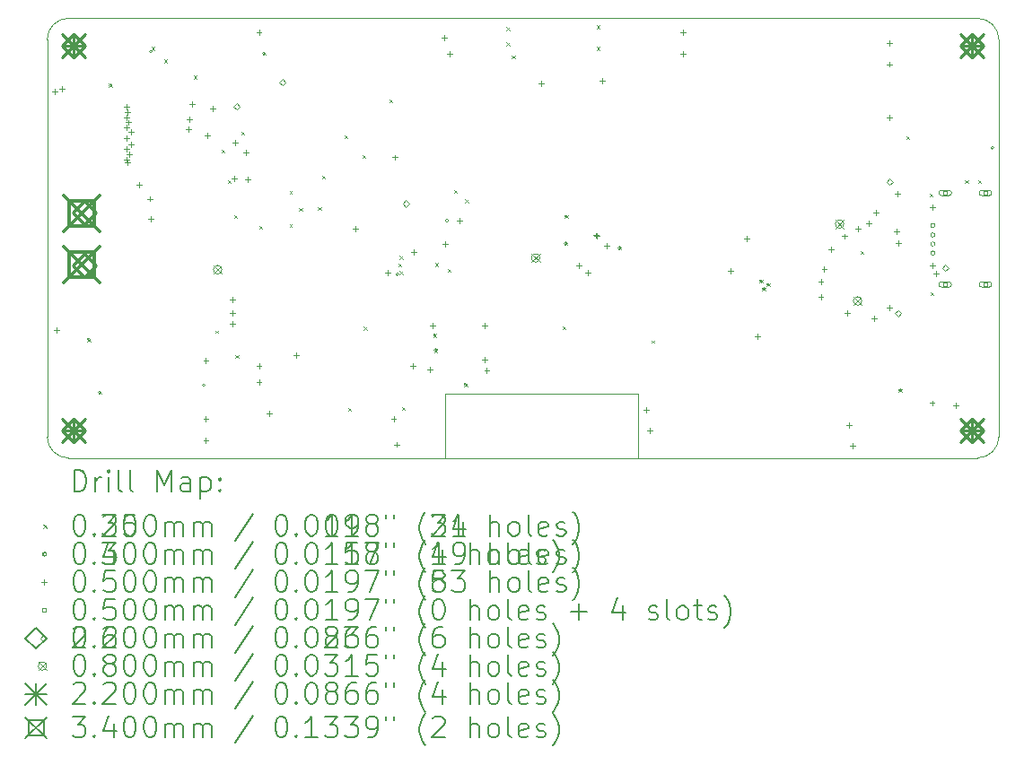
<source format=gbr>
<<<<<<< HEAD
%TF.GenerationSoftware,KiCad,Pcbnew,8.0.1*%
%TF.CreationDate,2024-04-12T14:34:24+08:00*%
%TF.ProjectId,bat_rf,6261745f-7266-42e6-9b69-6361645f7063,rev?*%
%TF.SameCoordinates,Original*%
%TF.FileFunction,Drillmap*%
%TF.FilePolarity,Positive*%
%FSLAX45Y45*%
G04 Gerber Fmt 4.5, Leading zero omitted, Abs format (unit mm)*
G04 Created by KiCad (PCBNEW 8.0.1) date 2024-04-12 14:34:24*
%MOMM*%
%LPD*%
G01*
G04 APERTURE LIST*
%ADD10C,0.100000*%
%ADD11C,0.200000*%
%ADD12C,0.220000*%
G04 APERTURE END LIST*
D10*
X15230084Y-6867500D02*
G75*
G02*
X15430090Y-7067500I-4J-200010D01*
G01*
X15142000Y-11017500D02*
X6652000Y-11017500D01*
X15430084Y-7067500D02*
X15430084Y-10817500D01*
X15230084Y-11017500D02*
X15142000Y-11017500D01*
X6452000Y-10817500D02*
X6452000Y-7067500D01*
X6452000Y-7067500D02*
G75*
G02*
X6652000Y-6867500I200000J0D01*
G01*
X6652000Y-6867500D02*
X15142000Y-6867500D01*
X15142000Y-6867500D02*
X15230084Y-6867500D01*
X6652000Y-11017500D02*
G75*
G02*
X6452000Y-10817500I0J200000D01*
G01*
X15430084Y-10817500D02*
G75*
G02*
X15230084Y-11017494I-199994J0D01*
G01*
D11*
D10*
X6832000Y-9887500D02*
X6862000Y-9917500D01*
X6862000Y-9887500D02*
X6832000Y-9917500D01*
X6935000Y-10385000D02*
X6965000Y-10415000D01*
X6965000Y-10385000D02*
X6935000Y-10415000D01*
X7035000Y-7485000D02*
X7065000Y-7515000D01*
X7065000Y-7485000D02*
X7035000Y-7515000D01*
X7435000Y-7135000D02*
X7465000Y-7165000D01*
X7465000Y-7135000D02*
X7435000Y-7165000D01*
X7555000Y-7255000D02*
X7585000Y-7285000D01*
X7585000Y-7255000D02*
X7555000Y-7285000D01*
X7833137Y-7406151D02*
X7863137Y-7436151D01*
X7863137Y-7406151D02*
X7833137Y-7436151D01*
X8226250Y-10046250D02*
X8256250Y-10076250D01*
X8256250Y-10046250D02*
X8226250Y-10076250D01*
X8485000Y-7185000D02*
X8515000Y-7215000D01*
X8515000Y-7185000D02*
X8485000Y-7215000D01*
X8826871Y-8655552D02*
X8856871Y-8685552D01*
X8856871Y-8655552D02*
X8826871Y-8685552D01*
X9005000Y-8649063D02*
X9035000Y-8679063D01*
X9035000Y-8649063D02*
X9005000Y-8679063D01*
X9257813Y-7971562D02*
X9287813Y-8001562D01*
X9287813Y-7971562D02*
X9257813Y-8001562D01*
X9437250Y-9777750D02*
X9467250Y-9807750D01*
X9467250Y-9777750D02*
X9437250Y-9807750D01*
X9774569Y-9111250D02*
X9804569Y-9141250D01*
X9804569Y-9111250D02*
X9774569Y-9141250D01*
X9774569Y-9255000D02*
X9804569Y-9285000D01*
X9804569Y-9255000D02*
X9774569Y-9285000D01*
X9796250Y-10534500D02*
X9826250Y-10564500D01*
X9826250Y-10534500D02*
X9796250Y-10564500D01*
X10095000Y-9845000D02*
X10125000Y-9875000D01*
X10125000Y-9845000D02*
X10095000Y-9875000D01*
X10102427Y-9987574D02*
X10132427Y-10017574D01*
X10132427Y-9987574D02*
X10102427Y-10017574D01*
X10110000Y-9176155D02*
X10140000Y-9206155D01*
X10140000Y-9176155D02*
X10110000Y-9206155D01*
X10385000Y-10312877D02*
X10415000Y-10342877D01*
X10415000Y-10312877D02*
X10385000Y-10342877D01*
X10395000Y-8575000D02*
X10425000Y-8605000D01*
X10425000Y-8575000D02*
X10395000Y-8605000D01*
X10785000Y-6952500D02*
X10815000Y-6982500D01*
X10815000Y-6952500D02*
X10785000Y-6982500D01*
X10785000Y-7095000D02*
X10815000Y-7125000D01*
X10815000Y-7095000D02*
X10785000Y-7125000D01*
X10835000Y-7217500D02*
X10865000Y-7247500D01*
X10865000Y-7217500D02*
X10835000Y-7247500D01*
X11330806Y-8979194D02*
X11360806Y-9009194D01*
X11360806Y-8979194D02*
X11330806Y-9009194D01*
X11335000Y-8725000D02*
X11365000Y-8755000D01*
X11365000Y-8725000D02*
X11335000Y-8755000D01*
X11635000Y-6935000D02*
X11665000Y-6965000D01*
X11665000Y-6935000D02*
X11635000Y-6965000D01*
X11635000Y-7135000D02*
X11665000Y-7165000D01*
X11665000Y-7135000D02*
X11635000Y-7165000D01*
X11840000Y-9020000D02*
X11870000Y-9050000D01*
X11870000Y-9020000D02*
X11840000Y-9050000D01*
X13172500Y-9335000D02*
X13202500Y-9365000D01*
X13202500Y-9335000D02*
X13172500Y-9365000D01*
X13198716Y-9408784D02*
X13228716Y-9438784D01*
X13228716Y-9408784D02*
X13198716Y-9438784D01*
X13239375Y-9368125D02*
X13269375Y-9398125D01*
X13269375Y-9368125D02*
X13239375Y-9398125D01*
X14485000Y-10365000D02*
X14515000Y-10395000D01*
X14515000Y-10365000D02*
X14485000Y-10395000D01*
X15111150Y-8392500D02*
X15141150Y-8422500D01*
X15141150Y-8392500D02*
X15111150Y-8422500D01*
X15235000Y-8395000D02*
X15265000Y-8425000D01*
X15265000Y-8395000D02*
X15235000Y-8425000D01*
X14827500Y-8822500D02*
G75*
G02*
X14787500Y-8822500I-20000J0D01*
G01*
X14787500Y-8822500D02*
G75*
G02*
X14827500Y-8822500I20000J0D01*
G01*
X14827500Y-8912500D02*
G75*
G02*
X14787500Y-8912500I-20000J0D01*
G01*
X14787500Y-8912500D02*
G75*
G02*
X14827500Y-8912500I20000J0D01*
G01*
X14827500Y-8997500D02*
G75*
G02*
X14787500Y-8997500I-20000J0D01*
G01*
X14787500Y-8997500D02*
G75*
G02*
X14827500Y-8997500I20000J0D01*
G01*
X14827500Y-9082500D02*
G75*
G02*
X14787500Y-9082500I-20000J0D01*
G01*
X14787500Y-9082500D02*
G75*
G02*
X14827500Y-9082500I20000J0D01*
G01*
X6539985Y-9785015D02*
X6539985Y-9835015D01*
X6514985Y-9810015D02*
X6564985Y-9810015D01*
X6592500Y-7511410D02*
X6592500Y-7561410D01*
X6567500Y-7536410D02*
X6617500Y-7536410D01*
X7200000Y-7675000D02*
X7200000Y-7725000D01*
X7175000Y-7700000D02*
X7225000Y-7700000D01*
X7200000Y-7775000D02*
X7200000Y-7825000D01*
X7175000Y-7800000D02*
X7225000Y-7800000D01*
X7200000Y-7875000D02*
X7200000Y-7925000D01*
X7175000Y-7900000D02*
X7225000Y-7900000D01*
X7200000Y-7975000D02*
X7200000Y-8025000D01*
X7175000Y-8000000D02*
X7225000Y-8000000D01*
X7200000Y-8075000D02*
X7200000Y-8125000D01*
X7175000Y-8100000D02*
X7225000Y-8100000D01*
X7200000Y-8175000D02*
X7200000Y-8225000D01*
X7175000Y-8200000D02*
X7225000Y-8200000D01*
X7320000Y-8415000D02*
X7320000Y-8465000D01*
X7295000Y-8440000D02*
X7345000Y-8440000D01*
X7420000Y-8545000D02*
X7420000Y-8595000D01*
X7395000Y-8570000D02*
X7445000Y-8570000D01*
X7430000Y-8735000D02*
X7430000Y-8785000D01*
X7405000Y-8760000D02*
X7455000Y-8760000D01*
X7782937Y-7887937D02*
X7782937Y-7937937D01*
X7757937Y-7912937D02*
X7807937Y-7912937D01*
X7790000Y-7795000D02*
X7790000Y-7845000D01*
X7765000Y-7820000D02*
X7815000Y-7820000D01*
X7821250Y-7655000D02*
X7821250Y-7705000D01*
X7796250Y-7680000D02*
X7846250Y-7680000D01*
X7950000Y-10075000D02*
X7950000Y-10125000D01*
X7925000Y-10100000D02*
X7975000Y-10100000D01*
X7950000Y-10625000D02*
X7950000Y-10675000D01*
X7925000Y-10650000D02*
X7975000Y-10650000D01*
X7950000Y-10825000D02*
X7950000Y-10875000D01*
X7925000Y-10850000D02*
X7975000Y-10850000D01*
X7963145Y-7948145D02*
X7963145Y-7998145D01*
X7938145Y-7973145D02*
X7988145Y-7973145D01*
X8010000Y-7695000D02*
X8010000Y-7745000D01*
X7985000Y-7720000D02*
X8035000Y-7720000D01*
X8200000Y-9495000D02*
X8200000Y-9545000D01*
X8175000Y-9520000D02*
X8225000Y-9520000D01*
X8200000Y-9625000D02*
X8200000Y-9675000D01*
X8175000Y-9650000D02*
X8225000Y-9650000D01*
X8200000Y-9725000D02*
X8200000Y-9775000D01*
X8175000Y-9750000D02*
X8225000Y-9750000D01*
X8220000Y-8355000D02*
X8220000Y-8405000D01*
X8195000Y-8380000D02*
X8245000Y-8380000D01*
X8226500Y-8012750D02*
X8226500Y-8062750D01*
X8201500Y-8037750D02*
X8251500Y-8037750D01*
X8325250Y-8111500D02*
X8325250Y-8161500D01*
X8300250Y-8136500D02*
X8350250Y-8136500D01*
X8340000Y-8365000D02*
X8340000Y-8415000D01*
X8315000Y-8390000D02*
X8365000Y-8390000D01*
X8450000Y-6975000D02*
X8450000Y-7025000D01*
X8425000Y-7000000D02*
X8475000Y-7000000D01*
X8450000Y-10125000D02*
X8450000Y-10175000D01*
X8425000Y-10150000D02*
X8475000Y-10150000D01*
X8450000Y-10275000D02*
X8450000Y-10325000D01*
X8425000Y-10300000D02*
X8475000Y-10300000D01*
X8550000Y-10575000D02*
X8550000Y-10625000D01*
X8525000Y-10600000D02*
X8575000Y-10600000D01*
X8800000Y-10025000D02*
X8800000Y-10075000D01*
X8775000Y-10050000D02*
X8825000Y-10050000D01*
X9360000Y-8825000D02*
X9360000Y-8875000D01*
X9335000Y-8850000D02*
X9385000Y-8850000D01*
X9667992Y-9245074D02*
X9667992Y-9295074D01*
X9642992Y-9270074D02*
X9692992Y-9270074D01*
X9720000Y-10625000D02*
X9720000Y-10675000D01*
X9695000Y-10650000D02*
X9745000Y-10650000D01*
X9730000Y-8155000D02*
X9730000Y-8205000D01*
X9705000Y-8180000D02*
X9755000Y-8180000D01*
X9750000Y-10865000D02*
X9750000Y-10915000D01*
X9725000Y-10890000D02*
X9775000Y-10890000D01*
X9900000Y-10125000D02*
X9900000Y-10175000D01*
X9875000Y-10150000D02*
X9925000Y-10150000D01*
X9910000Y-9045000D02*
X9910000Y-9095000D01*
X9885000Y-9070000D02*
X9935000Y-9070000D01*
X10065058Y-10158150D02*
X10065058Y-10208150D01*
X10040058Y-10183150D02*
X10090058Y-10183150D01*
X10090000Y-9745000D02*
X10090000Y-9795000D01*
X10065000Y-9770000D02*
X10115000Y-9770000D01*
X10200000Y-7025000D02*
X10200000Y-7075000D01*
X10175000Y-7050000D02*
X10225000Y-7050000D01*
X10206967Y-8971967D02*
X10206967Y-9021967D01*
X10181967Y-8996967D02*
X10231967Y-8996967D01*
X10250000Y-7175000D02*
X10250000Y-7225000D01*
X10225000Y-7200000D02*
X10275000Y-7200000D01*
X10340000Y-8755000D02*
X10340000Y-8805000D01*
X10315000Y-8780000D02*
X10365000Y-8780000D01*
X10580000Y-9745000D02*
X10580000Y-9795000D01*
X10555000Y-9770000D02*
X10605000Y-9770000D01*
X10580000Y-10065000D02*
X10580000Y-10115000D01*
X10555000Y-10090000D02*
X10605000Y-10090000D01*
X10600000Y-10165000D02*
X10600000Y-10215000D01*
X10575000Y-10190000D02*
X10625000Y-10190000D01*
X11470000Y-9175000D02*
X11470000Y-9225000D01*
X11445000Y-9200000D02*
X11495000Y-9200000D01*
X11550000Y-9245000D02*
X11550000Y-9295000D01*
X11525000Y-9270000D02*
X11575000Y-9270000D01*
X11636967Y-8898033D02*
X11636967Y-8948033D01*
X11611967Y-8923033D02*
X11661967Y-8923033D01*
X11690000Y-7435000D02*
X11690000Y-7485000D01*
X11665000Y-7460000D02*
X11715000Y-7460000D01*
X11726967Y-8988033D02*
X11726967Y-9038033D01*
X11701967Y-9013033D02*
X11751967Y-9013033D01*
X12100000Y-10535000D02*
X12100000Y-10585000D01*
X12075000Y-10560000D02*
X12125000Y-10560000D01*
X12137325Y-10735000D02*
X12137325Y-10785000D01*
X12112325Y-10760000D02*
X12162325Y-10760000D01*
X12450000Y-6975000D02*
X12450000Y-7025000D01*
X12425000Y-7000000D02*
X12475000Y-7000000D01*
X12450000Y-7175000D02*
X12450000Y-7225000D01*
X12425000Y-7200000D02*
X12475000Y-7200000D01*
X12900000Y-9225000D02*
X12900000Y-9275000D01*
X12875000Y-9250000D02*
X12925000Y-9250000D01*
X13050000Y-8925000D02*
X13050000Y-8975000D01*
X13025000Y-8950000D02*
X13075000Y-8950000D01*
X13150000Y-9845000D02*
X13150000Y-9895000D01*
X13125000Y-9870000D02*
X13175000Y-9870000D01*
X13750000Y-9325000D02*
X13750000Y-9375000D01*
X13725000Y-9350000D02*
X13775000Y-9350000D01*
X13750000Y-9475000D02*
X13750000Y-9525000D01*
X13725000Y-9500000D02*
X13775000Y-9500000D01*
X13783250Y-9208250D02*
X13783250Y-9258250D01*
X13758250Y-9233250D02*
X13808250Y-9233250D01*
X13850000Y-9025000D02*
X13850000Y-9075000D01*
X13825000Y-9050000D02*
X13875000Y-9050000D01*
X13975000Y-8900000D02*
X13975000Y-8950000D01*
X13950000Y-8925000D02*
X14000000Y-8925000D01*
X14000000Y-9625000D02*
X14000000Y-9675000D01*
X13975000Y-9650000D02*
X14025000Y-9650000D01*
X14018207Y-10684073D02*
X14018207Y-10734073D01*
X13993207Y-10709073D02*
X14043207Y-10709073D01*
X14050000Y-10875000D02*
X14050000Y-10925000D01*
X14025000Y-10900000D02*
X14075000Y-10900000D01*
X14100000Y-8825000D02*
X14100000Y-8875000D01*
X14075000Y-8850000D02*
X14125000Y-8850000D01*
X14200000Y-8775000D02*
X14200000Y-8825000D01*
X14175000Y-8800000D02*
X14225000Y-8800000D01*
X14250000Y-9675000D02*
X14250000Y-9725000D01*
X14225000Y-9700000D02*
X14275000Y-9700000D01*
X14272000Y-8675000D02*
X14272000Y-8725000D01*
X14247000Y-8700000D02*
X14297000Y-8700000D01*
X14400000Y-7075000D02*
X14400000Y-7125000D01*
X14375000Y-7100000D02*
X14425000Y-7100000D01*
X14400000Y-7275000D02*
X14400000Y-7325000D01*
X14375000Y-7300000D02*
X14425000Y-7300000D01*
X14400000Y-7777500D02*
X14400000Y-7827500D01*
X14375000Y-7802500D02*
X14425000Y-7802500D01*
X14400000Y-9575000D02*
X14400000Y-9625000D01*
X14375000Y-9600000D02*
X14425000Y-9600000D01*
X14461546Y-8854214D02*
X14461546Y-8904214D01*
X14436546Y-8879214D02*
X14486546Y-8879214D01*
X14472000Y-8495000D02*
X14472000Y-8545000D01*
X14447000Y-8520000D02*
X14497000Y-8520000D01*
X14485650Y-8962500D02*
X14485650Y-9012500D01*
X14460650Y-8987500D02*
X14510650Y-8987500D01*
X14800000Y-10475000D02*
X14800000Y-10525000D01*
X14775000Y-10500000D02*
X14825000Y-10500000D01*
X14805650Y-8625000D02*
X14805650Y-8675000D01*
X14780650Y-8650000D02*
X14830650Y-8650000D01*
X14805650Y-9175000D02*
X14805650Y-9225000D01*
X14780650Y-9200000D02*
X14830650Y-9200000D01*
X14836013Y-9252144D02*
X14836013Y-9302144D01*
X14811013Y-9277144D02*
X14861013Y-9277144D01*
X15020743Y-10495743D02*
X15020743Y-10545743D01*
X14995743Y-10520743D02*
X15045743Y-10520743D01*
X14941328Y-8533178D02*
X14941328Y-8497822D01*
X14905972Y-8497822D01*
X14905972Y-8533178D01*
X14941328Y-8533178D01*
X14888650Y-8540500D02*
X14958650Y-8540500D01*
X14958650Y-8490500D02*
G75*
G02*
X14958650Y-8540500I0J-25000D01*
G01*
X14958650Y-8490500D02*
X14888650Y-8490500D01*
X14888650Y-8490500D02*
G75*
G03*
X14888650Y-8540500I0J-25000D01*
G01*
X14941328Y-9397178D02*
X14941328Y-9361822D01*
X14905972Y-9361822D01*
X14905972Y-9397178D01*
X14941328Y-9397178D01*
X14888650Y-9404500D02*
X14958650Y-9404500D01*
X14958650Y-9354500D02*
G75*
G02*
X14958650Y-9404500I0J-25000D01*
G01*
X14958650Y-9354500D02*
X14888650Y-9354500D01*
X14888650Y-9354500D02*
G75*
G03*
X14888650Y-9404500I0J-25000D01*
G01*
X15321328Y-8533178D02*
X15321328Y-8497822D01*
X15285972Y-8497822D01*
X15285972Y-8533178D01*
X15321328Y-8533178D01*
X15268650Y-8540500D02*
X15338650Y-8540500D01*
X15338650Y-8490500D02*
G75*
G02*
X15338650Y-8540500I0J-25000D01*
G01*
X15338650Y-8490500D02*
X15268650Y-8490500D01*
X15268650Y-8490500D02*
G75*
G03*
X15268650Y-8540500I0J-25000D01*
G01*
X15321328Y-9397178D02*
X15321328Y-9361822D01*
X15285972Y-9361822D01*
X15285972Y-9397178D01*
X15321328Y-9397178D01*
X15268650Y-9404500D02*
X15338650Y-9404500D01*
X15338650Y-9354500D02*
G75*
G02*
X15338650Y-9404500I0J-25000D01*
G01*
X15338650Y-9354500D02*
X15268650Y-9354500D01*
X15268650Y-9354500D02*
G75*
G03*
X15268650Y-9404500I0J-25000D01*
G01*
D12*
X6702500Y-7232500D02*
X6812500Y-7122500D01*
X6702500Y-7012500D01*
X6592500Y-7122500D01*
X6702500Y-7232500D01*
X6702500Y-10872500D02*
X6812500Y-10762500D01*
X6702500Y-10652500D01*
X6592500Y-10762500D01*
X6702500Y-10872500D01*
X6800000Y-8810000D02*
X6910000Y-8700000D01*
X6800000Y-8590000D01*
X6690000Y-8700000D01*
X6800000Y-8810000D01*
X6800000Y-9310000D02*
X6910000Y-9200000D01*
X6800000Y-9090000D01*
X6690000Y-9200000D01*
X6800000Y-9310000D01*
X15172500Y-7232500D02*
X15282500Y-7122500D01*
X15172500Y-7012500D01*
X15062500Y-7122500D01*
X15172500Y-7232500D01*
X15172500Y-10872500D02*
X15282500Y-10762500D01*
X15172500Y-10652500D01*
X15062500Y-10762500D01*
X15172500Y-10872500D01*
D11*
X6707777Y-11333984D02*
X6707777Y-11133984D01*
X6707777Y-11133984D02*
X6755396Y-11133984D01*
X6755396Y-11133984D02*
X6783967Y-11143508D01*
X6783967Y-11143508D02*
X6803015Y-11162555D01*
X6803015Y-11162555D02*
X6812538Y-11181603D01*
X6812538Y-11181603D02*
X6822062Y-11219698D01*
X6822062Y-11219698D02*
X6822062Y-11248269D01*
X6822062Y-11248269D02*
X6812538Y-11286365D01*
X6812538Y-11286365D02*
X6803015Y-11305412D01*
X6803015Y-11305412D02*
X6783967Y-11324460D01*
X6783967Y-11324460D02*
X6755396Y-11333984D01*
X6755396Y-11333984D02*
X6707777Y-11333984D01*
X6907777Y-11333984D02*
X6907777Y-11200650D01*
X6907777Y-11238746D02*
X6917300Y-11219698D01*
X6917300Y-11219698D02*
X6926824Y-11210174D01*
X6926824Y-11210174D02*
X6945872Y-11200650D01*
X6945872Y-11200650D02*
X6964919Y-11200650D01*
X7031586Y-11333984D02*
X7031586Y-11200650D01*
X7031586Y-11133984D02*
X7022062Y-11143508D01*
X7022062Y-11143508D02*
X7031586Y-11153031D01*
X7031586Y-11153031D02*
X7041110Y-11143508D01*
X7041110Y-11143508D02*
X7031586Y-11133984D01*
X7031586Y-11133984D02*
X7031586Y-11153031D01*
X7155396Y-11333984D02*
X7136348Y-11324460D01*
X7136348Y-11324460D02*
X7126824Y-11305412D01*
X7126824Y-11305412D02*
X7126824Y-11133984D01*
X7260157Y-11333984D02*
X7241110Y-11324460D01*
X7241110Y-11324460D02*
X7231586Y-11305412D01*
X7231586Y-11305412D02*
X7231586Y-11133984D01*
X7488729Y-11333984D02*
X7488729Y-11133984D01*
X7488729Y-11133984D02*
X7555396Y-11276841D01*
X7555396Y-11276841D02*
X7622062Y-11133984D01*
X7622062Y-11133984D02*
X7622062Y-11333984D01*
X7803015Y-11333984D02*
X7803015Y-11229222D01*
X7803015Y-11229222D02*
X7793491Y-11210174D01*
X7793491Y-11210174D02*
X7774443Y-11200650D01*
X7774443Y-11200650D02*
X7736348Y-11200650D01*
X7736348Y-11200650D02*
X7717300Y-11210174D01*
X7803015Y-11324460D02*
X7783967Y-11333984D01*
X7783967Y-11333984D02*
X7736348Y-11333984D01*
X7736348Y-11333984D02*
X7717300Y-11324460D01*
X7717300Y-11324460D02*
X7707777Y-11305412D01*
X7707777Y-11305412D02*
X7707777Y-11286365D01*
X7707777Y-11286365D02*
X7717300Y-11267317D01*
X7717300Y-11267317D02*
X7736348Y-11257793D01*
X7736348Y-11257793D02*
X7783967Y-11257793D01*
X7783967Y-11257793D02*
X7803015Y-11248269D01*
X7898253Y-11200650D02*
X7898253Y-11400650D01*
X7898253Y-11210174D02*
X7917300Y-11200650D01*
X7917300Y-11200650D02*
X7955396Y-11200650D01*
X7955396Y-11200650D02*
X7974443Y-11210174D01*
X7974443Y-11210174D02*
X7983967Y-11219698D01*
X7983967Y-11219698D02*
X7993491Y-11238746D01*
X7993491Y-11238746D02*
X7993491Y-11295888D01*
X7993491Y-11295888D02*
X7983967Y-11314936D01*
X7983967Y-11314936D02*
X7974443Y-11324460D01*
X7974443Y-11324460D02*
X7955396Y-11333984D01*
X7955396Y-11333984D02*
X7917300Y-11333984D01*
X7917300Y-11333984D02*
X7898253Y-11324460D01*
X8079205Y-11314936D02*
X8088729Y-11324460D01*
X8088729Y-11324460D02*
X8079205Y-11333984D01*
X8079205Y-11333984D02*
X8069681Y-11324460D01*
X8069681Y-11324460D02*
X8079205Y-11314936D01*
X8079205Y-11314936D02*
X8079205Y-11333984D01*
X8079205Y-11210174D02*
X8088729Y-11219698D01*
X8088729Y-11219698D02*
X8079205Y-11229222D01*
X8079205Y-11229222D02*
X8069681Y-11219698D01*
X8069681Y-11219698D02*
X8079205Y-11210174D01*
X8079205Y-11210174D02*
X8079205Y-11229222D01*
D10*
X6417000Y-11647500D02*
X6447000Y-11677500D01*
X6447000Y-11647500D02*
X6417000Y-11677500D01*
D11*
X6745872Y-11553984D02*
X6764919Y-11553984D01*
X6764919Y-11553984D02*
X6783967Y-11563508D01*
X6783967Y-11563508D02*
X6793491Y-11573031D01*
X6793491Y-11573031D02*
X6803015Y-11592079D01*
X6803015Y-11592079D02*
X6812538Y-11630174D01*
X6812538Y-11630174D02*
X6812538Y-11677793D01*
X6812538Y-11677793D02*
X6803015Y-11715888D01*
X6803015Y-11715888D02*
X6793491Y-11734936D01*
X6793491Y-11734936D02*
X6783967Y-11744460D01*
X6783967Y-11744460D02*
X6764919Y-11753984D01*
X6764919Y-11753984D02*
X6745872Y-11753984D01*
X6745872Y-11753984D02*
X6726824Y-11744460D01*
X6726824Y-11744460D02*
X6717300Y-11734936D01*
X6717300Y-11734936D02*
X6707777Y-11715888D01*
X6707777Y-11715888D02*
X6698253Y-11677793D01*
X6698253Y-11677793D02*
X6698253Y-11630174D01*
X6698253Y-11630174D02*
X6707777Y-11592079D01*
X6707777Y-11592079D02*
X6717300Y-11573031D01*
X6717300Y-11573031D02*
X6726824Y-11563508D01*
X6726824Y-11563508D02*
X6745872Y-11553984D01*
X6898253Y-11734936D02*
X6907777Y-11744460D01*
X6907777Y-11744460D02*
X6898253Y-11753984D01*
X6898253Y-11753984D02*
X6888729Y-11744460D01*
X6888729Y-11744460D02*
X6898253Y-11734936D01*
X6898253Y-11734936D02*
X6898253Y-11753984D01*
X6974443Y-11553984D02*
X7098253Y-11553984D01*
X7098253Y-11553984D02*
X7031586Y-11630174D01*
X7031586Y-11630174D02*
X7060158Y-11630174D01*
X7060158Y-11630174D02*
X7079205Y-11639698D01*
X7079205Y-11639698D02*
X7088729Y-11649222D01*
X7088729Y-11649222D02*
X7098253Y-11668269D01*
X7098253Y-11668269D02*
X7098253Y-11715888D01*
X7098253Y-11715888D02*
X7088729Y-11734936D01*
X7088729Y-11734936D02*
X7079205Y-11744460D01*
X7079205Y-11744460D02*
X7060158Y-11753984D01*
X7060158Y-11753984D02*
X7003015Y-11753984D01*
X7003015Y-11753984D02*
X6983967Y-11744460D01*
X6983967Y-11744460D02*
X6974443Y-11734936D01*
X7222062Y-11553984D02*
X7241110Y-11553984D01*
X7241110Y-11553984D02*
X7260158Y-11563508D01*
X7260158Y-11563508D02*
X7269681Y-11573031D01*
X7269681Y-11573031D02*
X7279205Y-11592079D01*
X7279205Y-11592079D02*
X7288729Y-11630174D01*
X7288729Y-11630174D02*
X7288729Y-11677793D01*
X7288729Y-11677793D02*
X7279205Y-11715888D01*
X7279205Y-11715888D02*
X7269681Y-11734936D01*
X7269681Y-11734936D02*
X7260158Y-11744460D01*
X7260158Y-11744460D02*
X7241110Y-11753984D01*
X7241110Y-11753984D02*
X7222062Y-11753984D01*
X7222062Y-11753984D02*
X7203015Y-11744460D01*
X7203015Y-11744460D02*
X7193491Y-11734936D01*
X7193491Y-11734936D02*
X7183967Y-11715888D01*
X7183967Y-11715888D02*
X7174443Y-11677793D01*
X7174443Y-11677793D02*
X7174443Y-11630174D01*
X7174443Y-11630174D02*
X7183967Y-11592079D01*
X7183967Y-11592079D02*
X7193491Y-11573031D01*
X7193491Y-11573031D02*
X7203015Y-11563508D01*
X7203015Y-11563508D02*
X7222062Y-11553984D01*
X7412538Y-11553984D02*
X7431586Y-11553984D01*
X7431586Y-11553984D02*
X7450634Y-11563508D01*
X7450634Y-11563508D02*
X7460158Y-11573031D01*
X7460158Y-11573031D02*
X7469681Y-11592079D01*
X7469681Y-11592079D02*
X7479205Y-11630174D01*
X7479205Y-11630174D02*
X7479205Y-11677793D01*
X7479205Y-11677793D02*
X7469681Y-11715888D01*
X7469681Y-11715888D02*
X7460158Y-11734936D01*
X7460158Y-11734936D02*
X7450634Y-11744460D01*
X7450634Y-11744460D02*
X7431586Y-11753984D01*
X7431586Y-11753984D02*
X7412538Y-11753984D01*
X7412538Y-11753984D02*
X7393491Y-11744460D01*
X7393491Y-11744460D02*
X7383967Y-11734936D01*
X7383967Y-11734936D02*
X7374443Y-11715888D01*
X7374443Y-11715888D02*
X7364919Y-11677793D01*
X7364919Y-11677793D02*
X7364919Y-11630174D01*
X7364919Y-11630174D02*
X7374443Y-11592079D01*
X7374443Y-11592079D02*
X7383967Y-11573031D01*
X7383967Y-11573031D02*
X7393491Y-11563508D01*
X7393491Y-11563508D02*
X7412538Y-11553984D01*
X7564919Y-11753984D02*
X7564919Y-11620650D01*
X7564919Y-11639698D02*
X7574443Y-11630174D01*
X7574443Y-11630174D02*
X7593491Y-11620650D01*
X7593491Y-11620650D02*
X7622062Y-11620650D01*
X7622062Y-11620650D02*
X7641110Y-11630174D01*
X7641110Y-11630174D02*
X7650634Y-11649222D01*
X7650634Y-11649222D02*
X7650634Y-11753984D01*
X7650634Y-11649222D02*
X7660158Y-11630174D01*
X7660158Y-11630174D02*
X7679205Y-11620650D01*
X7679205Y-11620650D02*
X7707777Y-11620650D01*
X7707777Y-11620650D02*
X7726824Y-11630174D01*
X7726824Y-11630174D02*
X7736348Y-11649222D01*
X7736348Y-11649222D02*
X7736348Y-11753984D01*
X7831586Y-11753984D02*
X7831586Y-11620650D01*
X7831586Y-11639698D02*
X7841110Y-11630174D01*
X7841110Y-11630174D02*
X7860158Y-11620650D01*
X7860158Y-11620650D02*
X7888729Y-11620650D01*
X7888729Y-11620650D02*
X7907777Y-11630174D01*
X7907777Y-11630174D02*
X7917300Y-11649222D01*
X7917300Y-11649222D02*
X7917300Y-11753984D01*
X7917300Y-11649222D02*
X7926824Y-11630174D01*
X7926824Y-11630174D02*
X7945872Y-11620650D01*
X7945872Y-11620650D02*
X7974443Y-11620650D01*
X7974443Y-11620650D02*
X7993491Y-11630174D01*
X7993491Y-11630174D02*
X8003015Y-11649222D01*
X8003015Y-11649222D02*
X8003015Y-11753984D01*
X8393491Y-11544460D02*
X8222062Y-11801603D01*
X8650634Y-11553984D02*
X8669682Y-11553984D01*
X8669682Y-11553984D02*
X8688729Y-11563508D01*
X8688729Y-11563508D02*
X8698253Y-11573031D01*
X8698253Y-11573031D02*
X8707777Y-11592079D01*
X8707777Y-11592079D02*
X8717301Y-11630174D01*
X8717301Y-11630174D02*
X8717301Y-11677793D01*
X8717301Y-11677793D02*
X8707777Y-11715888D01*
X8707777Y-11715888D02*
X8698253Y-11734936D01*
X8698253Y-11734936D02*
X8688729Y-11744460D01*
X8688729Y-11744460D02*
X8669682Y-11753984D01*
X8669682Y-11753984D02*
X8650634Y-11753984D01*
X8650634Y-11753984D02*
X8631586Y-11744460D01*
X8631586Y-11744460D02*
X8622063Y-11734936D01*
X8622063Y-11734936D02*
X8612539Y-11715888D01*
X8612539Y-11715888D02*
X8603015Y-11677793D01*
X8603015Y-11677793D02*
X8603015Y-11630174D01*
X8603015Y-11630174D02*
X8612539Y-11592079D01*
X8612539Y-11592079D02*
X8622063Y-11573031D01*
X8622063Y-11573031D02*
X8631586Y-11563508D01*
X8631586Y-11563508D02*
X8650634Y-11553984D01*
X8803015Y-11734936D02*
X8812539Y-11744460D01*
X8812539Y-11744460D02*
X8803015Y-11753984D01*
X8803015Y-11753984D02*
X8793491Y-11744460D01*
X8793491Y-11744460D02*
X8803015Y-11734936D01*
X8803015Y-11734936D02*
X8803015Y-11753984D01*
X8936348Y-11553984D02*
X8955396Y-11553984D01*
X8955396Y-11553984D02*
X8974444Y-11563508D01*
X8974444Y-11563508D02*
X8983967Y-11573031D01*
X8983967Y-11573031D02*
X8993491Y-11592079D01*
X8993491Y-11592079D02*
X9003015Y-11630174D01*
X9003015Y-11630174D02*
X9003015Y-11677793D01*
X9003015Y-11677793D02*
X8993491Y-11715888D01*
X8993491Y-11715888D02*
X8983967Y-11734936D01*
X8983967Y-11734936D02*
X8974444Y-11744460D01*
X8974444Y-11744460D02*
X8955396Y-11753984D01*
X8955396Y-11753984D02*
X8936348Y-11753984D01*
X8936348Y-11753984D02*
X8917301Y-11744460D01*
X8917301Y-11744460D02*
X8907777Y-11734936D01*
X8907777Y-11734936D02*
X8898253Y-11715888D01*
X8898253Y-11715888D02*
X8888729Y-11677793D01*
X8888729Y-11677793D02*
X8888729Y-11630174D01*
X8888729Y-11630174D02*
X8898253Y-11592079D01*
X8898253Y-11592079D02*
X8907777Y-11573031D01*
X8907777Y-11573031D02*
X8917301Y-11563508D01*
X8917301Y-11563508D02*
X8936348Y-11553984D01*
X9193491Y-11753984D02*
X9079205Y-11753984D01*
X9136348Y-11753984D02*
X9136348Y-11553984D01*
X9136348Y-11553984D02*
X9117301Y-11582555D01*
X9117301Y-11582555D02*
X9098253Y-11601603D01*
X9098253Y-11601603D02*
X9079205Y-11611127D01*
X9383967Y-11753984D02*
X9269682Y-11753984D01*
X9326824Y-11753984D02*
X9326824Y-11553984D01*
X9326824Y-11553984D02*
X9307777Y-11582555D01*
X9307777Y-11582555D02*
X9288729Y-11601603D01*
X9288729Y-11601603D02*
X9269682Y-11611127D01*
X9498253Y-11639698D02*
X9479205Y-11630174D01*
X9479205Y-11630174D02*
X9469682Y-11620650D01*
X9469682Y-11620650D02*
X9460158Y-11601603D01*
X9460158Y-11601603D02*
X9460158Y-11592079D01*
X9460158Y-11592079D02*
X9469682Y-11573031D01*
X9469682Y-11573031D02*
X9479205Y-11563508D01*
X9479205Y-11563508D02*
X9498253Y-11553984D01*
X9498253Y-11553984D02*
X9536348Y-11553984D01*
X9536348Y-11553984D02*
X9555396Y-11563508D01*
X9555396Y-11563508D02*
X9564920Y-11573031D01*
X9564920Y-11573031D02*
X9574444Y-11592079D01*
X9574444Y-11592079D02*
X9574444Y-11601603D01*
X9574444Y-11601603D02*
X9564920Y-11620650D01*
X9564920Y-11620650D02*
X9555396Y-11630174D01*
X9555396Y-11630174D02*
X9536348Y-11639698D01*
X9536348Y-11639698D02*
X9498253Y-11639698D01*
X9498253Y-11639698D02*
X9479205Y-11649222D01*
X9479205Y-11649222D02*
X9469682Y-11658746D01*
X9469682Y-11658746D02*
X9460158Y-11677793D01*
X9460158Y-11677793D02*
X9460158Y-11715888D01*
X9460158Y-11715888D02*
X9469682Y-11734936D01*
X9469682Y-11734936D02*
X9479205Y-11744460D01*
X9479205Y-11744460D02*
X9498253Y-11753984D01*
X9498253Y-11753984D02*
X9536348Y-11753984D01*
X9536348Y-11753984D02*
X9555396Y-11744460D01*
X9555396Y-11744460D02*
X9564920Y-11734936D01*
X9564920Y-11734936D02*
X9574444Y-11715888D01*
X9574444Y-11715888D02*
X9574444Y-11677793D01*
X9574444Y-11677793D02*
X9564920Y-11658746D01*
X9564920Y-11658746D02*
X9555396Y-11649222D01*
X9555396Y-11649222D02*
X9536348Y-11639698D01*
X9650634Y-11553984D02*
X9650634Y-11592079D01*
X9726825Y-11553984D02*
X9726825Y-11592079D01*
X10022063Y-11830174D02*
X10012539Y-11820650D01*
X10012539Y-11820650D02*
X9993491Y-11792079D01*
X9993491Y-11792079D02*
X9983967Y-11773031D01*
X9983967Y-11773031D02*
X9974444Y-11744460D01*
X9974444Y-11744460D02*
X9964920Y-11696841D01*
X9964920Y-11696841D02*
X9964920Y-11658746D01*
X9964920Y-11658746D02*
X9974444Y-11611127D01*
X9974444Y-11611127D02*
X9983967Y-11582555D01*
X9983967Y-11582555D02*
X9993491Y-11563508D01*
X9993491Y-11563508D02*
X10012539Y-11534936D01*
X10012539Y-11534936D02*
X10022063Y-11525412D01*
X10079206Y-11553984D02*
X10203015Y-11553984D01*
X10203015Y-11553984D02*
X10136348Y-11630174D01*
X10136348Y-11630174D02*
X10164920Y-11630174D01*
X10164920Y-11630174D02*
X10183967Y-11639698D01*
X10183967Y-11639698D02*
X10193491Y-11649222D01*
X10193491Y-11649222D02*
X10203015Y-11668269D01*
X10203015Y-11668269D02*
X10203015Y-11715888D01*
X10203015Y-11715888D02*
X10193491Y-11734936D01*
X10193491Y-11734936D02*
X10183967Y-11744460D01*
X10183967Y-11744460D02*
X10164920Y-11753984D01*
X10164920Y-11753984D02*
X10107777Y-11753984D01*
X10107777Y-11753984D02*
X10088729Y-11744460D01*
X10088729Y-11744460D02*
X10079206Y-11734936D01*
X10374444Y-11620650D02*
X10374444Y-11753984D01*
X10326825Y-11544460D02*
X10279206Y-11687317D01*
X10279206Y-11687317D02*
X10403015Y-11687317D01*
X10631587Y-11753984D02*
X10631587Y-11553984D01*
X10717301Y-11753984D02*
X10717301Y-11649222D01*
X10717301Y-11649222D02*
X10707777Y-11630174D01*
X10707777Y-11630174D02*
X10688729Y-11620650D01*
X10688729Y-11620650D02*
X10660158Y-11620650D01*
X10660158Y-11620650D02*
X10641110Y-11630174D01*
X10641110Y-11630174D02*
X10631587Y-11639698D01*
X10841110Y-11753984D02*
X10822063Y-11744460D01*
X10822063Y-11744460D02*
X10812539Y-11734936D01*
X10812539Y-11734936D02*
X10803015Y-11715888D01*
X10803015Y-11715888D02*
X10803015Y-11658746D01*
X10803015Y-11658746D02*
X10812539Y-11639698D01*
X10812539Y-11639698D02*
X10822063Y-11630174D01*
X10822063Y-11630174D02*
X10841110Y-11620650D01*
X10841110Y-11620650D02*
X10869682Y-11620650D01*
X10869682Y-11620650D02*
X10888729Y-11630174D01*
X10888729Y-11630174D02*
X10898253Y-11639698D01*
X10898253Y-11639698D02*
X10907777Y-11658746D01*
X10907777Y-11658746D02*
X10907777Y-11715888D01*
X10907777Y-11715888D02*
X10898253Y-11734936D01*
X10898253Y-11734936D02*
X10888729Y-11744460D01*
X10888729Y-11744460D02*
X10869682Y-11753984D01*
X10869682Y-11753984D02*
X10841110Y-11753984D01*
X11022063Y-11753984D02*
X11003015Y-11744460D01*
X11003015Y-11744460D02*
X10993491Y-11725412D01*
X10993491Y-11725412D02*
X10993491Y-11553984D01*
X11174444Y-11744460D02*
X11155396Y-11753984D01*
X11155396Y-11753984D02*
X11117301Y-11753984D01*
X11117301Y-11753984D02*
X11098253Y-11744460D01*
X11098253Y-11744460D02*
X11088729Y-11725412D01*
X11088729Y-11725412D02*
X11088729Y-11649222D01*
X11088729Y-11649222D02*
X11098253Y-11630174D01*
X11098253Y-11630174D02*
X11117301Y-11620650D01*
X11117301Y-11620650D02*
X11155396Y-11620650D01*
X11155396Y-11620650D02*
X11174444Y-11630174D01*
X11174444Y-11630174D02*
X11183968Y-11649222D01*
X11183968Y-11649222D02*
X11183968Y-11668269D01*
X11183968Y-11668269D02*
X11088729Y-11687317D01*
X11260158Y-11744460D02*
X11279206Y-11753984D01*
X11279206Y-11753984D02*
X11317301Y-11753984D01*
X11317301Y-11753984D02*
X11336348Y-11744460D01*
X11336348Y-11744460D02*
X11345872Y-11725412D01*
X11345872Y-11725412D02*
X11345872Y-11715888D01*
X11345872Y-11715888D02*
X11336348Y-11696841D01*
X11336348Y-11696841D02*
X11317301Y-11687317D01*
X11317301Y-11687317D02*
X11288729Y-11687317D01*
X11288729Y-11687317D02*
X11269682Y-11677793D01*
X11269682Y-11677793D02*
X11260158Y-11658746D01*
X11260158Y-11658746D02*
X11260158Y-11649222D01*
X11260158Y-11649222D02*
X11269682Y-11630174D01*
X11269682Y-11630174D02*
X11288729Y-11620650D01*
X11288729Y-11620650D02*
X11317301Y-11620650D01*
X11317301Y-11620650D02*
X11336348Y-11630174D01*
X11412539Y-11830174D02*
X11422063Y-11820650D01*
X11422063Y-11820650D02*
X11441110Y-11792079D01*
X11441110Y-11792079D02*
X11450634Y-11773031D01*
X11450634Y-11773031D02*
X11460158Y-11744460D01*
X11460158Y-11744460D02*
X11469682Y-11696841D01*
X11469682Y-11696841D02*
X11469682Y-11658746D01*
X11469682Y-11658746D02*
X11460158Y-11611127D01*
X11460158Y-11611127D02*
X11450634Y-11582555D01*
X11450634Y-11582555D02*
X11441110Y-11563508D01*
X11441110Y-11563508D02*
X11422063Y-11534936D01*
X11422063Y-11534936D02*
X11412539Y-11525412D01*
D10*
X6447000Y-11926500D02*
G75*
G02*
X6407000Y-11926500I-20000J0D01*
G01*
X6407000Y-11926500D02*
G75*
G02*
X6447000Y-11926500I20000J0D01*
G01*
D11*
X6745872Y-11817984D02*
X6764919Y-11817984D01*
X6764919Y-11817984D02*
X6783967Y-11827508D01*
X6783967Y-11827508D02*
X6793491Y-11837031D01*
X6793491Y-11837031D02*
X6803015Y-11856079D01*
X6803015Y-11856079D02*
X6812538Y-11894174D01*
X6812538Y-11894174D02*
X6812538Y-11941793D01*
X6812538Y-11941793D02*
X6803015Y-11979888D01*
X6803015Y-11979888D02*
X6793491Y-11998936D01*
X6793491Y-11998936D02*
X6783967Y-12008460D01*
X6783967Y-12008460D02*
X6764919Y-12017984D01*
X6764919Y-12017984D02*
X6745872Y-12017984D01*
X6745872Y-12017984D02*
X6726824Y-12008460D01*
X6726824Y-12008460D02*
X6717300Y-11998936D01*
X6717300Y-11998936D02*
X6707777Y-11979888D01*
X6707777Y-11979888D02*
X6698253Y-11941793D01*
X6698253Y-11941793D02*
X6698253Y-11894174D01*
X6698253Y-11894174D02*
X6707777Y-11856079D01*
X6707777Y-11856079D02*
X6717300Y-11837031D01*
X6717300Y-11837031D02*
X6726824Y-11827508D01*
X6726824Y-11827508D02*
X6745872Y-11817984D01*
X6898253Y-11998936D02*
X6907777Y-12008460D01*
X6907777Y-12008460D02*
X6898253Y-12017984D01*
X6898253Y-12017984D02*
X6888729Y-12008460D01*
X6888729Y-12008460D02*
X6898253Y-11998936D01*
X6898253Y-11998936D02*
X6898253Y-12017984D01*
X7079205Y-11884650D02*
X7079205Y-12017984D01*
X7031586Y-11808460D02*
X6983967Y-11951317D01*
X6983967Y-11951317D02*
X7107777Y-11951317D01*
X7222062Y-11817984D02*
X7241110Y-11817984D01*
X7241110Y-11817984D02*
X7260158Y-11827508D01*
X7260158Y-11827508D02*
X7269681Y-11837031D01*
X7269681Y-11837031D02*
X7279205Y-11856079D01*
X7279205Y-11856079D02*
X7288729Y-11894174D01*
X7288729Y-11894174D02*
X7288729Y-11941793D01*
X7288729Y-11941793D02*
X7279205Y-11979888D01*
X7279205Y-11979888D02*
X7269681Y-11998936D01*
X7269681Y-11998936D02*
X7260158Y-12008460D01*
X7260158Y-12008460D02*
X7241110Y-12017984D01*
X7241110Y-12017984D02*
X7222062Y-12017984D01*
X7222062Y-12017984D02*
X7203015Y-12008460D01*
X7203015Y-12008460D02*
X7193491Y-11998936D01*
X7193491Y-11998936D02*
X7183967Y-11979888D01*
X7183967Y-11979888D02*
X7174443Y-11941793D01*
X7174443Y-11941793D02*
X7174443Y-11894174D01*
X7174443Y-11894174D02*
X7183967Y-11856079D01*
X7183967Y-11856079D02*
X7193491Y-11837031D01*
X7193491Y-11837031D02*
X7203015Y-11827508D01*
X7203015Y-11827508D02*
X7222062Y-11817984D01*
X7412538Y-11817984D02*
X7431586Y-11817984D01*
X7431586Y-11817984D02*
X7450634Y-11827508D01*
X7450634Y-11827508D02*
X7460158Y-11837031D01*
X7460158Y-11837031D02*
X7469681Y-11856079D01*
X7469681Y-11856079D02*
X7479205Y-11894174D01*
X7479205Y-11894174D02*
X7479205Y-11941793D01*
X7479205Y-11941793D02*
X7469681Y-11979888D01*
X7469681Y-11979888D02*
X7460158Y-11998936D01*
X7460158Y-11998936D02*
X7450634Y-12008460D01*
X7450634Y-12008460D02*
X7431586Y-12017984D01*
X7431586Y-12017984D02*
X7412538Y-12017984D01*
X7412538Y-12017984D02*
X7393491Y-12008460D01*
X7393491Y-12008460D02*
X7383967Y-11998936D01*
X7383967Y-11998936D02*
X7374443Y-11979888D01*
X7374443Y-11979888D02*
X7364919Y-11941793D01*
X7364919Y-11941793D02*
X7364919Y-11894174D01*
X7364919Y-11894174D02*
X7374443Y-11856079D01*
X7374443Y-11856079D02*
X7383967Y-11837031D01*
X7383967Y-11837031D02*
X7393491Y-11827508D01*
X7393491Y-11827508D02*
X7412538Y-11817984D01*
X7564919Y-12017984D02*
X7564919Y-11884650D01*
X7564919Y-11903698D02*
X7574443Y-11894174D01*
X7574443Y-11894174D02*
X7593491Y-11884650D01*
X7593491Y-11884650D02*
X7622062Y-11884650D01*
X7622062Y-11884650D02*
X7641110Y-11894174D01*
X7641110Y-11894174D02*
X7650634Y-11913222D01*
X7650634Y-11913222D02*
X7650634Y-12017984D01*
X7650634Y-11913222D02*
X7660158Y-11894174D01*
X7660158Y-11894174D02*
X7679205Y-11884650D01*
X7679205Y-11884650D02*
X7707777Y-11884650D01*
X7707777Y-11884650D02*
X7726824Y-11894174D01*
X7726824Y-11894174D02*
X7736348Y-11913222D01*
X7736348Y-11913222D02*
X7736348Y-12017984D01*
X7831586Y-12017984D02*
X7831586Y-11884650D01*
X7831586Y-11903698D02*
X7841110Y-11894174D01*
X7841110Y-11894174D02*
X7860158Y-11884650D01*
X7860158Y-11884650D02*
X7888729Y-11884650D01*
X7888729Y-11884650D02*
X7907777Y-11894174D01*
X7907777Y-11894174D02*
X7917300Y-11913222D01*
X7917300Y-11913222D02*
X7917300Y-12017984D01*
X7917300Y-11913222D02*
X7926824Y-11894174D01*
X7926824Y-11894174D02*
X7945872Y-11884650D01*
X7945872Y-11884650D02*
X7974443Y-11884650D01*
X7974443Y-11884650D02*
X7993491Y-11894174D01*
X7993491Y-11894174D02*
X8003015Y-11913222D01*
X8003015Y-11913222D02*
X8003015Y-12017984D01*
X8393491Y-11808460D02*
X8222062Y-12065603D01*
X8650634Y-11817984D02*
X8669682Y-11817984D01*
X8669682Y-11817984D02*
X8688729Y-11827508D01*
X8688729Y-11827508D02*
X8698253Y-11837031D01*
X8698253Y-11837031D02*
X8707777Y-11856079D01*
X8707777Y-11856079D02*
X8717301Y-11894174D01*
X8717301Y-11894174D02*
X8717301Y-11941793D01*
X8717301Y-11941793D02*
X8707777Y-11979888D01*
X8707777Y-11979888D02*
X8698253Y-11998936D01*
X8698253Y-11998936D02*
X8688729Y-12008460D01*
X8688729Y-12008460D02*
X8669682Y-12017984D01*
X8669682Y-12017984D02*
X8650634Y-12017984D01*
X8650634Y-12017984D02*
X8631586Y-12008460D01*
X8631586Y-12008460D02*
X8622063Y-11998936D01*
X8622063Y-11998936D02*
X8612539Y-11979888D01*
X8612539Y-11979888D02*
X8603015Y-11941793D01*
X8603015Y-11941793D02*
X8603015Y-11894174D01*
X8603015Y-11894174D02*
X8612539Y-11856079D01*
X8612539Y-11856079D02*
X8622063Y-11837031D01*
X8622063Y-11837031D02*
X8631586Y-11827508D01*
X8631586Y-11827508D02*
X8650634Y-11817984D01*
X8803015Y-11998936D02*
X8812539Y-12008460D01*
X8812539Y-12008460D02*
X8803015Y-12017984D01*
X8803015Y-12017984D02*
X8793491Y-12008460D01*
X8793491Y-12008460D02*
X8803015Y-11998936D01*
X8803015Y-11998936D02*
X8803015Y-12017984D01*
X8936348Y-11817984D02*
X8955396Y-11817984D01*
X8955396Y-11817984D02*
X8974444Y-11827508D01*
X8974444Y-11827508D02*
X8983967Y-11837031D01*
X8983967Y-11837031D02*
X8993491Y-11856079D01*
X8993491Y-11856079D02*
X9003015Y-11894174D01*
X9003015Y-11894174D02*
X9003015Y-11941793D01*
X9003015Y-11941793D02*
X8993491Y-11979888D01*
X8993491Y-11979888D02*
X8983967Y-11998936D01*
X8983967Y-11998936D02*
X8974444Y-12008460D01*
X8974444Y-12008460D02*
X8955396Y-12017984D01*
X8955396Y-12017984D02*
X8936348Y-12017984D01*
X8936348Y-12017984D02*
X8917301Y-12008460D01*
X8917301Y-12008460D02*
X8907777Y-11998936D01*
X8907777Y-11998936D02*
X8898253Y-11979888D01*
X8898253Y-11979888D02*
X8888729Y-11941793D01*
X8888729Y-11941793D02*
X8888729Y-11894174D01*
X8888729Y-11894174D02*
X8898253Y-11856079D01*
X8898253Y-11856079D02*
X8907777Y-11837031D01*
X8907777Y-11837031D02*
X8917301Y-11827508D01*
X8917301Y-11827508D02*
X8936348Y-11817984D01*
X9193491Y-12017984D02*
X9079205Y-12017984D01*
X9136348Y-12017984D02*
X9136348Y-11817984D01*
X9136348Y-11817984D02*
X9117301Y-11846555D01*
X9117301Y-11846555D02*
X9098253Y-11865603D01*
X9098253Y-11865603D02*
X9079205Y-11875127D01*
X9374444Y-11817984D02*
X9279205Y-11817984D01*
X9279205Y-11817984D02*
X9269682Y-11913222D01*
X9269682Y-11913222D02*
X9279205Y-11903698D01*
X9279205Y-11903698D02*
X9298253Y-11894174D01*
X9298253Y-11894174D02*
X9345872Y-11894174D01*
X9345872Y-11894174D02*
X9364920Y-11903698D01*
X9364920Y-11903698D02*
X9374444Y-11913222D01*
X9374444Y-11913222D02*
X9383967Y-11932269D01*
X9383967Y-11932269D02*
X9383967Y-11979888D01*
X9383967Y-11979888D02*
X9374444Y-11998936D01*
X9374444Y-11998936D02*
X9364920Y-12008460D01*
X9364920Y-12008460D02*
X9345872Y-12017984D01*
X9345872Y-12017984D02*
X9298253Y-12017984D01*
X9298253Y-12017984D02*
X9279205Y-12008460D01*
X9279205Y-12008460D02*
X9269682Y-11998936D01*
X9450634Y-11817984D02*
X9583967Y-11817984D01*
X9583967Y-11817984D02*
X9498253Y-12017984D01*
X9650634Y-11817984D02*
X9650634Y-11856079D01*
X9726825Y-11817984D02*
X9726825Y-11856079D01*
X10022063Y-12094174D02*
X10012539Y-12084650D01*
X10012539Y-12084650D02*
X9993491Y-12056079D01*
X9993491Y-12056079D02*
X9983967Y-12037031D01*
X9983967Y-12037031D02*
X9974444Y-12008460D01*
X9974444Y-12008460D02*
X9964920Y-11960841D01*
X9964920Y-11960841D02*
X9964920Y-11922746D01*
X9964920Y-11922746D02*
X9974444Y-11875127D01*
X9974444Y-11875127D02*
X9983967Y-11846555D01*
X9983967Y-11846555D02*
X9993491Y-11827508D01*
X9993491Y-11827508D02*
X10012539Y-11798936D01*
X10012539Y-11798936D02*
X10022063Y-11789412D01*
X10183967Y-11884650D02*
X10183967Y-12017984D01*
X10136348Y-11808460D02*
X10088729Y-11951317D01*
X10088729Y-11951317D02*
X10212539Y-11951317D01*
X10441110Y-12017984D02*
X10441110Y-11817984D01*
X10526825Y-12017984D02*
X10526825Y-11913222D01*
X10526825Y-11913222D02*
X10517301Y-11894174D01*
X10517301Y-11894174D02*
X10498253Y-11884650D01*
X10498253Y-11884650D02*
X10469682Y-11884650D01*
X10469682Y-11884650D02*
X10450634Y-11894174D01*
X10450634Y-11894174D02*
X10441110Y-11903698D01*
X10650634Y-12017984D02*
X10631587Y-12008460D01*
X10631587Y-12008460D02*
X10622063Y-11998936D01*
X10622063Y-11998936D02*
X10612539Y-11979888D01*
X10612539Y-11979888D02*
X10612539Y-11922746D01*
X10612539Y-11922746D02*
X10622063Y-11903698D01*
X10622063Y-11903698D02*
X10631587Y-11894174D01*
X10631587Y-11894174D02*
X10650634Y-11884650D01*
X10650634Y-11884650D02*
X10679206Y-11884650D01*
X10679206Y-11884650D02*
X10698253Y-11894174D01*
X10698253Y-11894174D02*
X10707777Y-11903698D01*
X10707777Y-11903698D02*
X10717301Y-11922746D01*
X10717301Y-11922746D02*
X10717301Y-11979888D01*
X10717301Y-11979888D02*
X10707777Y-11998936D01*
X10707777Y-11998936D02*
X10698253Y-12008460D01*
X10698253Y-12008460D02*
X10679206Y-12017984D01*
X10679206Y-12017984D02*
X10650634Y-12017984D01*
X10831587Y-12017984D02*
X10812539Y-12008460D01*
X10812539Y-12008460D02*
X10803015Y-11989412D01*
X10803015Y-11989412D02*
X10803015Y-11817984D01*
X10983968Y-12008460D02*
X10964920Y-12017984D01*
X10964920Y-12017984D02*
X10926825Y-12017984D01*
X10926825Y-12017984D02*
X10907777Y-12008460D01*
X10907777Y-12008460D02*
X10898253Y-11989412D01*
X10898253Y-11989412D02*
X10898253Y-11913222D01*
X10898253Y-11913222D02*
X10907777Y-11894174D01*
X10907777Y-11894174D02*
X10926825Y-11884650D01*
X10926825Y-11884650D02*
X10964920Y-11884650D01*
X10964920Y-11884650D02*
X10983968Y-11894174D01*
X10983968Y-11894174D02*
X10993491Y-11913222D01*
X10993491Y-11913222D02*
X10993491Y-11932269D01*
X10993491Y-11932269D02*
X10898253Y-11951317D01*
X11069682Y-12008460D02*
X11088729Y-12017984D01*
X11088729Y-12017984D02*
X11126825Y-12017984D01*
X11126825Y-12017984D02*
X11145872Y-12008460D01*
X11145872Y-12008460D02*
X11155396Y-11989412D01*
X11155396Y-11989412D02*
X11155396Y-11979888D01*
X11155396Y-11979888D02*
X11145872Y-11960841D01*
X11145872Y-11960841D02*
X11126825Y-11951317D01*
X11126825Y-11951317D02*
X11098253Y-11951317D01*
X11098253Y-11951317D02*
X11079206Y-11941793D01*
X11079206Y-11941793D02*
X11069682Y-11922746D01*
X11069682Y-11922746D02*
X11069682Y-11913222D01*
X11069682Y-11913222D02*
X11079206Y-11894174D01*
X11079206Y-11894174D02*
X11098253Y-11884650D01*
X11098253Y-11884650D02*
X11126825Y-11884650D01*
X11126825Y-11884650D02*
X11145872Y-11894174D01*
X11222063Y-12094174D02*
X11231587Y-12084650D01*
X11231587Y-12084650D02*
X11250634Y-12056079D01*
X11250634Y-12056079D02*
X11260158Y-12037031D01*
X11260158Y-12037031D02*
X11269682Y-12008460D01*
X11269682Y-12008460D02*
X11279206Y-11960841D01*
X11279206Y-11960841D02*
X11279206Y-11922746D01*
X11279206Y-11922746D02*
X11269682Y-11875127D01*
X11269682Y-11875127D02*
X11260158Y-11846555D01*
X11260158Y-11846555D02*
X11250634Y-11827508D01*
X11250634Y-11827508D02*
X11231587Y-11798936D01*
X11231587Y-11798936D02*
X11222063Y-11789412D01*
D10*
X6422000Y-12165500D02*
X6422000Y-12215500D01*
X6397000Y-12190500D02*
X6447000Y-12190500D01*
D11*
X6745872Y-12081984D02*
X6764919Y-12081984D01*
X6764919Y-12081984D02*
X6783967Y-12091508D01*
X6783967Y-12091508D02*
X6793491Y-12101031D01*
X6793491Y-12101031D02*
X6803015Y-12120079D01*
X6803015Y-12120079D02*
X6812538Y-12158174D01*
X6812538Y-12158174D02*
X6812538Y-12205793D01*
X6812538Y-12205793D02*
X6803015Y-12243888D01*
X6803015Y-12243888D02*
X6793491Y-12262936D01*
X6793491Y-12262936D02*
X6783967Y-12272460D01*
X6783967Y-12272460D02*
X6764919Y-12281984D01*
X6764919Y-12281984D02*
X6745872Y-12281984D01*
X6745872Y-12281984D02*
X6726824Y-12272460D01*
X6726824Y-12272460D02*
X6717300Y-12262936D01*
X6717300Y-12262936D02*
X6707777Y-12243888D01*
X6707777Y-12243888D02*
X6698253Y-12205793D01*
X6698253Y-12205793D02*
X6698253Y-12158174D01*
X6698253Y-12158174D02*
X6707777Y-12120079D01*
X6707777Y-12120079D02*
X6717300Y-12101031D01*
X6717300Y-12101031D02*
X6726824Y-12091508D01*
X6726824Y-12091508D02*
X6745872Y-12081984D01*
X6898253Y-12262936D02*
X6907777Y-12272460D01*
X6907777Y-12272460D02*
X6898253Y-12281984D01*
X6898253Y-12281984D02*
X6888729Y-12272460D01*
X6888729Y-12272460D02*
X6898253Y-12262936D01*
X6898253Y-12262936D02*
X6898253Y-12281984D01*
X7088729Y-12081984D02*
X6993491Y-12081984D01*
X6993491Y-12081984D02*
X6983967Y-12177222D01*
X6983967Y-12177222D02*
X6993491Y-12167698D01*
X6993491Y-12167698D02*
X7012538Y-12158174D01*
X7012538Y-12158174D02*
X7060158Y-12158174D01*
X7060158Y-12158174D02*
X7079205Y-12167698D01*
X7079205Y-12167698D02*
X7088729Y-12177222D01*
X7088729Y-12177222D02*
X7098253Y-12196269D01*
X7098253Y-12196269D02*
X7098253Y-12243888D01*
X7098253Y-12243888D02*
X7088729Y-12262936D01*
X7088729Y-12262936D02*
X7079205Y-12272460D01*
X7079205Y-12272460D02*
X7060158Y-12281984D01*
X7060158Y-12281984D02*
X7012538Y-12281984D01*
X7012538Y-12281984D02*
X6993491Y-12272460D01*
X6993491Y-12272460D02*
X6983967Y-12262936D01*
X7222062Y-12081984D02*
X7241110Y-12081984D01*
X7241110Y-12081984D02*
X7260158Y-12091508D01*
X7260158Y-12091508D02*
X7269681Y-12101031D01*
X7269681Y-12101031D02*
X7279205Y-12120079D01*
X7279205Y-12120079D02*
X7288729Y-12158174D01*
X7288729Y-12158174D02*
X7288729Y-12205793D01*
X7288729Y-12205793D02*
X7279205Y-12243888D01*
X7279205Y-12243888D02*
X7269681Y-12262936D01*
X7269681Y-12262936D02*
X7260158Y-12272460D01*
X7260158Y-12272460D02*
X7241110Y-12281984D01*
X7241110Y-12281984D02*
X7222062Y-12281984D01*
X7222062Y-12281984D02*
X7203015Y-12272460D01*
X7203015Y-12272460D02*
X7193491Y-12262936D01*
X7193491Y-12262936D02*
X7183967Y-12243888D01*
X7183967Y-12243888D02*
X7174443Y-12205793D01*
X7174443Y-12205793D02*
X7174443Y-12158174D01*
X7174443Y-12158174D02*
X7183967Y-12120079D01*
X7183967Y-12120079D02*
X7193491Y-12101031D01*
X7193491Y-12101031D02*
X7203015Y-12091508D01*
X7203015Y-12091508D02*
X7222062Y-12081984D01*
X7412538Y-12081984D02*
X7431586Y-12081984D01*
X7431586Y-12081984D02*
X7450634Y-12091508D01*
X7450634Y-12091508D02*
X7460158Y-12101031D01*
X7460158Y-12101031D02*
X7469681Y-12120079D01*
X7469681Y-12120079D02*
X7479205Y-12158174D01*
X7479205Y-12158174D02*
X7479205Y-12205793D01*
X7479205Y-12205793D02*
X7469681Y-12243888D01*
X7469681Y-12243888D02*
X7460158Y-12262936D01*
X7460158Y-12262936D02*
X7450634Y-12272460D01*
X7450634Y-12272460D02*
X7431586Y-12281984D01*
X7431586Y-12281984D02*
X7412538Y-12281984D01*
X7412538Y-12281984D02*
X7393491Y-12272460D01*
X7393491Y-12272460D02*
X7383967Y-12262936D01*
X7383967Y-12262936D02*
X7374443Y-12243888D01*
X7374443Y-12243888D02*
X7364919Y-12205793D01*
X7364919Y-12205793D02*
X7364919Y-12158174D01*
X7364919Y-12158174D02*
X7374443Y-12120079D01*
X7374443Y-12120079D02*
X7383967Y-12101031D01*
X7383967Y-12101031D02*
X7393491Y-12091508D01*
X7393491Y-12091508D02*
X7412538Y-12081984D01*
X7564919Y-12281984D02*
X7564919Y-12148650D01*
X7564919Y-12167698D02*
X7574443Y-12158174D01*
X7574443Y-12158174D02*
X7593491Y-12148650D01*
X7593491Y-12148650D02*
X7622062Y-12148650D01*
X7622062Y-12148650D02*
X7641110Y-12158174D01*
X7641110Y-12158174D02*
X7650634Y-12177222D01*
X7650634Y-12177222D02*
X7650634Y-12281984D01*
X7650634Y-12177222D02*
X7660158Y-12158174D01*
X7660158Y-12158174D02*
X7679205Y-12148650D01*
X7679205Y-12148650D02*
X7707777Y-12148650D01*
X7707777Y-12148650D02*
X7726824Y-12158174D01*
X7726824Y-12158174D02*
X7736348Y-12177222D01*
X7736348Y-12177222D02*
X7736348Y-12281984D01*
X7831586Y-12281984D02*
X7831586Y-12148650D01*
X7831586Y-12167698D02*
X7841110Y-12158174D01*
X7841110Y-12158174D02*
X7860158Y-12148650D01*
X7860158Y-12148650D02*
X7888729Y-12148650D01*
X7888729Y-12148650D02*
X7907777Y-12158174D01*
X7907777Y-12158174D02*
X7917300Y-12177222D01*
X7917300Y-12177222D02*
X7917300Y-12281984D01*
X7917300Y-12177222D02*
X7926824Y-12158174D01*
X7926824Y-12158174D02*
X7945872Y-12148650D01*
X7945872Y-12148650D02*
X7974443Y-12148650D01*
X7974443Y-12148650D02*
X7993491Y-12158174D01*
X7993491Y-12158174D02*
X8003015Y-12177222D01*
X8003015Y-12177222D02*
X8003015Y-12281984D01*
X8393491Y-12072460D02*
X8222062Y-12329603D01*
X8650634Y-12081984D02*
X8669682Y-12081984D01*
X8669682Y-12081984D02*
X8688729Y-12091508D01*
X8688729Y-12091508D02*
X8698253Y-12101031D01*
X8698253Y-12101031D02*
X8707777Y-12120079D01*
X8707777Y-12120079D02*
X8717301Y-12158174D01*
X8717301Y-12158174D02*
X8717301Y-12205793D01*
X8717301Y-12205793D02*
X8707777Y-12243888D01*
X8707777Y-12243888D02*
X8698253Y-12262936D01*
X8698253Y-12262936D02*
X8688729Y-12272460D01*
X8688729Y-12272460D02*
X8669682Y-12281984D01*
X8669682Y-12281984D02*
X8650634Y-12281984D01*
X8650634Y-12281984D02*
X8631586Y-12272460D01*
X8631586Y-12272460D02*
X8622063Y-12262936D01*
X8622063Y-12262936D02*
X8612539Y-12243888D01*
X8612539Y-12243888D02*
X8603015Y-12205793D01*
X8603015Y-12205793D02*
X8603015Y-12158174D01*
X8603015Y-12158174D02*
X8612539Y-12120079D01*
X8612539Y-12120079D02*
X8622063Y-12101031D01*
X8622063Y-12101031D02*
X8631586Y-12091508D01*
X8631586Y-12091508D02*
X8650634Y-12081984D01*
X8803015Y-12262936D02*
X8812539Y-12272460D01*
X8812539Y-12272460D02*
X8803015Y-12281984D01*
X8803015Y-12281984D02*
X8793491Y-12272460D01*
X8793491Y-12272460D02*
X8803015Y-12262936D01*
X8803015Y-12262936D02*
X8803015Y-12281984D01*
X8936348Y-12081984D02*
X8955396Y-12081984D01*
X8955396Y-12081984D02*
X8974444Y-12091508D01*
X8974444Y-12091508D02*
X8983967Y-12101031D01*
X8983967Y-12101031D02*
X8993491Y-12120079D01*
X8993491Y-12120079D02*
X9003015Y-12158174D01*
X9003015Y-12158174D02*
X9003015Y-12205793D01*
X9003015Y-12205793D02*
X8993491Y-12243888D01*
X8993491Y-12243888D02*
X8983967Y-12262936D01*
X8983967Y-12262936D02*
X8974444Y-12272460D01*
X8974444Y-12272460D02*
X8955396Y-12281984D01*
X8955396Y-12281984D02*
X8936348Y-12281984D01*
X8936348Y-12281984D02*
X8917301Y-12272460D01*
X8917301Y-12272460D02*
X8907777Y-12262936D01*
X8907777Y-12262936D02*
X8898253Y-12243888D01*
X8898253Y-12243888D02*
X8888729Y-12205793D01*
X8888729Y-12205793D02*
X8888729Y-12158174D01*
X8888729Y-12158174D02*
X8898253Y-12120079D01*
X8898253Y-12120079D02*
X8907777Y-12101031D01*
X8907777Y-12101031D02*
X8917301Y-12091508D01*
X8917301Y-12091508D02*
X8936348Y-12081984D01*
X9193491Y-12281984D02*
X9079205Y-12281984D01*
X9136348Y-12281984D02*
X9136348Y-12081984D01*
X9136348Y-12081984D02*
X9117301Y-12110555D01*
X9117301Y-12110555D02*
X9098253Y-12129603D01*
X9098253Y-12129603D02*
X9079205Y-12139127D01*
X9288729Y-12281984D02*
X9326824Y-12281984D01*
X9326824Y-12281984D02*
X9345872Y-12272460D01*
X9345872Y-12272460D02*
X9355396Y-12262936D01*
X9355396Y-12262936D02*
X9374444Y-12234365D01*
X9374444Y-12234365D02*
X9383967Y-12196269D01*
X9383967Y-12196269D02*
X9383967Y-12120079D01*
X9383967Y-12120079D02*
X9374444Y-12101031D01*
X9374444Y-12101031D02*
X9364920Y-12091508D01*
X9364920Y-12091508D02*
X9345872Y-12081984D01*
X9345872Y-12081984D02*
X9307777Y-12081984D01*
X9307777Y-12081984D02*
X9288729Y-12091508D01*
X9288729Y-12091508D02*
X9279205Y-12101031D01*
X9279205Y-12101031D02*
X9269682Y-12120079D01*
X9269682Y-12120079D02*
X9269682Y-12167698D01*
X9269682Y-12167698D02*
X9279205Y-12186746D01*
X9279205Y-12186746D02*
X9288729Y-12196269D01*
X9288729Y-12196269D02*
X9307777Y-12205793D01*
X9307777Y-12205793D02*
X9345872Y-12205793D01*
X9345872Y-12205793D02*
X9364920Y-12196269D01*
X9364920Y-12196269D02*
X9374444Y-12186746D01*
X9374444Y-12186746D02*
X9383967Y-12167698D01*
X9450634Y-12081984D02*
X9583967Y-12081984D01*
X9583967Y-12081984D02*
X9498253Y-12281984D01*
X9650634Y-12081984D02*
X9650634Y-12120079D01*
X9726825Y-12081984D02*
X9726825Y-12120079D01*
X10022063Y-12358174D02*
X10012539Y-12348650D01*
X10012539Y-12348650D02*
X9993491Y-12320079D01*
X9993491Y-12320079D02*
X9983967Y-12301031D01*
X9983967Y-12301031D02*
X9974444Y-12272460D01*
X9974444Y-12272460D02*
X9964920Y-12224841D01*
X9964920Y-12224841D02*
X9964920Y-12186746D01*
X9964920Y-12186746D02*
X9974444Y-12139127D01*
X9974444Y-12139127D02*
X9983967Y-12110555D01*
X9983967Y-12110555D02*
X9993491Y-12091508D01*
X9993491Y-12091508D02*
X10012539Y-12062936D01*
X10012539Y-12062936D02*
X10022063Y-12053412D01*
X10126825Y-12167698D02*
X10107777Y-12158174D01*
X10107777Y-12158174D02*
X10098253Y-12148650D01*
X10098253Y-12148650D02*
X10088729Y-12129603D01*
X10088729Y-12129603D02*
X10088729Y-12120079D01*
X10088729Y-12120079D02*
X10098253Y-12101031D01*
X10098253Y-12101031D02*
X10107777Y-12091508D01*
X10107777Y-12091508D02*
X10126825Y-12081984D01*
X10126825Y-12081984D02*
X10164920Y-12081984D01*
X10164920Y-12081984D02*
X10183967Y-12091508D01*
X10183967Y-12091508D02*
X10193491Y-12101031D01*
X10193491Y-12101031D02*
X10203015Y-12120079D01*
X10203015Y-12120079D02*
X10203015Y-12129603D01*
X10203015Y-12129603D02*
X10193491Y-12148650D01*
X10193491Y-12148650D02*
X10183967Y-12158174D01*
X10183967Y-12158174D02*
X10164920Y-12167698D01*
X10164920Y-12167698D02*
X10126825Y-12167698D01*
X10126825Y-12167698D02*
X10107777Y-12177222D01*
X10107777Y-12177222D02*
X10098253Y-12186746D01*
X10098253Y-12186746D02*
X10088729Y-12205793D01*
X10088729Y-12205793D02*
X10088729Y-12243888D01*
X10088729Y-12243888D02*
X10098253Y-12262936D01*
X10098253Y-12262936D02*
X10107777Y-12272460D01*
X10107777Y-12272460D02*
X10126825Y-12281984D01*
X10126825Y-12281984D02*
X10164920Y-12281984D01*
X10164920Y-12281984D02*
X10183967Y-12272460D01*
X10183967Y-12272460D02*
X10193491Y-12262936D01*
X10193491Y-12262936D02*
X10203015Y-12243888D01*
X10203015Y-12243888D02*
X10203015Y-12205793D01*
X10203015Y-12205793D02*
X10193491Y-12186746D01*
X10193491Y-12186746D02*
X10183967Y-12177222D01*
X10183967Y-12177222D02*
X10164920Y-12167698D01*
X10269682Y-12081984D02*
X10393491Y-12081984D01*
X10393491Y-12081984D02*
X10326825Y-12158174D01*
X10326825Y-12158174D02*
X10355396Y-12158174D01*
X10355396Y-12158174D02*
X10374444Y-12167698D01*
X10374444Y-12167698D02*
X10383967Y-12177222D01*
X10383967Y-12177222D02*
X10393491Y-12196269D01*
X10393491Y-12196269D02*
X10393491Y-12243888D01*
X10393491Y-12243888D02*
X10383967Y-12262936D01*
X10383967Y-12262936D02*
X10374444Y-12272460D01*
X10374444Y-12272460D02*
X10355396Y-12281984D01*
X10355396Y-12281984D02*
X10298253Y-12281984D01*
X10298253Y-12281984D02*
X10279206Y-12272460D01*
X10279206Y-12272460D02*
X10269682Y-12262936D01*
X10631587Y-12281984D02*
X10631587Y-12081984D01*
X10717301Y-12281984D02*
X10717301Y-12177222D01*
X10717301Y-12177222D02*
X10707777Y-12158174D01*
X10707777Y-12158174D02*
X10688729Y-12148650D01*
X10688729Y-12148650D02*
X10660158Y-12148650D01*
X10660158Y-12148650D02*
X10641110Y-12158174D01*
X10641110Y-12158174D02*
X10631587Y-12167698D01*
X10841110Y-12281984D02*
X10822063Y-12272460D01*
X10822063Y-12272460D02*
X10812539Y-12262936D01*
X10812539Y-12262936D02*
X10803015Y-12243888D01*
X10803015Y-12243888D02*
X10803015Y-12186746D01*
X10803015Y-12186746D02*
X10812539Y-12167698D01*
X10812539Y-12167698D02*
X10822063Y-12158174D01*
X10822063Y-12158174D02*
X10841110Y-12148650D01*
X10841110Y-12148650D02*
X10869682Y-12148650D01*
X10869682Y-12148650D02*
X10888729Y-12158174D01*
X10888729Y-12158174D02*
X10898253Y-12167698D01*
X10898253Y-12167698D02*
X10907777Y-12186746D01*
X10907777Y-12186746D02*
X10907777Y-12243888D01*
X10907777Y-12243888D02*
X10898253Y-12262936D01*
X10898253Y-12262936D02*
X10888729Y-12272460D01*
X10888729Y-12272460D02*
X10869682Y-12281984D01*
X10869682Y-12281984D02*
X10841110Y-12281984D01*
X11022063Y-12281984D02*
X11003015Y-12272460D01*
X11003015Y-12272460D02*
X10993491Y-12253412D01*
X10993491Y-12253412D02*
X10993491Y-12081984D01*
X11174444Y-12272460D02*
X11155396Y-12281984D01*
X11155396Y-12281984D02*
X11117301Y-12281984D01*
X11117301Y-12281984D02*
X11098253Y-12272460D01*
X11098253Y-12272460D02*
X11088729Y-12253412D01*
X11088729Y-12253412D02*
X11088729Y-12177222D01*
X11088729Y-12177222D02*
X11098253Y-12158174D01*
X11098253Y-12158174D02*
X11117301Y-12148650D01*
X11117301Y-12148650D02*
X11155396Y-12148650D01*
X11155396Y-12148650D02*
X11174444Y-12158174D01*
X11174444Y-12158174D02*
X11183968Y-12177222D01*
X11183968Y-12177222D02*
X11183968Y-12196269D01*
X11183968Y-12196269D02*
X11088729Y-12215317D01*
X11260158Y-12272460D02*
X11279206Y-12281984D01*
X11279206Y-12281984D02*
X11317301Y-12281984D01*
X11317301Y-12281984D02*
X11336348Y-12272460D01*
X11336348Y-12272460D02*
X11345872Y-12253412D01*
X11345872Y-12253412D02*
X11345872Y-12243888D01*
X11345872Y-12243888D02*
X11336348Y-12224841D01*
X11336348Y-12224841D02*
X11317301Y-12215317D01*
X11317301Y-12215317D02*
X11288729Y-12215317D01*
X11288729Y-12215317D02*
X11269682Y-12205793D01*
X11269682Y-12205793D02*
X11260158Y-12186746D01*
X11260158Y-12186746D02*
X11260158Y-12177222D01*
X11260158Y-12177222D02*
X11269682Y-12158174D01*
X11269682Y-12158174D02*
X11288729Y-12148650D01*
X11288729Y-12148650D02*
X11317301Y-12148650D01*
X11317301Y-12148650D02*
X11336348Y-12158174D01*
X11412539Y-12358174D02*
X11422063Y-12348650D01*
X11422063Y-12348650D02*
X11441110Y-12320079D01*
X11441110Y-12320079D02*
X11450634Y-12301031D01*
X11450634Y-12301031D02*
X11460158Y-12272460D01*
X11460158Y-12272460D02*
X11469682Y-12224841D01*
X11469682Y-12224841D02*
X11469682Y-12186746D01*
X11469682Y-12186746D02*
X11460158Y-12139127D01*
X11460158Y-12139127D02*
X11450634Y-12110555D01*
X11450634Y-12110555D02*
X11441110Y-12091508D01*
X11441110Y-12091508D02*
X11422063Y-12062936D01*
X11422063Y-12062936D02*
X11412539Y-12053412D01*
D10*
X6439678Y-12472178D02*
X6439678Y-12436822D01*
X6404322Y-12436822D01*
X6404322Y-12472178D01*
X6439678Y-12472178D01*
D11*
X6745872Y-12345984D02*
X6764919Y-12345984D01*
X6764919Y-12345984D02*
X6783967Y-12355508D01*
X6783967Y-12355508D02*
X6793491Y-12365031D01*
X6793491Y-12365031D02*
X6803015Y-12384079D01*
X6803015Y-12384079D02*
X6812538Y-12422174D01*
X6812538Y-12422174D02*
X6812538Y-12469793D01*
X6812538Y-12469793D02*
X6803015Y-12507888D01*
X6803015Y-12507888D02*
X6793491Y-12526936D01*
X6793491Y-12526936D02*
X6783967Y-12536460D01*
X6783967Y-12536460D02*
X6764919Y-12545984D01*
X6764919Y-12545984D02*
X6745872Y-12545984D01*
X6745872Y-12545984D02*
X6726824Y-12536460D01*
X6726824Y-12536460D02*
X6717300Y-12526936D01*
X6717300Y-12526936D02*
X6707777Y-12507888D01*
X6707777Y-12507888D02*
X6698253Y-12469793D01*
X6698253Y-12469793D02*
X6698253Y-12422174D01*
X6698253Y-12422174D02*
X6707777Y-12384079D01*
X6707777Y-12384079D02*
X6717300Y-12365031D01*
X6717300Y-12365031D02*
X6726824Y-12355508D01*
X6726824Y-12355508D02*
X6745872Y-12345984D01*
X6898253Y-12526936D02*
X6907777Y-12536460D01*
X6907777Y-12536460D02*
X6898253Y-12545984D01*
X6898253Y-12545984D02*
X6888729Y-12536460D01*
X6888729Y-12536460D02*
X6898253Y-12526936D01*
X6898253Y-12526936D02*
X6898253Y-12545984D01*
X7088729Y-12345984D02*
X6993491Y-12345984D01*
X6993491Y-12345984D02*
X6983967Y-12441222D01*
X6983967Y-12441222D02*
X6993491Y-12431698D01*
X6993491Y-12431698D02*
X7012538Y-12422174D01*
X7012538Y-12422174D02*
X7060158Y-12422174D01*
X7060158Y-12422174D02*
X7079205Y-12431698D01*
X7079205Y-12431698D02*
X7088729Y-12441222D01*
X7088729Y-12441222D02*
X7098253Y-12460269D01*
X7098253Y-12460269D02*
X7098253Y-12507888D01*
X7098253Y-12507888D02*
X7088729Y-12526936D01*
X7088729Y-12526936D02*
X7079205Y-12536460D01*
X7079205Y-12536460D02*
X7060158Y-12545984D01*
X7060158Y-12545984D02*
X7012538Y-12545984D01*
X7012538Y-12545984D02*
X6993491Y-12536460D01*
X6993491Y-12536460D02*
X6983967Y-12526936D01*
X7222062Y-12345984D02*
X7241110Y-12345984D01*
X7241110Y-12345984D02*
X7260158Y-12355508D01*
X7260158Y-12355508D02*
X7269681Y-12365031D01*
X7269681Y-12365031D02*
X7279205Y-12384079D01*
X7279205Y-12384079D02*
X7288729Y-12422174D01*
X7288729Y-12422174D02*
X7288729Y-12469793D01*
X7288729Y-12469793D02*
X7279205Y-12507888D01*
X7279205Y-12507888D02*
X7269681Y-12526936D01*
X7269681Y-12526936D02*
X7260158Y-12536460D01*
X7260158Y-12536460D02*
X7241110Y-12545984D01*
X7241110Y-12545984D02*
X7222062Y-12545984D01*
X7222062Y-12545984D02*
X7203015Y-12536460D01*
X7203015Y-12536460D02*
X7193491Y-12526936D01*
X7193491Y-12526936D02*
X7183967Y-12507888D01*
X7183967Y-12507888D02*
X7174443Y-12469793D01*
X7174443Y-12469793D02*
X7174443Y-12422174D01*
X7174443Y-12422174D02*
X7183967Y-12384079D01*
X7183967Y-12384079D02*
X7193491Y-12365031D01*
X7193491Y-12365031D02*
X7203015Y-12355508D01*
X7203015Y-12355508D02*
X7222062Y-12345984D01*
X7412538Y-12345984D02*
X7431586Y-12345984D01*
X7431586Y-12345984D02*
X7450634Y-12355508D01*
X7450634Y-12355508D02*
X7460158Y-12365031D01*
X7460158Y-12365031D02*
X7469681Y-12384079D01*
X7469681Y-12384079D02*
X7479205Y-12422174D01*
X7479205Y-12422174D02*
X7479205Y-12469793D01*
X7479205Y-12469793D02*
X7469681Y-12507888D01*
X7469681Y-12507888D02*
X7460158Y-12526936D01*
X7460158Y-12526936D02*
X7450634Y-12536460D01*
X7450634Y-12536460D02*
X7431586Y-12545984D01*
X7431586Y-12545984D02*
X7412538Y-12545984D01*
X7412538Y-12545984D02*
X7393491Y-12536460D01*
X7393491Y-12536460D02*
X7383967Y-12526936D01*
X7383967Y-12526936D02*
X7374443Y-12507888D01*
X7374443Y-12507888D02*
X7364919Y-12469793D01*
X7364919Y-12469793D02*
X7364919Y-12422174D01*
X7364919Y-12422174D02*
X7374443Y-12384079D01*
X7374443Y-12384079D02*
X7383967Y-12365031D01*
X7383967Y-12365031D02*
X7393491Y-12355508D01*
X7393491Y-12355508D02*
X7412538Y-12345984D01*
X7564919Y-12545984D02*
X7564919Y-12412650D01*
X7564919Y-12431698D02*
X7574443Y-12422174D01*
X7574443Y-12422174D02*
X7593491Y-12412650D01*
X7593491Y-12412650D02*
X7622062Y-12412650D01*
X7622062Y-12412650D02*
X7641110Y-12422174D01*
X7641110Y-12422174D02*
X7650634Y-12441222D01*
X7650634Y-12441222D02*
X7650634Y-12545984D01*
X7650634Y-12441222D02*
X7660158Y-12422174D01*
X7660158Y-12422174D02*
X7679205Y-12412650D01*
X7679205Y-12412650D02*
X7707777Y-12412650D01*
X7707777Y-12412650D02*
X7726824Y-12422174D01*
X7726824Y-12422174D02*
X7736348Y-12441222D01*
X7736348Y-12441222D02*
X7736348Y-12545984D01*
X7831586Y-12545984D02*
X7831586Y-12412650D01*
X7831586Y-12431698D02*
X7841110Y-12422174D01*
X7841110Y-12422174D02*
X7860158Y-12412650D01*
X7860158Y-12412650D02*
X7888729Y-12412650D01*
X7888729Y-12412650D02*
X7907777Y-12422174D01*
X7907777Y-12422174D02*
X7917300Y-12441222D01*
X7917300Y-12441222D02*
X7917300Y-12545984D01*
X7917300Y-12441222D02*
X7926824Y-12422174D01*
X7926824Y-12422174D02*
X7945872Y-12412650D01*
X7945872Y-12412650D02*
X7974443Y-12412650D01*
X7974443Y-12412650D02*
X7993491Y-12422174D01*
X7993491Y-12422174D02*
X8003015Y-12441222D01*
X8003015Y-12441222D02*
X8003015Y-12545984D01*
X8393491Y-12336460D02*
X8222062Y-12593603D01*
X8650634Y-12345984D02*
X8669682Y-12345984D01*
X8669682Y-12345984D02*
X8688729Y-12355508D01*
X8688729Y-12355508D02*
X8698253Y-12365031D01*
X8698253Y-12365031D02*
X8707777Y-12384079D01*
X8707777Y-12384079D02*
X8717301Y-12422174D01*
X8717301Y-12422174D02*
X8717301Y-12469793D01*
X8717301Y-12469793D02*
X8707777Y-12507888D01*
X8707777Y-12507888D02*
X8698253Y-12526936D01*
X8698253Y-12526936D02*
X8688729Y-12536460D01*
X8688729Y-12536460D02*
X8669682Y-12545984D01*
X8669682Y-12545984D02*
X8650634Y-12545984D01*
X8650634Y-12545984D02*
X8631586Y-12536460D01*
X8631586Y-12536460D02*
X8622063Y-12526936D01*
X8622063Y-12526936D02*
X8612539Y-12507888D01*
X8612539Y-12507888D02*
X8603015Y-12469793D01*
X8603015Y-12469793D02*
X8603015Y-12422174D01*
X8603015Y-12422174D02*
X8612539Y-12384079D01*
X8612539Y-12384079D02*
X8622063Y-12365031D01*
X8622063Y-12365031D02*
X8631586Y-12355508D01*
X8631586Y-12355508D02*
X8650634Y-12345984D01*
X8803015Y-12526936D02*
X8812539Y-12536460D01*
X8812539Y-12536460D02*
X8803015Y-12545984D01*
X8803015Y-12545984D02*
X8793491Y-12536460D01*
X8793491Y-12536460D02*
X8803015Y-12526936D01*
X8803015Y-12526936D02*
X8803015Y-12545984D01*
X8936348Y-12345984D02*
X8955396Y-12345984D01*
X8955396Y-12345984D02*
X8974444Y-12355508D01*
X8974444Y-12355508D02*
X8983967Y-12365031D01*
X8983967Y-12365031D02*
X8993491Y-12384079D01*
X8993491Y-12384079D02*
X9003015Y-12422174D01*
X9003015Y-12422174D02*
X9003015Y-12469793D01*
X9003015Y-12469793D02*
X8993491Y-12507888D01*
X8993491Y-12507888D02*
X8983967Y-12526936D01*
X8983967Y-12526936D02*
X8974444Y-12536460D01*
X8974444Y-12536460D02*
X8955396Y-12545984D01*
X8955396Y-12545984D02*
X8936348Y-12545984D01*
X8936348Y-12545984D02*
X8917301Y-12536460D01*
X8917301Y-12536460D02*
X8907777Y-12526936D01*
X8907777Y-12526936D02*
X8898253Y-12507888D01*
X8898253Y-12507888D02*
X8888729Y-12469793D01*
X8888729Y-12469793D02*
X8888729Y-12422174D01*
X8888729Y-12422174D02*
X8898253Y-12384079D01*
X8898253Y-12384079D02*
X8907777Y-12365031D01*
X8907777Y-12365031D02*
X8917301Y-12355508D01*
X8917301Y-12355508D02*
X8936348Y-12345984D01*
X9193491Y-12545984D02*
X9079205Y-12545984D01*
X9136348Y-12545984D02*
X9136348Y-12345984D01*
X9136348Y-12345984D02*
X9117301Y-12374555D01*
X9117301Y-12374555D02*
X9098253Y-12393603D01*
X9098253Y-12393603D02*
X9079205Y-12403127D01*
X9288729Y-12545984D02*
X9326824Y-12545984D01*
X9326824Y-12545984D02*
X9345872Y-12536460D01*
X9345872Y-12536460D02*
X9355396Y-12526936D01*
X9355396Y-12526936D02*
X9374444Y-12498365D01*
X9374444Y-12498365D02*
X9383967Y-12460269D01*
X9383967Y-12460269D02*
X9383967Y-12384079D01*
X9383967Y-12384079D02*
X9374444Y-12365031D01*
X9374444Y-12365031D02*
X9364920Y-12355508D01*
X9364920Y-12355508D02*
X9345872Y-12345984D01*
X9345872Y-12345984D02*
X9307777Y-12345984D01*
X9307777Y-12345984D02*
X9288729Y-12355508D01*
X9288729Y-12355508D02*
X9279205Y-12365031D01*
X9279205Y-12365031D02*
X9269682Y-12384079D01*
X9269682Y-12384079D02*
X9269682Y-12431698D01*
X9269682Y-12431698D02*
X9279205Y-12450746D01*
X9279205Y-12450746D02*
X9288729Y-12460269D01*
X9288729Y-12460269D02*
X9307777Y-12469793D01*
X9307777Y-12469793D02*
X9345872Y-12469793D01*
X9345872Y-12469793D02*
X9364920Y-12460269D01*
X9364920Y-12460269D02*
X9374444Y-12450746D01*
X9374444Y-12450746D02*
X9383967Y-12431698D01*
X9450634Y-12345984D02*
X9583967Y-12345984D01*
X9583967Y-12345984D02*
X9498253Y-12545984D01*
X9650634Y-12345984D02*
X9650634Y-12384079D01*
X9726825Y-12345984D02*
X9726825Y-12384079D01*
X10022063Y-12622174D02*
X10012539Y-12612650D01*
X10012539Y-12612650D02*
X9993491Y-12584079D01*
X9993491Y-12584079D02*
X9983967Y-12565031D01*
X9983967Y-12565031D02*
X9974444Y-12536460D01*
X9974444Y-12536460D02*
X9964920Y-12488841D01*
X9964920Y-12488841D02*
X9964920Y-12450746D01*
X9964920Y-12450746D02*
X9974444Y-12403127D01*
X9974444Y-12403127D02*
X9983967Y-12374555D01*
X9983967Y-12374555D02*
X9993491Y-12355508D01*
X9993491Y-12355508D02*
X10012539Y-12326936D01*
X10012539Y-12326936D02*
X10022063Y-12317412D01*
X10136348Y-12345984D02*
X10155396Y-12345984D01*
X10155396Y-12345984D02*
X10174444Y-12355508D01*
X10174444Y-12355508D02*
X10183967Y-12365031D01*
X10183967Y-12365031D02*
X10193491Y-12384079D01*
X10193491Y-12384079D02*
X10203015Y-12422174D01*
X10203015Y-12422174D02*
X10203015Y-12469793D01*
X10203015Y-12469793D02*
X10193491Y-12507888D01*
X10193491Y-12507888D02*
X10183967Y-12526936D01*
X10183967Y-12526936D02*
X10174444Y-12536460D01*
X10174444Y-12536460D02*
X10155396Y-12545984D01*
X10155396Y-12545984D02*
X10136348Y-12545984D01*
X10136348Y-12545984D02*
X10117301Y-12536460D01*
X10117301Y-12536460D02*
X10107777Y-12526936D01*
X10107777Y-12526936D02*
X10098253Y-12507888D01*
X10098253Y-12507888D02*
X10088729Y-12469793D01*
X10088729Y-12469793D02*
X10088729Y-12422174D01*
X10088729Y-12422174D02*
X10098253Y-12384079D01*
X10098253Y-12384079D02*
X10107777Y-12365031D01*
X10107777Y-12365031D02*
X10117301Y-12355508D01*
X10117301Y-12355508D02*
X10136348Y-12345984D01*
X10441110Y-12545984D02*
X10441110Y-12345984D01*
X10526825Y-12545984D02*
X10526825Y-12441222D01*
X10526825Y-12441222D02*
X10517301Y-12422174D01*
X10517301Y-12422174D02*
X10498253Y-12412650D01*
X10498253Y-12412650D02*
X10469682Y-12412650D01*
X10469682Y-12412650D02*
X10450634Y-12422174D01*
X10450634Y-12422174D02*
X10441110Y-12431698D01*
X10650634Y-12545984D02*
X10631587Y-12536460D01*
X10631587Y-12536460D02*
X10622063Y-12526936D01*
X10622063Y-12526936D02*
X10612539Y-12507888D01*
X10612539Y-12507888D02*
X10612539Y-12450746D01*
X10612539Y-12450746D02*
X10622063Y-12431698D01*
X10622063Y-12431698D02*
X10631587Y-12422174D01*
X10631587Y-12422174D02*
X10650634Y-12412650D01*
X10650634Y-12412650D02*
X10679206Y-12412650D01*
X10679206Y-12412650D02*
X10698253Y-12422174D01*
X10698253Y-12422174D02*
X10707777Y-12431698D01*
X10707777Y-12431698D02*
X10717301Y-12450746D01*
X10717301Y-12450746D02*
X10717301Y-12507888D01*
X10717301Y-12507888D02*
X10707777Y-12526936D01*
X10707777Y-12526936D02*
X10698253Y-12536460D01*
X10698253Y-12536460D02*
X10679206Y-12545984D01*
X10679206Y-12545984D02*
X10650634Y-12545984D01*
X10831587Y-12545984D02*
X10812539Y-12536460D01*
X10812539Y-12536460D02*
X10803015Y-12517412D01*
X10803015Y-12517412D02*
X10803015Y-12345984D01*
X10983968Y-12536460D02*
X10964920Y-12545984D01*
X10964920Y-12545984D02*
X10926825Y-12545984D01*
X10926825Y-12545984D02*
X10907777Y-12536460D01*
X10907777Y-12536460D02*
X10898253Y-12517412D01*
X10898253Y-12517412D02*
X10898253Y-12441222D01*
X10898253Y-12441222D02*
X10907777Y-12422174D01*
X10907777Y-12422174D02*
X10926825Y-12412650D01*
X10926825Y-12412650D02*
X10964920Y-12412650D01*
X10964920Y-12412650D02*
X10983968Y-12422174D01*
X10983968Y-12422174D02*
X10993491Y-12441222D01*
X10993491Y-12441222D02*
X10993491Y-12460269D01*
X10993491Y-12460269D02*
X10898253Y-12479317D01*
X11069682Y-12536460D02*
X11088729Y-12545984D01*
X11088729Y-12545984D02*
X11126825Y-12545984D01*
X11126825Y-12545984D02*
X11145872Y-12536460D01*
X11145872Y-12536460D02*
X11155396Y-12517412D01*
X11155396Y-12517412D02*
X11155396Y-12507888D01*
X11155396Y-12507888D02*
X11145872Y-12488841D01*
X11145872Y-12488841D02*
X11126825Y-12479317D01*
X11126825Y-12479317D02*
X11098253Y-12479317D01*
X11098253Y-12479317D02*
X11079206Y-12469793D01*
X11079206Y-12469793D02*
X11069682Y-12450746D01*
X11069682Y-12450746D02*
X11069682Y-12441222D01*
X11069682Y-12441222D02*
X11079206Y-12422174D01*
X11079206Y-12422174D02*
X11098253Y-12412650D01*
X11098253Y-12412650D02*
X11126825Y-12412650D01*
X11126825Y-12412650D02*
X11145872Y-12422174D01*
X11393491Y-12469793D02*
X11545872Y-12469793D01*
X11469682Y-12545984D02*
X11469682Y-12393603D01*
X11879206Y-12412650D02*
X11879206Y-12545984D01*
X11831587Y-12336460D02*
X11783968Y-12479317D01*
X11783968Y-12479317D02*
X11907777Y-12479317D01*
X12126825Y-12536460D02*
X12145872Y-12545984D01*
X12145872Y-12545984D02*
X12183968Y-12545984D01*
X12183968Y-12545984D02*
X12203015Y-12536460D01*
X12203015Y-12536460D02*
X12212539Y-12517412D01*
X12212539Y-12517412D02*
X12212539Y-12507888D01*
X12212539Y-12507888D02*
X12203015Y-12488841D01*
X12203015Y-12488841D02*
X12183968Y-12479317D01*
X12183968Y-12479317D02*
X12155396Y-12479317D01*
X12155396Y-12479317D02*
X12136349Y-12469793D01*
X12136349Y-12469793D02*
X12126825Y-12450746D01*
X12126825Y-12450746D02*
X12126825Y-12441222D01*
X12126825Y-12441222D02*
X12136349Y-12422174D01*
X12136349Y-12422174D02*
X12155396Y-12412650D01*
X12155396Y-12412650D02*
X12183968Y-12412650D01*
X12183968Y-12412650D02*
X12203015Y-12422174D01*
X12326825Y-12545984D02*
X12307777Y-12536460D01*
X12307777Y-12536460D02*
X12298253Y-12517412D01*
X12298253Y-12517412D02*
X12298253Y-12345984D01*
X12431587Y-12545984D02*
X12412539Y-12536460D01*
X12412539Y-12536460D02*
X12403015Y-12526936D01*
X12403015Y-12526936D02*
X12393491Y-12507888D01*
X12393491Y-12507888D02*
X12393491Y-12450746D01*
X12393491Y-12450746D02*
X12403015Y-12431698D01*
X12403015Y-12431698D02*
X12412539Y-12422174D01*
X12412539Y-12422174D02*
X12431587Y-12412650D01*
X12431587Y-12412650D02*
X12460158Y-12412650D01*
X12460158Y-12412650D02*
X12479206Y-12422174D01*
X12479206Y-12422174D02*
X12488730Y-12431698D01*
X12488730Y-12431698D02*
X12498253Y-12450746D01*
X12498253Y-12450746D02*
X12498253Y-12507888D01*
X12498253Y-12507888D02*
X12488730Y-12526936D01*
X12488730Y-12526936D02*
X12479206Y-12536460D01*
X12479206Y-12536460D02*
X12460158Y-12545984D01*
X12460158Y-12545984D02*
X12431587Y-12545984D01*
X12555396Y-12412650D02*
X12631587Y-12412650D01*
X12583968Y-12345984D02*
X12583968Y-12517412D01*
X12583968Y-12517412D02*
X12593491Y-12536460D01*
X12593491Y-12536460D02*
X12612539Y-12545984D01*
X12612539Y-12545984D02*
X12631587Y-12545984D01*
X12688730Y-12536460D02*
X12707777Y-12545984D01*
X12707777Y-12545984D02*
X12745872Y-12545984D01*
X12745872Y-12545984D02*
X12764920Y-12536460D01*
X12764920Y-12536460D02*
X12774444Y-12517412D01*
X12774444Y-12517412D02*
X12774444Y-12507888D01*
X12774444Y-12507888D02*
X12764920Y-12488841D01*
X12764920Y-12488841D02*
X12745872Y-12479317D01*
X12745872Y-12479317D02*
X12717301Y-12479317D01*
X12717301Y-12479317D02*
X12698253Y-12469793D01*
X12698253Y-12469793D02*
X12688730Y-12450746D01*
X12688730Y-12450746D02*
X12688730Y-12441222D01*
X12688730Y-12441222D02*
X12698253Y-12422174D01*
X12698253Y-12422174D02*
X12717301Y-12412650D01*
X12717301Y-12412650D02*
X12745872Y-12412650D01*
X12745872Y-12412650D02*
X12764920Y-12422174D01*
X12841111Y-12622174D02*
X12850634Y-12612650D01*
X12850634Y-12612650D02*
X12869682Y-12584079D01*
X12869682Y-12584079D02*
X12879206Y-12565031D01*
X12879206Y-12565031D02*
X12888730Y-12536460D01*
X12888730Y-12536460D02*
X12898253Y-12488841D01*
X12898253Y-12488841D02*
X12898253Y-12450746D01*
X12898253Y-12450746D02*
X12888730Y-12403127D01*
X12888730Y-12403127D02*
X12879206Y-12374555D01*
X12879206Y-12374555D02*
X12869682Y-12355508D01*
X12869682Y-12355508D02*
X12850634Y-12326936D01*
X12850634Y-12326936D02*
X12841111Y-12317412D01*
X6347000Y-12818500D02*
X6447000Y-12718500D01*
X6347000Y-12618500D01*
X6247000Y-12718500D01*
X6347000Y-12818500D01*
X6698253Y-12629031D02*
X6707777Y-12619508D01*
X6707777Y-12619508D02*
X6726824Y-12609984D01*
X6726824Y-12609984D02*
X6774443Y-12609984D01*
X6774443Y-12609984D02*
X6793491Y-12619508D01*
X6793491Y-12619508D02*
X6803015Y-12629031D01*
X6803015Y-12629031D02*
X6812538Y-12648079D01*
X6812538Y-12648079D02*
X6812538Y-12667127D01*
X6812538Y-12667127D02*
X6803015Y-12695698D01*
X6803015Y-12695698D02*
X6688729Y-12809984D01*
X6688729Y-12809984D02*
X6812538Y-12809984D01*
X6898253Y-12790936D02*
X6907777Y-12800460D01*
X6907777Y-12800460D02*
X6898253Y-12809984D01*
X6898253Y-12809984D02*
X6888729Y-12800460D01*
X6888729Y-12800460D02*
X6898253Y-12790936D01*
X6898253Y-12790936D02*
X6898253Y-12809984D01*
X6983967Y-12629031D02*
X6993491Y-12619508D01*
X6993491Y-12619508D02*
X7012538Y-12609984D01*
X7012538Y-12609984D02*
X7060158Y-12609984D01*
X7060158Y-12609984D02*
X7079205Y-12619508D01*
X7079205Y-12619508D02*
X7088729Y-12629031D01*
X7088729Y-12629031D02*
X7098253Y-12648079D01*
X7098253Y-12648079D02*
X7098253Y-12667127D01*
X7098253Y-12667127D02*
X7088729Y-12695698D01*
X7088729Y-12695698D02*
X6974443Y-12809984D01*
X6974443Y-12809984D02*
X7098253Y-12809984D01*
X7222062Y-12609984D02*
X7241110Y-12609984D01*
X7241110Y-12609984D02*
X7260158Y-12619508D01*
X7260158Y-12619508D02*
X7269681Y-12629031D01*
X7269681Y-12629031D02*
X7279205Y-12648079D01*
X7279205Y-12648079D02*
X7288729Y-12686174D01*
X7288729Y-12686174D02*
X7288729Y-12733793D01*
X7288729Y-12733793D02*
X7279205Y-12771888D01*
X7279205Y-12771888D02*
X7269681Y-12790936D01*
X7269681Y-12790936D02*
X7260158Y-12800460D01*
X7260158Y-12800460D02*
X7241110Y-12809984D01*
X7241110Y-12809984D02*
X7222062Y-12809984D01*
X7222062Y-12809984D02*
X7203015Y-12800460D01*
X7203015Y-12800460D02*
X7193491Y-12790936D01*
X7193491Y-12790936D02*
X7183967Y-12771888D01*
X7183967Y-12771888D02*
X7174443Y-12733793D01*
X7174443Y-12733793D02*
X7174443Y-12686174D01*
X7174443Y-12686174D02*
X7183967Y-12648079D01*
X7183967Y-12648079D02*
X7193491Y-12629031D01*
X7193491Y-12629031D02*
X7203015Y-12619508D01*
X7203015Y-12619508D02*
X7222062Y-12609984D01*
X7412538Y-12609984D02*
X7431586Y-12609984D01*
X7431586Y-12609984D02*
X7450634Y-12619508D01*
X7450634Y-12619508D02*
X7460158Y-12629031D01*
X7460158Y-12629031D02*
X7469681Y-12648079D01*
X7469681Y-12648079D02*
X7479205Y-12686174D01*
X7479205Y-12686174D02*
X7479205Y-12733793D01*
X7479205Y-12733793D02*
X7469681Y-12771888D01*
X7469681Y-12771888D02*
X7460158Y-12790936D01*
X7460158Y-12790936D02*
X7450634Y-12800460D01*
X7450634Y-12800460D02*
X7431586Y-12809984D01*
X7431586Y-12809984D02*
X7412538Y-12809984D01*
X7412538Y-12809984D02*
X7393491Y-12800460D01*
X7393491Y-12800460D02*
X7383967Y-12790936D01*
X7383967Y-12790936D02*
X7374443Y-12771888D01*
X7374443Y-12771888D02*
X7364919Y-12733793D01*
X7364919Y-12733793D02*
X7364919Y-12686174D01*
X7364919Y-12686174D02*
X7374443Y-12648079D01*
X7374443Y-12648079D02*
X7383967Y-12629031D01*
X7383967Y-12629031D02*
X7393491Y-12619508D01*
X7393491Y-12619508D02*
X7412538Y-12609984D01*
X7564919Y-12809984D02*
X7564919Y-12676650D01*
X7564919Y-12695698D02*
X7574443Y-12686174D01*
X7574443Y-12686174D02*
X7593491Y-12676650D01*
X7593491Y-12676650D02*
X7622062Y-12676650D01*
X7622062Y-12676650D02*
X7641110Y-12686174D01*
X7641110Y-12686174D02*
X7650634Y-12705222D01*
X7650634Y-12705222D02*
X7650634Y-12809984D01*
X7650634Y-12705222D02*
X7660158Y-12686174D01*
X7660158Y-12686174D02*
X7679205Y-12676650D01*
X7679205Y-12676650D02*
X7707777Y-12676650D01*
X7707777Y-12676650D02*
X7726824Y-12686174D01*
X7726824Y-12686174D02*
X7736348Y-12705222D01*
X7736348Y-12705222D02*
X7736348Y-12809984D01*
X7831586Y-12809984D02*
X7831586Y-12676650D01*
X7831586Y-12695698D02*
X7841110Y-12686174D01*
X7841110Y-12686174D02*
X7860158Y-12676650D01*
X7860158Y-12676650D02*
X7888729Y-12676650D01*
X7888729Y-12676650D02*
X7907777Y-12686174D01*
X7907777Y-12686174D02*
X7917300Y-12705222D01*
X7917300Y-12705222D02*
X7917300Y-12809984D01*
X7917300Y-12705222D02*
X7926824Y-12686174D01*
X7926824Y-12686174D02*
X7945872Y-12676650D01*
X7945872Y-12676650D02*
X7974443Y-12676650D01*
X7974443Y-12676650D02*
X7993491Y-12686174D01*
X7993491Y-12686174D02*
X8003015Y-12705222D01*
X8003015Y-12705222D02*
X8003015Y-12809984D01*
X8393491Y-12600460D02*
X8222062Y-12857603D01*
X8650634Y-12609984D02*
X8669682Y-12609984D01*
X8669682Y-12609984D02*
X8688729Y-12619508D01*
X8688729Y-12619508D02*
X8698253Y-12629031D01*
X8698253Y-12629031D02*
X8707777Y-12648079D01*
X8707777Y-12648079D02*
X8717301Y-12686174D01*
X8717301Y-12686174D02*
X8717301Y-12733793D01*
X8717301Y-12733793D02*
X8707777Y-12771888D01*
X8707777Y-12771888D02*
X8698253Y-12790936D01*
X8698253Y-12790936D02*
X8688729Y-12800460D01*
X8688729Y-12800460D02*
X8669682Y-12809984D01*
X8669682Y-12809984D02*
X8650634Y-12809984D01*
X8650634Y-12809984D02*
X8631586Y-12800460D01*
X8631586Y-12800460D02*
X8622063Y-12790936D01*
X8622063Y-12790936D02*
X8612539Y-12771888D01*
X8612539Y-12771888D02*
X8603015Y-12733793D01*
X8603015Y-12733793D02*
X8603015Y-12686174D01*
X8603015Y-12686174D02*
X8612539Y-12648079D01*
X8612539Y-12648079D02*
X8622063Y-12629031D01*
X8622063Y-12629031D02*
X8631586Y-12619508D01*
X8631586Y-12619508D02*
X8650634Y-12609984D01*
X8803015Y-12790936D02*
X8812539Y-12800460D01*
X8812539Y-12800460D02*
X8803015Y-12809984D01*
X8803015Y-12809984D02*
X8793491Y-12800460D01*
X8793491Y-12800460D02*
X8803015Y-12790936D01*
X8803015Y-12790936D02*
X8803015Y-12809984D01*
X8936348Y-12609984D02*
X8955396Y-12609984D01*
X8955396Y-12609984D02*
X8974444Y-12619508D01*
X8974444Y-12619508D02*
X8983967Y-12629031D01*
X8983967Y-12629031D02*
X8993491Y-12648079D01*
X8993491Y-12648079D02*
X9003015Y-12686174D01*
X9003015Y-12686174D02*
X9003015Y-12733793D01*
X9003015Y-12733793D02*
X8993491Y-12771888D01*
X8993491Y-12771888D02*
X8983967Y-12790936D01*
X8983967Y-12790936D02*
X8974444Y-12800460D01*
X8974444Y-12800460D02*
X8955396Y-12809984D01*
X8955396Y-12809984D02*
X8936348Y-12809984D01*
X8936348Y-12809984D02*
X8917301Y-12800460D01*
X8917301Y-12800460D02*
X8907777Y-12790936D01*
X8907777Y-12790936D02*
X8898253Y-12771888D01*
X8898253Y-12771888D02*
X8888729Y-12733793D01*
X8888729Y-12733793D02*
X8888729Y-12686174D01*
X8888729Y-12686174D02*
X8898253Y-12648079D01*
X8898253Y-12648079D02*
X8907777Y-12629031D01*
X8907777Y-12629031D02*
X8917301Y-12619508D01*
X8917301Y-12619508D02*
X8936348Y-12609984D01*
X9117301Y-12695698D02*
X9098253Y-12686174D01*
X9098253Y-12686174D02*
X9088729Y-12676650D01*
X9088729Y-12676650D02*
X9079205Y-12657603D01*
X9079205Y-12657603D02*
X9079205Y-12648079D01*
X9079205Y-12648079D02*
X9088729Y-12629031D01*
X9088729Y-12629031D02*
X9098253Y-12619508D01*
X9098253Y-12619508D02*
X9117301Y-12609984D01*
X9117301Y-12609984D02*
X9155396Y-12609984D01*
X9155396Y-12609984D02*
X9174444Y-12619508D01*
X9174444Y-12619508D02*
X9183967Y-12629031D01*
X9183967Y-12629031D02*
X9193491Y-12648079D01*
X9193491Y-12648079D02*
X9193491Y-12657603D01*
X9193491Y-12657603D02*
X9183967Y-12676650D01*
X9183967Y-12676650D02*
X9174444Y-12686174D01*
X9174444Y-12686174D02*
X9155396Y-12695698D01*
X9155396Y-12695698D02*
X9117301Y-12695698D01*
X9117301Y-12695698D02*
X9098253Y-12705222D01*
X9098253Y-12705222D02*
X9088729Y-12714746D01*
X9088729Y-12714746D02*
X9079205Y-12733793D01*
X9079205Y-12733793D02*
X9079205Y-12771888D01*
X9079205Y-12771888D02*
X9088729Y-12790936D01*
X9088729Y-12790936D02*
X9098253Y-12800460D01*
X9098253Y-12800460D02*
X9117301Y-12809984D01*
X9117301Y-12809984D02*
X9155396Y-12809984D01*
X9155396Y-12809984D02*
X9174444Y-12800460D01*
X9174444Y-12800460D02*
X9183967Y-12790936D01*
X9183967Y-12790936D02*
X9193491Y-12771888D01*
X9193491Y-12771888D02*
X9193491Y-12733793D01*
X9193491Y-12733793D02*
X9183967Y-12714746D01*
X9183967Y-12714746D02*
X9174444Y-12705222D01*
X9174444Y-12705222D02*
X9155396Y-12695698D01*
X9364920Y-12609984D02*
X9326824Y-12609984D01*
X9326824Y-12609984D02*
X9307777Y-12619508D01*
X9307777Y-12619508D02*
X9298253Y-12629031D01*
X9298253Y-12629031D02*
X9279205Y-12657603D01*
X9279205Y-12657603D02*
X9269682Y-12695698D01*
X9269682Y-12695698D02*
X9269682Y-12771888D01*
X9269682Y-12771888D02*
X9279205Y-12790936D01*
X9279205Y-12790936D02*
X9288729Y-12800460D01*
X9288729Y-12800460D02*
X9307777Y-12809984D01*
X9307777Y-12809984D02*
X9345872Y-12809984D01*
X9345872Y-12809984D02*
X9364920Y-12800460D01*
X9364920Y-12800460D02*
X9374444Y-12790936D01*
X9374444Y-12790936D02*
X9383967Y-12771888D01*
X9383967Y-12771888D02*
X9383967Y-12724269D01*
X9383967Y-12724269D02*
X9374444Y-12705222D01*
X9374444Y-12705222D02*
X9364920Y-12695698D01*
X9364920Y-12695698D02*
X9345872Y-12686174D01*
X9345872Y-12686174D02*
X9307777Y-12686174D01*
X9307777Y-12686174D02*
X9288729Y-12695698D01*
X9288729Y-12695698D02*
X9279205Y-12705222D01*
X9279205Y-12705222D02*
X9269682Y-12724269D01*
X9555396Y-12609984D02*
X9517301Y-12609984D01*
X9517301Y-12609984D02*
X9498253Y-12619508D01*
X9498253Y-12619508D02*
X9488729Y-12629031D01*
X9488729Y-12629031D02*
X9469682Y-12657603D01*
X9469682Y-12657603D02*
X9460158Y-12695698D01*
X9460158Y-12695698D02*
X9460158Y-12771888D01*
X9460158Y-12771888D02*
X9469682Y-12790936D01*
X9469682Y-12790936D02*
X9479205Y-12800460D01*
X9479205Y-12800460D02*
X9498253Y-12809984D01*
X9498253Y-12809984D02*
X9536348Y-12809984D01*
X9536348Y-12809984D02*
X9555396Y-12800460D01*
X9555396Y-12800460D02*
X9564920Y-12790936D01*
X9564920Y-12790936D02*
X9574444Y-12771888D01*
X9574444Y-12771888D02*
X9574444Y-12724269D01*
X9574444Y-12724269D02*
X9564920Y-12705222D01*
X9564920Y-12705222D02*
X9555396Y-12695698D01*
X9555396Y-12695698D02*
X9536348Y-12686174D01*
X9536348Y-12686174D02*
X9498253Y-12686174D01*
X9498253Y-12686174D02*
X9479205Y-12695698D01*
X9479205Y-12695698D02*
X9469682Y-12705222D01*
X9469682Y-12705222D02*
X9460158Y-12724269D01*
X9650634Y-12609984D02*
X9650634Y-12648079D01*
X9726825Y-12609984D02*
X9726825Y-12648079D01*
X10022063Y-12886174D02*
X10012539Y-12876650D01*
X10012539Y-12876650D02*
X9993491Y-12848079D01*
X9993491Y-12848079D02*
X9983967Y-12829031D01*
X9983967Y-12829031D02*
X9974444Y-12800460D01*
X9974444Y-12800460D02*
X9964920Y-12752841D01*
X9964920Y-12752841D02*
X9964920Y-12714746D01*
X9964920Y-12714746D02*
X9974444Y-12667127D01*
X9974444Y-12667127D02*
X9983967Y-12638555D01*
X9983967Y-12638555D02*
X9993491Y-12619508D01*
X9993491Y-12619508D02*
X10012539Y-12590936D01*
X10012539Y-12590936D02*
X10022063Y-12581412D01*
X10183967Y-12609984D02*
X10145872Y-12609984D01*
X10145872Y-12609984D02*
X10126825Y-12619508D01*
X10126825Y-12619508D02*
X10117301Y-12629031D01*
X10117301Y-12629031D02*
X10098253Y-12657603D01*
X10098253Y-12657603D02*
X10088729Y-12695698D01*
X10088729Y-12695698D02*
X10088729Y-12771888D01*
X10088729Y-12771888D02*
X10098253Y-12790936D01*
X10098253Y-12790936D02*
X10107777Y-12800460D01*
X10107777Y-12800460D02*
X10126825Y-12809984D01*
X10126825Y-12809984D02*
X10164920Y-12809984D01*
X10164920Y-12809984D02*
X10183967Y-12800460D01*
X10183967Y-12800460D02*
X10193491Y-12790936D01*
X10193491Y-12790936D02*
X10203015Y-12771888D01*
X10203015Y-12771888D02*
X10203015Y-12724269D01*
X10203015Y-12724269D02*
X10193491Y-12705222D01*
X10193491Y-12705222D02*
X10183967Y-12695698D01*
X10183967Y-12695698D02*
X10164920Y-12686174D01*
X10164920Y-12686174D02*
X10126825Y-12686174D01*
X10126825Y-12686174D02*
X10107777Y-12695698D01*
X10107777Y-12695698D02*
X10098253Y-12705222D01*
X10098253Y-12705222D02*
X10088729Y-12724269D01*
X10441110Y-12809984D02*
X10441110Y-12609984D01*
X10526825Y-12809984D02*
X10526825Y-12705222D01*
X10526825Y-12705222D02*
X10517301Y-12686174D01*
X10517301Y-12686174D02*
X10498253Y-12676650D01*
X10498253Y-12676650D02*
X10469682Y-12676650D01*
X10469682Y-12676650D02*
X10450634Y-12686174D01*
X10450634Y-12686174D02*
X10441110Y-12695698D01*
X10650634Y-12809984D02*
X10631587Y-12800460D01*
X10631587Y-12800460D02*
X10622063Y-12790936D01*
X10622063Y-12790936D02*
X10612539Y-12771888D01*
X10612539Y-12771888D02*
X10612539Y-12714746D01*
X10612539Y-12714746D02*
X10622063Y-12695698D01*
X10622063Y-12695698D02*
X10631587Y-12686174D01*
X10631587Y-12686174D02*
X10650634Y-12676650D01*
X10650634Y-12676650D02*
X10679206Y-12676650D01*
X10679206Y-12676650D02*
X10698253Y-12686174D01*
X10698253Y-12686174D02*
X10707777Y-12695698D01*
X10707777Y-12695698D02*
X10717301Y-12714746D01*
X10717301Y-12714746D02*
X10717301Y-12771888D01*
X10717301Y-12771888D02*
X10707777Y-12790936D01*
X10707777Y-12790936D02*
X10698253Y-12800460D01*
X10698253Y-12800460D02*
X10679206Y-12809984D01*
X10679206Y-12809984D02*
X10650634Y-12809984D01*
X10831587Y-12809984D02*
X10812539Y-12800460D01*
X10812539Y-12800460D02*
X10803015Y-12781412D01*
X10803015Y-12781412D02*
X10803015Y-12609984D01*
X10983968Y-12800460D02*
X10964920Y-12809984D01*
X10964920Y-12809984D02*
X10926825Y-12809984D01*
X10926825Y-12809984D02*
X10907777Y-12800460D01*
X10907777Y-12800460D02*
X10898253Y-12781412D01*
X10898253Y-12781412D02*
X10898253Y-12705222D01*
X10898253Y-12705222D02*
X10907777Y-12686174D01*
X10907777Y-12686174D02*
X10926825Y-12676650D01*
X10926825Y-12676650D02*
X10964920Y-12676650D01*
X10964920Y-12676650D02*
X10983968Y-12686174D01*
X10983968Y-12686174D02*
X10993491Y-12705222D01*
X10993491Y-12705222D02*
X10993491Y-12724269D01*
X10993491Y-12724269D02*
X10898253Y-12743317D01*
X11069682Y-12800460D02*
X11088729Y-12809984D01*
X11088729Y-12809984D02*
X11126825Y-12809984D01*
X11126825Y-12809984D02*
X11145872Y-12800460D01*
X11145872Y-12800460D02*
X11155396Y-12781412D01*
X11155396Y-12781412D02*
X11155396Y-12771888D01*
X11155396Y-12771888D02*
X11145872Y-12752841D01*
X11145872Y-12752841D02*
X11126825Y-12743317D01*
X11126825Y-12743317D02*
X11098253Y-12743317D01*
X11098253Y-12743317D02*
X11079206Y-12733793D01*
X11079206Y-12733793D02*
X11069682Y-12714746D01*
X11069682Y-12714746D02*
X11069682Y-12705222D01*
X11069682Y-12705222D02*
X11079206Y-12686174D01*
X11079206Y-12686174D02*
X11098253Y-12676650D01*
X11098253Y-12676650D02*
X11126825Y-12676650D01*
X11126825Y-12676650D02*
X11145872Y-12686174D01*
X11222063Y-12886174D02*
X11231587Y-12876650D01*
X11231587Y-12876650D02*
X11250634Y-12848079D01*
X11250634Y-12848079D02*
X11260158Y-12829031D01*
X11260158Y-12829031D02*
X11269682Y-12800460D01*
X11269682Y-12800460D02*
X11279206Y-12752841D01*
X11279206Y-12752841D02*
X11279206Y-12714746D01*
X11279206Y-12714746D02*
X11269682Y-12667127D01*
X11269682Y-12667127D02*
X11260158Y-12638555D01*
X11260158Y-12638555D02*
X11250634Y-12619508D01*
X11250634Y-12619508D02*
X11231587Y-12590936D01*
X11231587Y-12590936D02*
X11222063Y-12581412D01*
M02*
=======
%TF.GenerationSoftware,KiCad,Pcbnew,8.0.1*%
%TF.CreationDate,2024-05-01T11:44:23+08:00*%
%TF.ProjectId,bat_rf,6261745f-7266-42e6-9b69-6361645f7063,rev?*%
%TF.SameCoordinates,Original*%
%TF.FileFunction,Drillmap*%
%TF.FilePolarity,Positive*%
%FSLAX45Y45*%
G04 Gerber Fmt 4.5, Leading zero omitted, Abs format (unit mm)*
G04 Created by KiCad (PCBNEW 8.0.1) date 2024-05-01 11:44:23*
%MOMM*%
%LPD*%
G01*
G04 APERTURE LIST*
%ADD10C,0.100000*%
%ADD11C,0.200000*%
%ADD12C,0.220000*%
%ADD13C,0.340000*%
G04 APERTURE END LIST*
D10*
X12030088Y-11017662D02*
X15142000Y-11017500D01*
X12029022Y-10408343D02*
X12030088Y-11017662D01*
X10207593Y-10408550D02*
X12029022Y-10408343D01*
X10206036Y-11017101D02*
X10207593Y-10408550D01*
X6652000Y-11017500D02*
X10206036Y-11017101D01*
X15230084Y-6867500D02*
G75*
G02*
X15430090Y-7067500I-4J-200010D01*
G01*
X15430084Y-7067500D02*
X15430084Y-10817500D01*
X15230084Y-11017500D02*
X15142000Y-11017500D01*
X6452000Y-10817500D02*
X6452000Y-7067500D01*
X6452000Y-7067500D02*
G75*
G02*
X6652000Y-6867500I200000J0D01*
G01*
X6652000Y-6867500D02*
X15142000Y-6867500D01*
X15142000Y-6867500D02*
X15230084Y-6867500D01*
X6652000Y-11017500D02*
G75*
G02*
X6452000Y-10817500I0J200000D01*
G01*
X15430084Y-10817500D02*
G75*
G02*
X15230084Y-11017494I-199994J0D01*
G01*
D11*
D10*
X8037500Y-9814500D02*
X8062500Y-9839500D01*
X8062500Y-9814500D02*
X8037500Y-9839500D01*
X8097500Y-8107500D02*
X8122500Y-8132500D01*
X8122500Y-8107500D02*
X8097500Y-8132500D01*
X8157500Y-8397500D02*
X8182500Y-8422500D01*
X8182500Y-8397500D02*
X8157500Y-8422500D01*
X8217500Y-8727500D02*
X8242500Y-8752500D01*
X8242500Y-8727500D02*
X8217500Y-8752500D01*
X8287500Y-7937500D02*
X8312500Y-7962500D01*
X8312500Y-7937500D02*
X8287500Y-7962500D01*
X8457500Y-8827500D02*
X8482500Y-8852500D01*
X8482500Y-8827500D02*
X8457500Y-8852500D01*
X8737500Y-8497500D02*
X8762500Y-8522500D01*
X8762500Y-8497500D02*
X8737500Y-8522500D01*
X8737500Y-8807500D02*
X8762500Y-8832500D01*
X8762500Y-8807500D02*
X8737500Y-8832500D01*
X9043934Y-8357684D02*
X9068934Y-8382684D01*
X9068934Y-8357684D02*
X9043934Y-8382684D01*
X9288750Y-10547500D02*
X9313750Y-10572500D01*
X9313750Y-10547500D02*
X9288750Y-10572500D01*
X9427500Y-8157500D02*
X9452500Y-8182500D01*
X9452500Y-8157500D02*
X9427500Y-8182500D01*
X9682800Y-7637500D02*
X9707800Y-7662500D01*
X9707800Y-7637500D02*
X9682800Y-7662500D01*
X9767500Y-9187500D02*
X9792500Y-9212500D01*
X9792500Y-9187500D02*
X9767500Y-9212500D01*
X10236050Y-9237500D02*
X10261050Y-9262500D01*
X10261050Y-9237500D02*
X10236050Y-9262500D01*
X10287500Y-8487500D02*
X10312500Y-8512500D01*
X10312500Y-8487500D02*
X10287500Y-8512500D01*
X11317050Y-9777500D02*
X11342050Y-9802500D01*
X11342050Y-9777500D02*
X11317050Y-9802500D01*
X12157500Y-9907500D02*
X12182500Y-9932500D01*
X12182500Y-9907500D02*
X12157500Y-9932500D01*
X14127500Y-9067500D02*
X14152500Y-9092500D01*
X14152500Y-9067500D02*
X14127500Y-9092500D01*
X14560000Y-7981250D02*
X14585000Y-8006250D01*
X14585000Y-7981250D02*
X14560000Y-8006250D01*
X14778150Y-8525815D02*
X14803150Y-8550815D01*
X14803150Y-8525815D02*
X14778150Y-8550815D01*
X14787500Y-9457500D02*
X14812500Y-9482500D01*
X14812500Y-9457500D02*
X14787500Y-9482500D01*
X6862000Y-9902500D02*
G75*
G02*
X6832000Y-9902500I-15000J0D01*
G01*
X6832000Y-9902500D02*
G75*
G02*
X6862000Y-9902500I15000J0D01*
G01*
X6965000Y-10400000D02*
G75*
G02*
X6935000Y-10400000I-15000J0D01*
G01*
X6935000Y-10400000D02*
G75*
G02*
X6965000Y-10400000I15000J0D01*
G01*
X7065000Y-7500000D02*
G75*
G02*
X7035000Y-7500000I-15000J0D01*
G01*
X7035000Y-7500000D02*
G75*
G02*
X7065000Y-7500000I15000J0D01*
G01*
X7445000Y-7180000D02*
G75*
G02*
X7415000Y-7180000I-15000J0D01*
G01*
X7415000Y-7180000D02*
G75*
G02*
X7445000Y-7180000I15000J0D01*
G01*
X7945000Y-10330000D02*
G75*
G02*
X7915000Y-10330000I-15000J0D01*
G01*
X7915000Y-10330000D02*
G75*
G02*
X7945000Y-10330000I15000J0D01*
G01*
X8515000Y-7200000D02*
G75*
G02*
X8485000Y-7200000I-15000J0D01*
G01*
X8485000Y-7200000D02*
G75*
G02*
X8515000Y-7200000I15000J0D01*
G01*
X9770625Y-9282500D02*
G75*
G02*
X9740625Y-9282500I-15000J0D01*
G01*
X9740625Y-9282500D02*
G75*
G02*
X9770625Y-9282500I15000J0D01*
G01*
X10125000Y-9860000D02*
G75*
G02*
X10095000Y-9860000I-15000J0D01*
G01*
X10095000Y-9860000D02*
G75*
G02*
X10125000Y-9860000I15000J0D01*
G01*
X10132427Y-10002574D02*
G75*
G02*
X10102427Y-10002574I-15000J0D01*
G01*
X10102427Y-10002574D02*
G75*
G02*
X10132427Y-10002574I15000J0D01*
G01*
X10239202Y-8775799D02*
G75*
G02*
X10209202Y-8775799I-15000J0D01*
G01*
X10209202Y-8775799D02*
G75*
G02*
X10239202Y-8775799I15000J0D01*
G01*
X10415000Y-10327877D02*
G75*
G02*
X10385000Y-10327877I-15000J0D01*
G01*
X10385000Y-10327877D02*
G75*
G02*
X10415000Y-10327877I15000J0D01*
G01*
X11360806Y-8994194D02*
G75*
G02*
X11330806Y-8994194I-15000J0D01*
G01*
X11330806Y-8994194D02*
G75*
G02*
X11360806Y-8994194I15000J0D01*
G01*
X11365000Y-8740000D02*
G75*
G02*
X11335000Y-8740000I-15000J0D01*
G01*
X11335000Y-8740000D02*
G75*
G02*
X11365000Y-8740000I15000J0D01*
G01*
X11870000Y-9035000D02*
G75*
G02*
X11840000Y-9035000I-15000J0D01*
G01*
X11840000Y-9035000D02*
G75*
G02*
X11870000Y-9035000I15000J0D01*
G01*
X13202500Y-9350000D02*
G75*
G02*
X13172500Y-9350000I-15000J0D01*
G01*
X13172500Y-9350000D02*
G75*
G02*
X13202500Y-9350000I15000J0D01*
G01*
X13228716Y-9423784D02*
G75*
G02*
X13198716Y-9423784I-15000J0D01*
G01*
X13198716Y-9423784D02*
G75*
G02*
X13228716Y-9423784I15000J0D01*
G01*
X13269375Y-9383125D02*
G75*
G02*
X13239375Y-9383125I-15000J0D01*
G01*
X13239375Y-9383125D02*
G75*
G02*
X13269375Y-9383125I15000J0D01*
G01*
X14515000Y-10380000D02*
G75*
G02*
X14485000Y-10380000I-15000J0D01*
G01*
X14485000Y-10380000D02*
G75*
G02*
X14515000Y-10380000I15000J0D01*
G01*
X15382584Y-8090000D02*
G75*
G02*
X15352584Y-8090000I-15000J0D01*
G01*
X15352584Y-8090000D02*
G75*
G02*
X15382584Y-8090000I15000J0D01*
G01*
X6527000Y-7535000D02*
X6527000Y-7585000D01*
X6502000Y-7560000D02*
X6552000Y-7560000D01*
X6539985Y-9785015D02*
X6539985Y-9835015D01*
X6514985Y-9810015D02*
X6564985Y-9810015D01*
X7210000Y-7725000D02*
X7210000Y-7775000D01*
X7185000Y-7750000D02*
X7235000Y-7750000D01*
X7210000Y-8205000D02*
X7210000Y-8255000D01*
X7185000Y-8230000D02*
X7235000Y-8230000D01*
X7220000Y-7825000D02*
X7220000Y-7875000D01*
X7195000Y-7850000D02*
X7245000Y-7850000D01*
X7230000Y-8125000D02*
X7230000Y-8175000D01*
X7205000Y-8150000D02*
X7255000Y-8150000D01*
X7240000Y-7915000D02*
X7240000Y-7965000D01*
X7215000Y-7940000D02*
X7265000Y-7940000D01*
X7240000Y-8035000D02*
X7240000Y-8085000D01*
X7215000Y-8060000D02*
X7265000Y-8060000D01*
X7320000Y-8415000D02*
X7320000Y-8465000D01*
X7295000Y-8440000D02*
X7345000Y-8440000D01*
X7420000Y-8545000D02*
X7420000Y-8595000D01*
X7395000Y-8570000D02*
X7445000Y-8570000D01*
X7430000Y-8735000D02*
X7430000Y-8785000D01*
X7405000Y-8760000D02*
X7455000Y-8760000D01*
X7782937Y-7887937D02*
X7782937Y-7937937D01*
X7757937Y-7912937D02*
X7807937Y-7912937D01*
X7790000Y-7795000D02*
X7790000Y-7845000D01*
X7765000Y-7820000D02*
X7815000Y-7820000D01*
X7821250Y-7655000D02*
X7821250Y-7705000D01*
X7796250Y-7680000D02*
X7846250Y-7680000D01*
X7950000Y-10625000D02*
X7950000Y-10675000D01*
X7925000Y-10650000D02*
X7975000Y-10650000D01*
X7950000Y-10825000D02*
X7950000Y-10875000D01*
X7925000Y-10850000D02*
X7975000Y-10850000D01*
X7963145Y-7948145D02*
X7963145Y-7998145D01*
X7938145Y-7973145D02*
X7988145Y-7973145D01*
X8010000Y-7695000D02*
X8010000Y-7745000D01*
X7985000Y-7720000D02*
X8035000Y-7720000D01*
X8200000Y-9495000D02*
X8200000Y-9545000D01*
X8175000Y-9520000D02*
X8225000Y-9520000D01*
X8200000Y-9625000D02*
X8200000Y-9675000D01*
X8175000Y-9650000D02*
X8225000Y-9650000D01*
X8200000Y-9725000D02*
X8200000Y-9775000D01*
X8175000Y-9750000D02*
X8225000Y-9750000D01*
X8450000Y-6975000D02*
X8450000Y-7025000D01*
X8425000Y-7000000D02*
X8475000Y-7000000D01*
X8550000Y-10575000D02*
X8550000Y-10625000D01*
X8525000Y-10600000D02*
X8575000Y-10600000D01*
X9720000Y-10625000D02*
X9720000Y-10675000D01*
X9695000Y-10650000D02*
X9745000Y-10650000D01*
X9750000Y-10865000D02*
X9750000Y-10915000D01*
X9725000Y-10890000D02*
X9775000Y-10890000D01*
X9900000Y-10125000D02*
X9900000Y-10175000D01*
X9875000Y-10150000D02*
X9925000Y-10150000D01*
X10065058Y-10158150D02*
X10065058Y-10208150D01*
X10040058Y-10183150D02*
X10090058Y-10183150D01*
X10090000Y-9745000D02*
X10090000Y-9795000D01*
X10065000Y-9770000D02*
X10115000Y-9770000D01*
X10200000Y-7025000D02*
X10200000Y-7075000D01*
X10175000Y-7050000D02*
X10225000Y-7050000D01*
X10250000Y-7175000D02*
X10250000Y-7225000D01*
X10225000Y-7200000D02*
X10275000Y-7200000D01*
X10580000Y-9745000D02*
X10580000Y-9795000D01*
X10555000Y-9770000D02*
X10605000Y-9770000D01*
X10600000Y-10165000D02*
X10600000Y-10215000D01*
X10575000Y-10190000D02*
X10625000Y-10190000D01*
X11110000Y-7455000D02*
X11110000Y-7505000D01*
X11085000Y-7480000D02*
X11135000Y-7480000D01*
X11630450Y-8891517D02*
X11630450Y-8941517D01*
X11605450Y-8916517D02*
X11655450Y-8916517D01*
X12100000Y-10535000D02*
X12100000Y-10585000D01*
X12075000Y-10560000D02*
X12125000Y-10560000D01*
X12137325Y-10735000D02*
X12137325Y-10785000D01*
X12112325Y-10760000D02*
X12162325Y-10760000D01*
X12450000Y-6975000D02*
X12450000Y-7025000D01*
X12425000Y-7000000D02*
X12475000Y-7000000D01*
X12450000Y-7175000D02*
X12450000Y-7225000D01*
X12425000Y-7200000D02*
X12475000Y-7200000D01*
X12900000Y-9225000D02*
X12900000Y-9275000D01*
X12875000Y-9250000D02*
X12925000Y-9250000D01*
X13050000Y-8925000D02*
X13050000Y-8975000D01*
X13025000Y-8950000D02*
X13075000Y-8950000D01*
X13150000Y-9845000D02*
X13150000Y-9895000D01*
X13125000Y-9870000D02*
X13175000Y-9870000D01*
X13750000Y-9325000D02*
X13750000Y-9375000D01*
X13725000Y-9350000D02*
X13775000Y-9350000D01*
X13750000Y-9475000D02*
X13750000Y-9525000D01*
X13725000Y-9500000D02*
X13775000Y-9500000D01*
X13783250Y-9208250D02*
X13783250Y-9258250D01*
X13758250Y-9233250D02*
X13808250Y-9233250D01*
X13850000Y-9025000D02*
X13850000Y-9075000D01*
X13825000Y-9050000D02*
X13875000Y-9050000D01*
X14000000Y-9625000D02*
X14000000Y-9675000D01*
X13975000Y-9650000D02*
X14025000Y-9650000D01*
X14018207Y-10684073D02*
X14018207Y-10734073D01*
X13993207Y-10709073D02*
X14043207Y-10709073D01*
X14050000Y-10875000D02*
X14050000Y-10925000D01*
X14025000Y-10900000D02*
X14075000Y-10900000D01*
X14400000Y-7075000D02*
X14400000Y-7125000D01*
X14375000Y-7100000D02*
X14425000Y-7100000D01*
X14400000Y-7275000D02*
X14400000Y-7325000D01*
X14375000Y-7300000D02*
X14425000Y-7300000D01*
X14400000Y-7777500D02*
X14400000Y-7827500D01*
X14375000Y-7802500D02*
X14425000Y-7802500D01*
X14800000Y-10475000D02*
X14800000Y-10525000D01*
X14775000Y-10500000D02*
X14825000Y-10500000D01*
X15020743Y-10495743D02*
X15020743Y-10545743D01*
X14995743Y-10520743D02*
X15045743Y-10520743D01*
X14941328Y-8533178D02*
X14941328Y-8497822D01*
X14905972Y-8497822D01*
X14905972Y-8533178D01*
X14941328Y-8533178D01*
X14958650Y-8490500D02*
X14888650Y-8490500D01*
X14888650Y-8540500D02*
G75*
G02*
X14888650Y-8490500I0J25000D01*
G01*
X14888650Y-8540500D02*
X14958650Y-8540500D01*
X14958650Y-8540500D02*
G75*
G03*
X14958650Y-8490500I0J25000D01*
G01*
X14941328Y-9397178D02*
X14941328Y-9361822D01*
X14905972Y-9361822D01*
X14905972Y-9397178D01*
X14941328Y-9397178D01*
X14958650Y-9354500D02*
X14888650Y-9354500D01*
X14888650Y-9404500D02*
G75*
G02*
X14888650Y-9354500I0J25000D01*
G01*
X14888650Y-9404500D02*
X14958650Y-9404500D01*
X14958650Y-9404500D02*
G75*
G03*
X14958650Y-9354500I0J25000D01*
G01*
X15321328Y-8533178D02*
X15321328Y-8497822D01*
X15285972Y-8497822D01*
X15285972Y-8533178D01*
X15321328Y-8533178D01*
X15338650Y-8490500D02*
X15268650Y-8490500D01*
X15268650Y-8540500D02*
G75*
G02*
X15268650Y-8490500I0J25000D01*
G01*
X15268650Y-8540500D02*
X15338650Y-8540500D01*
X15338650Y-8540500D02*
G75*
G03*
X15338650Y-8490500I0J25000D01*
G01*
X15321328Y-9397178D02*
X15321328Y-9361822D01*
X15285972Y-9361822D01*
X15285972Y-9397178D01*
X15321328Y-9397178D01*
X15338650Y-9354500D02*
X15268650Y-9354500D01*
X15268650Y-9404500D02*
G75*
G02*
X15268650Y-9354500I0J25000D01*
G01*
X15268650Y-9404500D02*
X15338650Y-9404500D01*
X15338650Y-9404500D02*
G75*
G03*
X15338650Y-9354500I0J25000D01*
G01*
X8240000Y-7730000D02*
X8270000Y-7700000D01*
X8240000Y-7670000D01*
X8210000Y-7700000D01*
X8240000Y-7730000D01*
X8670000Y-7500000D02*
X8700000Y-7470000D01*
X8670000Y-7440000D01*
X8640000Y-7470000D01*
X8670000Y-7500000D01*
X9835343Y-8646157D02*
X9865343Y-8616157D01*
X9835343Y-8586157D01*
X9805343Y-8616157D01*
X9835343Y-8646157D01*
X14400000Y-8440000D02*
X14430000Y-8410000D01*
X14400000Y-8380000D01*
X14370000Y-8410000D01*
X14400000Y-8440000D01*
X14480000Y-9680000D02*
X14510000Y-9650000D01*
X14480000Y-9620000D01*
X14450000Y-9650000D01*
X14480000Y-9680000D01*
X14925650Y-9252500D02*
X14955650Y-9222500D01*
X14925650Y-9192500D01*
X14895650Y-9222500D01*
X14925650Y-9252500D01*
X8020000Y-9200000D02*
X8100000Y-9280000D01*
X8100000Y-9200000D02*
X8020000Y-9280000D01*
X8100000Y-9240000D02*
G75*
G02*
X8020000Y-9240000I-40000J0D01*
G01*
X8020000Y-9240000D02*
G75*
G02*
X8100000Y-9240000I40000J0D01*
G01*
X11020000Y-9090000D02*
X11100000Y-9170000D01*
X11100000Y-9090000D02*
X11020000Y-9170000D01*
X11100000Y-9130000D02*
G75*
G02*
X11020000Y-9130000I-40000J0D01*
G01*
X11020000Y-9130000D02*
G75*
G02*
X11100000Y-9130000I40000J0D01*
G01*
X13887500Y-8770000D02*
X13967500Y-8850000D01*
X13967500Y-8770000D02*
X13887500Y-8850000D01*
X13967500Y-8810000D02*
G75*
G02*
X13887500Y-8810000I-40000J0D01*
G01*
X13887500Y-8810000D02*
G75*
G02*
X13967500Y-8810000I40000J0D01*
G01*
X14057450Y-9496250D02*
X14137450Y-9576250D01*
X14137450Y-9496250D02*
X14057450Y-9576250D01*
X14137450Y-9536250D02*
G75*
G02*
X14057450Y-9536250I-40000J0D01*
G01*
X14057450Y-9536250D02*
G75*
G02*
X14137450Y-9536250I40000J0D01*
G01*
D12*
X6592500Y-7012500D02*
X6812500Y-7232500D01*
X6812500Y-7012500D02*
X6592500Y-7232500D01*
X6702500Y-7012500D02*
X6702500Y-7232500D01*
X6592500Y-7122500D02*
X6812500Y-7122500D01*
X6592500Y-10652500D02*
X6812500Y-10872500D01*
X6812500Y-10652500D02*
X6592500Y-10872500D01*
X6702500Y-10652500D02*
X6702500Y-10872500D01*
X6592500Y-10762500D02*
X6812500Y-10762500D01*
X15062500Y-7012500D02*
X15282500Y-7232500D01*
X15282500Y-7012500D02*
X15062500Y-7232500D01*
X15172500Y-7012500D02*
X15172500Y-7232500D01*
X15062500Y-7122500D02*
X15282500Y-7122500D01*
X15062500Y-10652500D02*
X15282500Y-10872500D01*
X15282500Y-10652500D02*
X15062500Y-10872500D01*
X15172500Y-10652500D02*
X15172500Y-10872500D01*
X15062500Y-10762500D02*
X15282500Y-10762500D01*
D13*
X6605000Y-8540000D02*
X6945000Y-8880000D01*
X6945000Y-8540000D02*
X6605000Y-8880000D01*
X6895209Y-8830209D02*
X6895209Y-8589791D01*
X6654791Y-8589791D01*
X6654791Y-8830209D01*
X6895209Y-8830209D01*
X6605000Y-9020000D02*
X6945000Y-9360000D01*
X6945000Y-9020000D02*
X6605000Y-9360000D01*
X6895209Y-9310209D02*
X6895209Y-9069791D01*
X6654791Y-9069791D01*
X6654791Y-9310209D01*
X6895209Y-9310209D01*
D11*
X6707777Y-11334146D02*
X6707777Y-11134146D01*
X6707777Y-11134146D02*
X6755396Y-11134146D01*
X6755396Y-11134146D02*
X6783967Y-11143670D01*
X6783967Y-11143670D02*
X6803015Y-11162717D01*
X6803015Y-11162717D02*
X6812538Y-11181765D01*
X6812538Y-11181765D02*
X6822062Y-11219860D01*
X6822062Y-11219860D02*
X6822062Y-11248432D01*
X6822062Y-11248432D02*
X6812538Y-11286527D01*
X6812538Y-11286527D02*
X6803015Y-11305574D01*
X6803015Y-11305574D02*
X6783967Y-11324622D01*
X6783967Y-11324622D02*
X6755396Y-11334146D01*
X6755396Y-11334146D02*
X6707777Y-11334146D01*
X6907777Y-11334146D02*
X6907777Y-11200812D01*
X6907777Y-11238908D02*
X6917300Y-11219860D01*
X6917300Y-11219860D02*
X6926824Y-11210336D01*
X6926824Y-11210336D02*
X6945872Y-11200812D01*
X6945872Y-11200812D02*
X6964919Y-11200812D01*
X7031586Y-11334146D02*
X7031586Y-11200812D01*
X7031586Y-11134146D02*
X7022062Y-11143670D01*
X7022062Y-11143670D02*
X7031586Y-11153194D01*
X7031586Y-11153194D02*
X7041110Y-11143670D01*
X7041110Y-11143670D02*
X7031586Y-11134146D01*
X7031586Y-11134146D02*
X7031586Y-11153194D01*
X7155396Y-11334146D02*
X7136348Y-11324622D01*
X7136348Y-11324622D02*
X7126824Y-11305574D01*
X7126824Y-11305574D02*
X7126824Y-11134146D01*
X7260157Y-11334146D02*
X7241110Y-11324622D01*
X7241110Y-11324622D02*
X7231586Y-11305574D01*
X7231586Y-11305574D02*
X7231586Y-11134146D01*
X7488729Y-11334146D02*
X7488729Y-11134146D01*
X7488729Y-11134146D02*
X7555396Y-11277003D01*
X7555396Y-11277003D02*
X7622062Y-11134146D01*
X7622062Y-11134146D02*
X7622062Y-11334146D01*
X7803015Y-11334146D02*
X7803015Y-11229384D01*
X7803015Y-11229384D02*
X7793491Y-11210336D01*
X7793491Y-11210336D02*
X7774443Y-11200812D01*
X7774443Y-11200812D02*
X7736348Y-11200812D01*
X7736348Y-11200812D02*
X7717300Y-11210336D01*
X7803015Y-11324622D02*
X7783967Y-11334146D01*
X7783967Y-11334146D02*
X7736348Y-11334146D01*
X7736348Y-11334146D02*
X7717300Y-11324622D01*
X7717300Y-11324622D02*
X7707777Y-11305574D01*
X7707777Y-11305574D02*
X7707777Y-11286527D01*
X7707777Y-11286527D02*
X7717300Y-11267479D01*
X7717300Y-11267479D02*
X7736348Y-11257955D01*
X7736348Y-11257955D02*
X7783967Y-11257955D01*
X7783967Y-11257955D02*
X7803015Y-11248432D01*
X7898253Y-11200812D02*
X7898253Y-11400812D01*
X7898253Y-11210336D02*
X7917300Y-11200812D01*
X7917300Y-11200812D02*
X7955396Y-11200812D01*
X7955396Y-11200812D02*
X7974443Y-11210336D01*
X7974443Y-11210336D02*
X7983967Y-11219860D01*
X7983967Y-11219860D02*
X7993491Y-11238908D01*
X7993491Y-11238908D02*
X7993491Y-11296051D01*
X7993491Y-11296051D02*
X7983967Y-11315098D01*
X7983967Y-11315098D02*
X7974443Y-11324622D01*
X7974443Y-11324622D02*
X7955396Y-11334146D01*
X7955396Y-11334146D02*
X7917300Y-11334146D01*
X7917300Y-11334146D02*
X7898253Y-11324622D01*
X8079205Y-11315098D02*
X8088729Y-11324622D01*
X8088729Y-11324622D02*
X8079205Y-11334146D01*
X8079205Y-11334146D02*
X8069681Y-11324622D01*
X8069681Y-11324622D02*
X8079205Y-11315098D01*
X8079205Y-11315098D02*
X8079205Y-11334146D01*
X8079205Y-11210336D02*
X8088729Y-11219860D01*
X8088729Y-11219860D02*
X8079205Y-11229384D01*
X8079205Y-11229384D02*
X8069681Y-11219860D01*
X8069681Y-11219860D02*
X8079205Y-11210336D01*
X8079205Y-11210336D02*
X8079205Y-11229384D01*
D10*
X6422000Y-11650162D02*
X6447000Y-11675162D01*
X6447000Y-11650162D02*
X6422000Y-11675162D01*
D11*
X6745872Y-11554146D02*
X6764919Y-11554146D01*
X6764919Y-11554146D02*
X6783967Y-11563670D01*
X6783967Y-11563670D02*
X6793491Y-11573193D01*
X6793491Y-11573193D02*
X6803015Y-11592241D01*
X6803015Y-11592241D02*
X6812538Y-11630336D01*
X6812538Y-11630336D02*
X6812538Y-11677955D01*
X6812538Y-11677955D02*
X6803015Y-11716051D01*
X6803015Y-11716051D02*
X6793491Y-11735098D01*
X6793491Y-11735098D02*
X6783967Y-11744622D01*
X6783967Y-11744622D02*
X6764919Y-11754146D01*
X6764919Y-11754146D02*
X6745872Y-11754146D01*
X6745872Y-11754146D02*
X6726824Y-11744622D01*
X6726824Y-11744622D02*
X6717300Y-11735098D01*
X6717300Y-11735098D02*
X6707777Y-11716051D01*
X6707777Y-11716051D02*
X6698253Y-11677955D01*
X6698253Y-11677955D02*
X6698253Y-11630336D01*
X6698253Y-11630336D02*
X6707777Y-11592241D01*
X6707777Y-11592241D02*
X6717300Y-11573193D01*
X6717300Y-11573193D02*
X6726824Y-11563670D01*
X6726824Y-11563670D02*
X6745872Y-11554146D01*
X6898253Y-11735098D02*
X6907777Y-11744622D01*
X6907777Y-11744622D02*
X6898253Y-11754146D01*
X6898253Y-11754146D02*
X6888729Y-11744622D01*
X6888729Y-11744622D02*
X6898253Y-11735098D01*
X6898253Y-11735098D02*
X6898253Y-11754146D01*
X6983967Y-11573193D02*
X6993491Y-11563670D01*
X6993491Y-11563670D02*
X7012538Y-11554146D01*
X7012538Y-11554146D02*
X7060158Y-11554146D01*
X7060158Y-11554146D02*
X7079205Y-11563670D01*
X7079205Y-11563670D02*
X7088729Y-11573193D01*
X7088729Y-11573193D02*
X7098253Y-11592241D01*
X7098253Y-11592241D02*
X7098253Y-11611289D01*
X7098253Y-11611289D02*
X7088729Y-11639860D01*
X7088729Y-11639860D02*
X6974443Y-11754146D01*
X6974443Y-11754146D02*
X7098253Y-11754146D01*
X7279205Y-11554146D02*
X7183967Y-11554146D01*
X7183967Y-11554146D02*
X7174443Y-11649384D01*
X7174443Y-11649384D02*
X7183967Y-11639860D01*
X7183967Y-11639860D02*
X7203015Y-11630336D01*
X7203015Y-11630336D02*
X7250634Y-11630336D01*
X7250634Y-11630336D02*
X7269681Y-11639860D01*
X7269681Y-11639860D02*
X7279205Y-11649384D01*
X7279205Y-11649384D02*
X7288729Y-11668432D01*
X7288729Y-11668432D02*
X7288729Y-11716051D01*
X7288729Y-11716051D02*
X7279205Y-11735098D01*
X7279205Y-11735098D02*
X7269681Y-11744622D01*
X7269681Y-11744622D02*
X7250634Y-11754146D01*
X7250634Y-11754146D02*
X7203015Y-11754146D01*
X7203015Y-11754146D02*
X7183967Y-11744622D01*
X7183967Y-11744622D02*
X7174443Y-11735098D01*
X7412538Y-11554146D02*
X7431586Y-11554146D01*
X7431586Y-11554146D02*
X7450634Y-11563670D01*
X7450634Y-11563670D02*
X7460158Y-11573193D01*
X7460158Y-11573193D02*
X7469681Y-11592241D01*
X7469681Y-11592241D02*
X7479205Y-11630336D01*
X7479205Y-11630336D02*
X7479205Y-11677955D01*
X7479205Y-11677955D02*
X7469681Y-11716051D01*
X7469681Y-11716051D02*
X7460158Y-11735098D01*
X7460158Y-11735098D02*
X7450634Y-11744622D01*
X7450634Y-11744622D02*
X7431586Y-11754146D01*
X7431586Y-11754146D02*
X7412538Y-11754146D01*
X7412538Y-11754146D02*
X7393491Y-11744622D01*
X7393491Y-11744622D02*
X7383967Y-11735098D01*
X7383967Y-11735098D02*
X7374443Y-11716051D01*
X7374443Y-11716051D02*
X7364919Y-11677955D01*
X7364919Y-11677955D02*
X7364919Y-11630336D01*
X7364919Y-11630336D02*
X7374443Y-11592241D01*
X7374443Y-11592241D02*
X7383967Y-11573193D01*
X7383967Y-11573193D02*
X7393491Y-11563670D01*
X7393491Y-11563670D02*
X7412538Y-11554146D01*
X7564919Y-11754146D02*
X7564919Y-11620812D01*
X7564919Y-11639860D02*
X7574443Y-11630336D01*
X7574443Y-11630336D02*
X7593491Y-11620812D01*
X7593491Y-11620812D02*
X7622062Y-11620812D01*
X7622062Y-11620812D02*
X7641110Y-11630336D01*
X7641110Y-11630336D02*
X7650634Y-11649384D01*
X7650634Y-11649384D02*
X7650634Y-11754146D01*
X7650634Y-11649384D02*
X7660158Y-11630336D01*
X7660158Y-11630336D02*
X7679205Y-11620812D01*
X7679205Y-11620812D02*
X7707777Y-11620812D01*
X7707777Y-11620812D02*
X7726824Y-11630336D01*
X7726824Y-11630336D02*
X7736348Y-11649384D01*
X7736348Y-11649384D02*
X7736348Y-11754146D01*
X7831586Y-11754146D02*
X7831586Y-11620812D01*
X7831586Y-11639860D02*
X7841110Y-11630336D01*
X7841110Y-11630336D02*
X7860158Y-11620812D01*
X7860158Y-11620812D02*
X7888729Y-11620812D01*
X7888729Y-11620812D02*
X7907777Y-11630336D01*
X7907777Y-11630336D02*
X7917300Y-11649384D01*
X7917300Y-11649384D02*
X7917300Y-11754146D01*
X7917300Y-11649384D02*
X7926824Y-11630336D01*
X7926824Y-11630336D02*
X7945872Y-11620812D01*
X7945872Y-11620812D02*
X7974443Y-11620812D01*
X7974443Y-11620812D02*
X7993491Y-11630336D01*
X7993491Y-11630336D02*
X8003015Y-11649384D01*
X8003015Y-11649384D02*
X8003015Y-11754146D01*
X8393491Y-11544622D02*
X8222062Y-11801765D01*
X8650634Y-11554146D02*
X8669682Y-11554146D01*
X8669682Y-11554146D02*
X8688729Y-11563670D01*
X8688729Y-11563670D02*
X8698253Y-11573193D01*
X8698253Y-11573193D02*
X8707777Y-11592241D01*
X8707777Y-11592241D02*
X8717301Y-11630336D01*
X8717301Y-11630336D02*
X8717301Y-11677955D01*
X8717301Y-11677955D02*
X8707777Y-11716051D01*
X8707777Y-11716051D02*
X8698253Y-11735098D01*
X8698253Y-11735098D02*
X8688729Y-11744622D01*
X8688729Y-11744622D02*
X8669682Y-11754146D01*
X8669682Y-11754146D02*
X8650634Y-11754146D01*
X8650634Y-11754146D02*
X8631586Y-11744622D01*
X8631586Y-11744622D02*
X8622063Y-11735098D01*
X8622063Y-11735098D02*
X8612539Y-11716051D01*
X8612539Y-11716051D02*
X8603015Y-11677955D01*
X8603015Y-11677955D02*
X8603015Y-11630336D01*
X8603015Y-11630336D02*
X8612539Y-11592241D01*
X8612539Y-11592241D02*
X8622063Y-11573193D01*
X8622063Y-11573193D02*
X8631586Y-11563670D01*
X8631586Y-11563670D02*
X8650634Y-11554146D01*
X8803015Y-11735098D02*
X8812539Y-11744622D01*
X8812539Y-11744622D02*
X8803015Y-11754146D01*
X8803015Y-11754146D02*
X8793491Y-11744622D01*
X8793491Y-11744622D02*
X8803015Y-11735098D01*
X8803015Y-11735098D02*
X8803015Y-11754146D01*
X8936348Y-11554146D02*
X8955396Y-11554146D01*
X8955396Y-11554146D02*
X8974444Y-11563670D01*
X8974444Y-11563670D02*
X8983967Y-11573193D01*
X8983967Y-11573193D02*
X8993491Y-11592241D01*
X8993491Y-11592241D02*
X9003015Y-11630336D01*
X9003015Y-11630336D02*
X9003015Y-11677955D01*
X9003015Y-11677955D02*
X8993491Y-11716051D01*
X8993491Y-11716051D02*
X8983967Y-11735098D01*
X8983967Y-11735098D02*
X8974444Y-11744622D01*
X8974444Y-11744622D02*
X8955396Y-11754146D01*
X8955396Y-11754146D02*
X8936348Y-11754146D01*
X8936348Y-11754146D02*
X8917301Y-11744622D01*
X8917301Y-11744622D02*
X8907777Y-11735098D01*
X8907777Y-11735098D02*
X8898253Y-11716051D01*
X8898253Y-11716051D02*
X8888729Y-11677955D01*
X8888729Y-11677955D02*
X8888729Y-11630336D01*
X8888729Y-11630336D02*
X8898253Y-11592241D01*
X8898253Y-11592241D02*
X8907777Y-11573193D01*
X8907777Y-11573193D02*
X8917301Y-11563670D01*
X8917301Y-11563670D02*
X8936348Y-11554146D01*
X9126824Y-11554146D02*
X9145872Y-11554146D01*
X9145872Y-11554146D02*
X9164920Y-11563670D01*
X9164920Y-11563670D02*
X9174444Y-11573193D01*
X9174444Y-11573193D02*
X9183967Y-11592241D01*
X9183967Y-11592241D02*
X9193491Y-11630336D01*
X9193491Y-11630336D02*
X9193491Y-11677955D01*
X9193491Y-11677955D02*
X9183967Y-11716051D01*
X9183967Y-11716051D02*
X9174444Y-11735098D01*
X9174444Y-11735098D02*
X9164920Y-11744622D01*
X9164920Y-11744622D02*
X9145872Y-11754146D01*
X9145872Y-11754146D02*
X9126824Y-11754146D01*
X9126824Y-11754146D02*
X9107777Y-11744622D01*
X9107777Y-11744622D02*
X9098253Y-11735098D01*
X9098253Y-11735098D02*
X9088729Y-11716051D01*
X9088729Y-11716051D02*
X9079205Y-11677955D01*
X9079205Y-11677955D02*
X9079205Y-11630336D01*
X9079205Y-11630336D02*
X9088729Y-11592241D01*
X9088729Y-11592241D02*
X9098253Y-11573193D01*
X9098253Y-11573193D02*
X9107777Y-11563670D01*
X9107777Y-11563670D02*
X9126824Y-11554146D01*
X9288729Y-11754146D02*
X9326824Y-11754146D01*
X9326824Y-11754146D02*
X9345872Y-11744622D01*
X9345872Y-11744622D02*
X9355396Y-11735098D01*
X9355396Y-11735098D02*
X9374444Y-11706527D01*
X9374444Y-11706527D02*
X9383967Y-11668432D01*
X9383967Y-11668432D02*
X9383967Y-11592241D01*
X9383967Y-11592241D02*
X9374444Y-11573193D01*
X9374444Y-11573193D02*
X9364920Y-11563670D01*
X9364920Y-11563670D02*
X9345872Y-11554146D01*
X9345872Y-11554146D02*
X9307777Y-11554146D01*
X9307777Y-11554146D02*
X9288729Y-11563670D01*
X9288729Y-11563670D02*
X9279205Y-11573193D01*
X9279205Y-11573193D02*
X9269682Y-11592241D01*
X9269682Y-11592241D02*
X9269682Y-11639860D01*
X9269682Y-11639860D02*
X9279205Y-11658908D01*
X9279205Y-11658908D02*
X9288729Y-11668432D01*
X9288729Y-11668432D02*
X9307777Y-11677955D01*
X9307777Y-11677955D02*
X9345872Y-11677955D01*
X9345872Y-11677955D02*
X9364920Y-11668432D01*
X9364920Y-11668432D02*
X9374444Y-11658908D01*
X9374444Y-11658908D02*
X9383967Y-11639860D01*
X9498253Y-11639860D02*
X9479205Y-11630336D01*
X9479205Y-11630336D02*
X9469682Y-11620812D01*
X9469682Y-11620812D02*
X9460158Y-11601765D01*
X9460158Y-11601765D02*
X9460158Y-11592241D01*
X9460158Y-11592241D02*
X9469682Y-11573193D01*
X9469682Y-11573193D02*
X9479205Y-11563670D01*
X9479205Y-11563670D02*
X9498253Y-11554146D01*
X9498253Y-11554146D02*
X9536348Y-11554146D01*
X9536348Y-11554146D02*
X9555396Y-11563670D01*
X9555396Y-11563670D02*
X9564920Y-11573193D01*
X9564920Y-11573193D02*
X9574444Y-11592241D01*
X9574444Y-11592241D02*
X9574444Y-11601765D01*
X9574444Y-11601765D02*
X9564920Y-11620812D01*
X9564920Y-11620812D02*
X9555396Y-11630336D01*
X9555396Y-11630336D02*
X9536348Y-11639860D01*
X9536348Y-11639860D02*
X9498253Y-11639860D01*
X9498253Y-11639860D02*
X9479205Y-11649384D01*
X9479205Y-11649384D02*
X9469682Y-11658908D01*
X9469682Y-11658908D02*
X9460158Y-11677955D01*
X9460158Y-11677955D02*
X9460158Y-11716051D01*
X9460158Y-11716051D02*
X9469682Y-11735098D01*
X9469682Y-11735098D02*
X9479205Y-11744622D01*
X9479205Y-11744622D02*
X9498253Y-11754146D01*
X9498253Y-11754146D02*
X9536348Y-11754146D01*
X9536348Y-11754146D02*
X9555396Y-11744622D01*
X9555396Y-11744622D02*
X9564920Y-11735098D01*
X9564920Y-11735098D02*
X9574444Y-11716051D01*
X9574444Y-11716051D02*
X9574444Y-11677955D01*
X9574444Y-11677955D02*
X9564920Y-11658908D01*
X9564920Y-11658908D02*
X9555396Y-11649384D01*
X9555396Y-11649384D02*
X9536348Y-11639860D01*
X9650634Y-11554146D02*
X9650634Y-11592241D01*
X9726825Y-11554146D02*
X9726825Y-11592241D01*
X10022063Y-11830336D02*
X10012539Y-11820812D01*
X10012539Y-11820812D02*
X9993491Y-11792241D01*
X9993491Y-11792241D02*
X9983967Y-11773193D01*
X9983967Y-11773193D02*
X9974444Y-11744622D01*
X9974444Y-11744622D02*
X9964920Y-11697003D01*
X9964920Y-11697003D02*
X9964920Y-11658908D01*
X9964920Y-11658908D02*
X9974444Y-11611289D01*
X9974444Y-11611289D02*
X9983967Y-11582717D01*
X9983967Y-11582717D02*
X9993491Y-11563670D01*
X9993491Y-11563670D02*
X10012539Y-11535098D01*
X10012539Y-11535098D02*
X10022063Y-11525574D01*
X10088729Y-11573193D02*
X10098253Y-11563670D01*
X10098253Y-11563670D02*
X10117301Y-11554146D01*
X10117301Y-11554146D02*
X10164920Y-11554146D01*
X10164920Y-11554146D02*
X10183967Y-11563670D01*
X10183967Y-11563670D02*
X10193491Y-11573193D01*
X10193491Y-11573193D02*
X10203015Y-11592241D01*
X10203015Y-11592241D02*
X10203015Y-11611289D01*
X10203015Y-11611289D02*
X10193491Y-11639860D01*
X10193491Y-11639860D02*
X10079206Y-11754146D01*
X10079206Y-11754146D02*
X10203015Y-11754146D01*
X10393491Y-11754146D02*
X10279206Y-11754146D01*
X10336348Y-11754146D02*
X10336348Y-11554146D01*
X10336348Y-11554146D02*
X10317301Y-11582717D01*
X10317301Y-11582717D02*
X10298253Y-11601765D01*
X10298253Y-11601765D02*
X10279206Y-11611289D01*
X10631587Y-11754146D02*
X10631587Y-11554146D01*
X10717301Y-11754146D02*
X10717301Y-11649384D01*
X10717301Y-11649384D02*
X10707777Y-11630336D01*
X10707777Y-11630336D02*
X10688729Y-11620812D01*
X10688729Y-11620812D02*
X10660158Y-11620812D01*
X10660158Y-11620812D02*
X10641110Y-11630336D01*
X10641110Y-11630336D02*
X10631587Y-11639860D01*
X10841110Y-11754146D02*
X10822063Y-11744622D01*
X10822063Y-11744622D02*
X10812539Y-11735098D01*
X10812539Y-11735098D02*
X10803015Y-11716051D01*
X10803015Y-11716051D02*
X10803015Y-11658908D01*
X10803015Y-11658908D02*
X10812539Y-11639860D01*
X10812539Y-11639860D02*
X10822063Y-11630336D01*
X10822063Y-11630336D02*
X10841110Y-11620812D01*
X10841110Y-11620812D02*
X10869682Y-11620812D01*
X10869682Y-11620812D02*
X10888729Y-11630336D01*
X10888729Y-11630336D02*
X10898253Y-11639860D01*
X10898253Y-11639860D02*
X10907777Y-11658908D01*
X10907777Y-11658908D02*
X10907777Y-11716051D01*
X10907777Y-11716051D02*
X10898253Y-11735098D01*
X10898253Y-11735098D02*
X10888729Y-11744622D01*
X10888729Y-11744622D02*
X10869682Y-11754146D01*
X10869682Y-11754146D02*
X10841110Y-11754146D01*
X11022063Y-11754146D02*
X11003015Y-11744622D01*
X11003015Y-11744622D02*
X10993491Y-11725574D01*
X10993491Y-11725574D02*
X10993491Y-11554146D01*
X11174444Y-11744622D02*
X11155396Y-11754146D01*
X11155396Y-11754146D02*
X11117301Y-11754146D01*
X11117301Y-11754146D02*
X11098253Y-11744622D01*
X11098253Y-11744622D02*
X11088729Y-11725574D01*
X11088729Y-11725574D02*
X11088729Y-11649384D01*
X11088729Y-11649384D02*
X11098253Y-11630336D01*
X11098253Y-11630336D02*
X11117301Y-11620812D01*
X11117301Y-11620812D02*
X11155396Y-11620812D01*
X11155396Y-11620812D02*
X11174444Y-11630336D01*
X11174444Y-11630336D02*
X11183968Y-11649384D01*
X11183968Y-11649384D02*
X11183968Y-11668432D01*
X11183968Y-11668432D02*
X11088729Y-11687479D01*
X11260158Y-11744622D02*
X11279206Y-11754146D01*
X11279206Y-11754146D02*
X11317301Y-11754146D01*
X11317301Y-11754146D02*
X11336348Y-11744622D01*
X11336348Y-11744622D02*
X11345872Y-11725574D01*
X11345872Y-11725574D02*
X11345872Y-11716051D01*
X11345872Y-11716051D02*
X11336348Y-11697003D01*
X11336348Y-11697003D02*
X11317301Y-11687479D01*
X11317301Y-11687479D02*
X11288729Y-11687479D01*
X11288729Y-11687479D02*
X11269682Y-11677955D01*
X11269682Y-11677955D02*
X11260158Y-11658908D01*
X11260158Y-11658908D02*
X11260158Y-11649384D01*
X11260158Y-11649384D02*
X11269682Y-11630336D01*
X11269682Y-11630336D02*
X11288729Y-11620812D01*
X11288729Y-11620812D02*
X11317301Y-11620812D01*
X11317301Y-11620812D02*
X11336348Y-11630336D01*
X11412539Y-11830336D02*
X11422063Y-11820812D01*
X11422063Y-11820812D02*
X11441110Y-11792241D01*
X11441110Y-11792241D02*
X11450634Y-11773193D01*
X11450634Y-11773193D02*
X11460158Y-11744622D01*
X11460158Y-11744622D02*
X11469682Y-11697003D01*
X11469682Y-11697003D02*
X11469682Y-11658908D01*
X11469682Y-11658908D02*
X11460158Y-11611289D01*
X11460158Y-11611289D02*
X11450634Y-11582717D01*
X11450634Y-11582717D02*
X11441110Y-11563670D01*
X11441110Y-11563670D02*
X11422063Y-11535098D01*
X11422063Y-11535098D02*
X11412539Y-11525574D01*
D10*
X6447000Y-11926662D02*
G75*
G02*
X6417000Y-11926662I-15000J0D01*
G01*
X6417000Y-11926662D02*
G75*
G02*
X6447000Y-11926662I15000J0D01*
G01*
D11*
X6745872Y-11818146D02*
X6764919Y-11818146D01*
X6764919Y-11818146D02*
X6783967Y-11827670D01*
X6783967Y-11827670D02*
X6793491Y-11837193D01*
X6793491Y-11837193D02*
X6803015Y-11856241D01*
X6803015Y-11856241D02*
X6812538Y-11894336D01*
X6812538Y-11894336D02*
X6812538Y-11941955D01*
X6812538Y-11941955D02*
X6803015Y-11980051D01*
X6803015Y-11980051D02*
X6793491Y-11999098D01*
X6793491Y-11999098D02*
X6783967Y-12008622D01*
X6783967Y-12008622D02*
X6764919Y-12018146D01*
X6764919Y-12018146D02*
X6745872Y-12018146D01*
X6745872Y-12018146D02*
X6726824Y-12008622D01*
X6726824Y-12008622D02*
X6717300Y-11999098D01*
X6717300Y-11999098D02*
X6707777Y-11980051D01*
X6707777Y-11980051D02*
X6698253Y-11941955D01*
X6698253Y-11941955D02*
X6698253Y-11894336D01*
X6698253Y-11894336D02*
X6707777Y-11856241D01*
X6707777Y-11856241D02*
X6717300Y-11837193D01*
X6717300Y-11837193D02*
X6726824Y-11827670D01*
X6726824Y-11827670D02*
X6745872Y-11818146D01*
X6898253Y-11999098D02*
X6907777Y-12008622D01*
X6907777Y-12008622D02*
X6898253Y-12018146D01*
X6898253Y-12018146D02*
X6888729Y-12008622D01*
X6888729Y-12008622D02*
X6898253Y-11999098D01*
X6898253Y-11999098D02*
X6898253Y-12018146D01*
X6974443Y-11818146D02*
X7098253Y-11818146D01*
X7098253Y-11818146D02*
X7031586Y-11894336D01*
X7031586Y-11894336D02*
X7060158Y-11894336D01*
X7060158Y-11894336D02*
X7079205Y-11903860D01*
X7079205Y-11903860D02*
X7088729Y-11913384D01*
X7088729Y-11913384D02*
X7098253Y-11932432D01*
X7098253Y-11932432D02*
X7098253Y-11980051D01*
X7098253Y-11980051D02*
X7088729Y-11999098D01*
X7088729Y-11999098D02*
X7079205Y-12008622D01*
X7079205Y-12008622D02*
X7060158Y-12018146D01*
X7060158Y-12018146D02*
X7003015Y-12018146D01*
X7003015Y-12018146D02*
X6983967Y-12008622D01*
X6983967Y-12008622D02*
X6974443Y-11999098D01*
X7222062Y-11818146D02*
X7241110Y-11818146D01*
X7241110Y-11818146D02*
X7260158Y-11827670D01*
X7260158Y-11827670D02*
X7269681Y-11837193D01*
X7269681Y-11837193D02*
X7279205Y-11856241D01*
X7279205Y-11856241D02*
X7288729Y-11894336D01*
X7288729Y-11894336D02*
X7288729Y-11941955D01*
X7288729Y-11941955D02*
X7279205Y-11980051D01*
X7279205Y-11980051D02*
X7269681Y-11999098D01*
X7269681Y-11999098D02*
X7260158Y-12008622D01*
X7260158Y-12008622D02*
X7241110Y-12018146D01*
X7241110Y-12018146D02*
X7222062Y-12018146D01*
X7222062Y-12018146D02*
X7203015Y-12008622D01*
X7203015Y-12008622D02*
X7193491Y-11999098D01*
X7193491Y-11999098D02*
X7183967Y-11980051D01*
X7183967Y-11980051D02*
X7174443Y-11941955D01*
X7174443Y-11941955D02*
X7174443Y-11894336D01*
X7174443Y-11894336D02*
X7183967Y-11856241D01*
X7183967Y-11856241D02*
X7193491Y-11837193D01*
X7193491Y-11837193D02*
X7203015Y-11827670D01*
X7203015Y-11827670D02*
X7222062Y-11818146D01*
X7412538Y-11818146D02*
X7431586Y-11818146D01*
X7431586Y-11818146D02*
X7450634Y-11827670D01*
X7450634Y-11827670D02*
X7460158Y-11837193D01*
X7460158Y-11837193D02*
X7469681Y-11856241D01*
X7469681Y-11856241D02*
X7479205Y-11894336D01*
X7479205Y-11894336D02*
X7479205Y-11941955D01*
X7479205Y-11941955D02*
X7469681Y-11980051D01*
X7469681Y-11980051D02*
X7460158Y-11999098D01*
X7460158Y-11999098D02*
X7450634Y-12008622D01*
X7450634Y-12008622D02*
X7431586Y-12018146D01*
X7431586Y-12018146D02*
X7412538Y-12018146D01*
X7412538Y-12018146D02*
X7393491Y-12008622D01*
X7393491Y-12008622D02*
X7383967Y-11999098D01*
X7383967Y-11999098D02*
X7374443Y-11980051D01*
X7374443Y-11980051D02*
X7364919Y-11941955D01*
X7364919Y-11941955D02*
X7364919Y-11894336D01*
X7364919Y-11894336D02*
X7374443Y-11856241D01*
X7374443Y-11856241D02*
X7383967Y-11837193D01*
X7383967Y-11837193D02*
X7393491Y-11827670D01*
X7393491Y-11827670D02*
X7412538Y-11818146D01*
X7564919Y-12018146D02*
X7564919Y-11884812D01*
X7564919Y-11903860D02*
X7574443Y-11894336D01*
X7574443Y-11894336D02*
X7593491Y-11884812D01*
X7593491Y-11884812D02*
X7622062Y-11884812D01*
X7622062Y-11884812D02*
X7641110Y-11894336D01*
X7641110Y-11894336D02*
X7650634Y-11913384D01*
X7650634Y-11913384D02*
X7650634Y-12018146D01*
X7650634Y-11913384D02*
X7660158Y-11894336D01*
X7660158Y-11894336D02*
X7679205Y-11884812D01*
X7679205Y-11884812D02*
X7707777Y-11884812D01*
X7707777Y-11884812D02*
X7726824Y-11894336D01*
X7726824Y-11894336D02*
X7736348Y-11913384D01*
X7736348Y-11913384D02*
X7736348Y-12018146D01*
X7831586Y-12018146D02*
X7831586Y-11884812D01*
X7831586Y-11903860D02*
X7841110Y-11894336D01*
X7841110Y-11894336D02*
X7860158Y-11884812D01*
X7860158Y-11884812D02*
X7888729Y-11884812D01*
X7888729Y-11884812D02*
X7907777Y-11894336D01*
X7907777Y-11894336D02*
X7917300Y-11913384D01*
X7917300Y-11913384D02*
X7917300Y-12018146D01*
X7917300Y-11913384D02*
X7926824Y-11894336D01*
X7926824Y-11894336D02*
X7945872Y-11884812D01*
X7945872Y-11884812D02*
X7974443Y-11884812D01*
X7974443Y-11884812D02*
X7993491Y-11894336D01*
X7993491Y-11894336D02*
X8003015Y-11913384D01*
X8003015Y-11913384D02*
X8003015Y-12018146D01*
X8393491Y-11808622D02*
X8222062Y-12065765D01*
X8650634Y-11818146D02*
X8669682Y-11818146D01*
X8669682Y-11818146D02*
X8688729Y-11827670D01*
X8688729Y-11827670D02*
X8698253Y-11837193D01*
X8698253Y-11837193D02*
X8707777Y-11856241D01*
X8707777Y-11856241D02*
X8717301Y-11894336D01*
X8717301Y-11894336D02*
X8717301Y-11941955D01*
X8717301Y-11941955D02*
X8707777Y-11980051D01*
X8707777Y-11980051D02*
X8698253Y-11999098D01*
X8698253Y-11999098D02*
X8688729Y-12008622D01*
X8688729Y-12008622D02*
X8669682Y-12018146D01*
X8669682Y-12018146D02*
X8650634Y-12018146D01*
X8650634Y-12018146D02*
X8631586Y-12008622D01*
X8631586Y-12008622D02*
X8622063Y-11999098D01*
X8622063Y-11999098D02*
X8612539Y-11980051D01*
X8612539Y-11980051D02*
X8603015Y-11941955D01*
X8603015Y-11941955D02*
X8603015Y-11894336D01*
X8603015Y-11894336D02*
X8612539Y-11856241D01*
X8612539Y-11856241D02*
X8622063Y-11837193D01*
X8622063Y-11837193D02*
X8631586Y-11827670D01*
X8631586Y-11827670D02*
X8650634Y-11818146D01*
X8803015Y-11999098D02*
X8812539Y-12008622D01*
X8812539Y-12008622D02*
X8803015Y-12018146D01*
X8803015Y-12018146D02*
X8793491Y-12008622D01*
X8793491Y-12008622D02*
X8803015Y-11999098D01*
X8803015Y-11999098D02*
X8803015Y-12018146D01*
X8936348Y-11818146D02*
X8955396Y-11818146D01*
X8955396Y-11818146D02*
X8974444Y-11827670D01*
X8974444Y-11827670D02*
X8983967Y-11837193D01*
X8983967Y-11837193D02*
X8993491Y-11856241D01*
X8993491Y-11856241D02*
X9003015Y-11894336D01*
X9003015Y-11894336D02*
X9003015Y-11941955D01*
X9003015Y-11941955D02*
X8993491Y-11980051D01*
X8993491Y-11980051D02*
X8983967Y-11999098D01*
X8983967Y-11999098D02*
X8974444Y-12008622D01*
X8974444Y-12008622D02*
X8955396Y-12018146D01*
X8955396Y-12018146D02*
X8936348Y-12018146D01*
X8936348Y-12018146D02*
X8917301Y-12008622D01*
X8917301Y-12008622D02*
X8907777Y-11999098D01*
X8907777Y-11999098D02*
X8898253Y-11980051D01*
X8898253Y-11980051D02*
X8888729Y-11941955D01*
X8888729Y-11941955D02*
X8888729Y-11894336D01*
X8888729Y-11894336D02*
X8898253Y-11856241D01*
X8898253Y-11856241D02*
X8907777Y-11837193D01*
X8907777Y-11837193D02*
X8917301Y-11827670D01*
X8917301Y-11827670D02*
X8936348Y-11818146D01*
X9193491Y-12018146D02*
X9079205Y-12018146D01*
X9136348Y-12018146D02*
X9136348Y-11818146D01*
X9136348Y-11818146D02*
X9117301Y-11846717D01*
X9117301Y-11846717D02*
X9098253Y-11865765D01*
X9098253Y-11865765D02*
X9079205Y-11875289D01*
X9383967Y-12018146D02*
X9269682Y-12018146D01*
X9326824Y-12018146D02*
X9326824Y-11818146D01*
X9326824Y-11818146D02*
X9307777Y-11846717D01*
X9307777Y-11846717D02*
X9288729Y-11865765D01*
X9288729Y-11865765D02*
X9269682Y-11875289D01*
X9498253Y-11903860D02*
X9479205Y-11894336D01*
X9479205Y-11894336D02*
X9469682Y-11884812D01*
X9469682Y-11884812D02*
X9460158Y-11865765D01*
X9460158Y-11865765D02*
X9460158Y-11856241D01*
X9460158Y-11856241D02*
X9469682Y-11837193D01*
X9469682Y-11837193D02*
X9479205Y-11827670D01*
X9479205Y-11827670D02*
X9498253Y-11818146D01*
X9498253Y-11818146D02*
X9536348Y-11818146D01*
X9536348Y-11818146D02*
X9555396Y-11827670D01*
X9555396Y-11827670D02*
X9564920Y-11837193D01*
X9564920Y-11837193D02*
X9574444Y-11856241D01*
X9574444Y-11856241D02*
X9574444Y-11865765D01*
X9574444Y-11865765D02*
X9564920Y-11884812D01*
X9564920Y-11884812D02*
X9555396Y-11894336D01*
X9555396Y-11894336D02*
X9536348Y-11903860D01*
X9536348Y-11903860D02*
X9498253Y-11903860D01*
X9498253Y-11903860D02*
X9479205Y-11913384D01*
X9479205Y-11913384D02*
X9469682Y-11922908D01*
X9469682Y-11922908D02*
X9460158Y-11941955D01*
X9460158Y-11941955D02*
X9460158Y-11980051D01*
X9460158Y-11980051D02*
X9469682Y-11999098D01*
X9469682Y-11999098D02*
X9479205Y-12008622D01*
X9479205Y-12008622D02*
X9498253Y-12018146D01*
X9498253Y-12018146D02*
X9536348Y-12018146D01*
X9536348Y-12018146D02*
X9555396Y-12008622D01*
X9555396Y-12008622D02*
X9564920Y-11999098D01*
X9564920Y-11999098D02*
X9574444Y-11980051D01*
X9574444Y-11980051D02*
X9574444Y-11941955D01*
X9574444Y-11941955D02*
X9564920Y-11922908D01*
X9564920Y-11922908D02*
X9555396Y-11913384D01*
X9555396Y-11913384D02*
X9536348Y-11903860D01*
X9650634Y-11818146D02*
X9650634Y-11856241D01*
X9726825Y-11818146D02*
X9726825Y-11856241D01*
X10022063Y-12094336D02*
X10012539Y-12084812D01*
X10012539Y-12084812D02*
X9993491Y-12056241D01*
X9993491Y-12056241D02*
X9983967Y-12037193D01*
X9983967Y-12037193D02*
X9974444Y-12008622D01*
X9974444Y-12008622D02*
X9964920Y-11961003D01*
X9964920Y-11961003D02*
X9964920Y-11922908D01*
X9964920Y-11922908D02*
X9974444Y-11875289D01*
X9974444Y-11875289D02*
X9983967Y-11846717D01*
X9983967Y-11846717D02*
X9993491Y-11827670D01*
X9993491Y-11827670D02*
X10012539Y-11799098D01*
X10012539Y-11799098D02*
X10022063Y-11789574D01*
X10203015Y-12018146D02*
X10088729Y-12018146D01*
X10145872Y-12018146D02*
X10145872Y-11818146D01*
X10145872Y-11818146D02*
X10126825Y-11846717D01*
X10126825Y-11846717D02*
X10107777Y-11865765D01*
X10107777Y-11865765D02*
X10088729Y-11875289D01*
X10298253Y-12018146D02*
X10336348Y-12018146D01*
X10336348Y-12018146D02*
X10355396Y-12008622D01*
X10355396Y-12008622D02*
X10364920Y-11999098D01*
X10364920Y-11999098D02*
X10383967Y-11970527D01*
X10383967Y-11970527D02*
X10393491Y-11932432D01*
X10393491Y-11932432D02*
X10393491Y-11856241D01*
X10393491Y-11856241D02*
X10383967Y-11837193D01*
X10383967Y-11837193D02*
X10374444Y-11827670D01*
X10374444Y-11827670D02*
X10355396Y-11818146D01*
X10355396Y-11818146D02*
X10317301Y-11818146D01*
X10317301Y-11818146D02*
X10298253Y-11827670D01*
X10298253Y-11827670D02*
X10288729Y-11837193D01*
X10288729Y-11837193D02*
X10279206Y-11856241D01*
X10279206Y-11856241D02*
X10279206Y-11903860D01*
X10279206Y-11903860D02*
X10288729Y-11922908D01*
X10288729Y-11922908D02*
X10298253Y-11932432D01*
X10298253Y-11932432D02*
X10317301Y-11941955D01*
X10317301Y-11941955D02*
X10355396Y-11941955D01*
X10355396Y-11941955D02*
X10374444Y-11932432D01*
X10374444Y-11932432D02*
X10383967Y-11922908D01*
X10383967Y-11922908D02*
X10393491Y-11903860D01*
X10631587Y-12018146D02*
X10631587Y-11818146D01*
X10717301Y-12018146D02*
X10717301Y-11913384D01*
X10717301Y-11913384D02*
X10707777Y-11894336D01*
X10707777Y-11894336D02*
X10688729Y-11884812D01*
X10688729Y-11884812D02*
X10660158Y-11884812D01*
X10660158Y-11884812D02*
X10641110Y-11894336D01*
X10641110Y-11894336D02*
X10631587Y-11903860D01*
X10841110Y-12018146D02*
X10822063Y-12008622D01*
X10822063Y-12008622D02*
X10812539Y-11999098D01*
X10812539Y-11999098D02*
X10803015Y-11980051D01*
X10803015Y-11980051D02*
X10803015Y-11922908D01*
X10803015Y-11922908D02*
X10812539Y-11903860D01*
X10812539Y-11903860D02*
X10822063Y-11894336D01*
X10822063Y-11894336D02*
X10841110Y-11884812D01*
X10841110Y-11884812D02*
X10869682Y-11884812D01*
X10869682Y-11884812D02*
X10888729Y-11894336D01*
X10888729Y-11894336D02*
X10898253Y-11903860D01*
X10898253Y-11903860D02*
X10907777Y-11922908D01*
X10907777Y-11922908D02*
X10907777Y-11980051D01*
X10907777Y-11980051D02*
X10898253Y-11999098D01*
X10898253Y-11999098D02*
X10888729Y-12008622D01*
X10888729Y-12008622D02*
X10869682Y-12018146D01*
X10869682Y-12018146D02*
X10841110Y-12018146D01*
X11022063Y-12018146D02*
X11003015Y-12008622D01*
X11003015Y-12008622D02*
X10993491Y-11989574D01*
X10993491Y-11989574D02*
X10993491Y-11818146D01*
X11174444Y-12008622D02*
X11155396Y-12018146D01*
X11155396Y-12018146D02*
X11117301Y-12018146D01*
X11117301Y-12018146D02*
X11098253Y-12008622D01*
X11098253Y-12008622D02*
X11088729Y-11989574D01*
X11088729Y-11989574D02*
X11088729Y-11913384D01*
X11088729Y-11913384D02*
X11098253Y-11894336D01*
X11098253Y-11894336D02*
X11117301Y-11884812D01*
X11117301Y-11884812D02*
X11155396Y-11884812D01*
X11155396Y-11884812D02*
X11174444Y-11894336D01*
X11174444Y-11894336D02*
X11183968Y-11913384D01*
X11183968Y-11913384D02*
X11183968Y-11932432D01*
X11183968Y-11932432D02*
X11088729Y-11951479D01*
X11260158Y-12008622D02*
X11279206Y-12018146D01*
X11279206Y-12018146D02*
X11317301Y-12018146D01*
X11317301Y-12018146D02*
X11336348Y-12008622D01*
X11336348Y-12008622D02*
X11345872Y-11989574D01*
X11345872Y-11989574D02*
X11345872Y-11980051D01*
X11345872Y-11980051D02*
X11336348Y-11961003D01*
X11336348Y-11961003D02*
X11317301Y-11951479D01*
X11317301Y-11951479D02*
X11288729Y-11951479D01*
X11288729Y-11951479D02*
X11269682Y-11941955D01*
X11269682Y-11941955D02*
X11260158Y-11922908D01*
X11260158Y-11922908D02*
X11260158Y-11913384D01*
X11260158Y-11913384D02*
X11269682Y-11894336D01*
X11269682Y-11894336D02*
X11288729Y-11884812D01*
X11288729Y-11884812D02*
X11317301Y-11884812D01*
X11317301Y-11884812D02*
X11336348Y-11894336D01*
X11412539Y-12094336D02*
X11422063Y-12084812D01*
X11422063Y-12084812D02*
X11441110Y-12056241D01*
X11441110Y-12056241D02*
X11450634Y-12037193D01*
X11450634Y-12037193D02*
X11460158Y-12008622D01*
X11460158Y-12008622D02*
X11469682Y-11961003D01*
X11469682Y-11961003D02*
X11469682Y-11922908D01*
X11469682Y-11922908D02*
X11460158Y-11875289D01*
X11460158Y-11875289D02*
X11450634Y-11846717D01*
X11450634Y-11846717D02*
X11441110Y-11827670D01*
X11441110Y-11827670D02*
X11422063Y-11799098D01*
X11422063Y-11799098D02*
X11412539Y-11789574D01*
D10*
X6422000Y-12165662D02*
X6422000Y-12215662D01*
X6397000Y-12190662D02*
X6447000Y-12190662D01*
D11*
X6745872Y-12082146D02*
X6764919Y-12082146D01*
X6764919Y-12082146D02*
X6783967Y-12091670D01*
X6783967Y-12091670D02*
X6793491Y-12101193D01*
X6793491Y-12101193D02*
X6803015Y-12120241D01*
X6803015Y-12120241D02*
X6812538Y-12158336D01*
X6812538Y-12158336D02*
X6812538Y-12205955D01*
X6812538Y-12205955D02*
X6803015Y-12244051D01*
X6803015Y-12244051D02*
X6793491Y-12263098D01*
X6793491Y-12263098D02*
X6783967Y-12272622D01*
X6783967Y-12272622D02*
X6764919Y-12282146D01*
X6764919Y-12282146D02*
X6745872Y-12282146D01*
X6745872Y-12282146D02*
X6726824Y-12272622D01*
X6726824Y-12272622D02*
X6717300Y-12263098D01*
X6717300Y-12263098D02*
X6707777Y-12244051D01*
X6707777Y-12244051D02*
X6698253Y-12205955D01*
X6698253Y-12205955D02*
X6698253Y-12158336D01*
X6698253Y-12158336D02*
X6707777Y-12120241D01*
X6707777Y-12120241D02*
X6717300Y-12101193D01*
X6717300Y-12101193D02*
X6726824Y-12091670D01*
X6726824Y-12091670D02*
X6745872Y-12082146D01*
X6898253Y-12263098D02*
X6907777Y-12272622D01*
X6907777Y-12272622D02*
X6898253Y-12282146D01*
X6898253Y-12282146D02*
X6888729Y-12272622D01*
X6888729Y-12272622D02*
X6898253Y-12263098D01*
X6898253Y-12263098D02*
X6898253Y-12282146D01*
X7088729Y-12082146D02*
X6993491Y-12082146D01*
X6993491Y-12082146D02*
X6983967Y-12177384D01*
X6983967Y-12177384D02*
X6993491Y-12167860D01*
X6993491Y-12167860D02*
X7012538Y-12158336D01*
X7012538Y-12158336D02*
X7060158Y-12158336D01*
X7060158Y-12158336D02*
X7079205Y-12167860D01*
X7079205Y-12167860D02*
X7088729Y-12177384D01*
X7088729Y-12177384D02*
X7098253Y-12196432D01*
X7098253Y-12196432D02*
X7098253Y-12244051D01*
X7098253Y-12244051D02*
X7088729Y-12263098D01*
X7088729Y-12263098D02*
X7079205Y-12272622D01*
X7079205Y-12272622D02*
X7060158Y-12282146D01*
X7060158Y-12282146D02*
X7012538Y-12282146D01*
X7012538Y-12282146D02*
X6993491Y-12272622D01*
X6993491Y-12272622D02*
X6983967Y-12263098D01*
X7222062Y-12082146D02*
X7241110Y-12082146D01*
X7241110Y-12082146D02*
X7260158Y-12091670D01*
X7260158Y-12091670D02*
X7269681Y-12101193D01*
X7269681Y-12101193D02*
X7279205Y-12120241D01*
X7279205Y-12120241D02*
X7288729Y-12158336D01*
X7288729Y-12158336D02*
X7288729Y-12205955D01*
X7288729Y-12205955D02*
X7279205Y-12244051D01*
X7279205Y-12244051D02*
X7269681Y-12263098D01*
X7269681Y-12263098D02*
X7260158Y-12272622D01*
X7260158Y-12272622D02*
X7241110Y-12282146D01*
X7241110Y-12282146D02*
X7222062Y-12282146D01*
X7222062Y-12282146D02*
X7203015Y-12272622D01*
X7203015Y-12272622D02*
X7193491Y-12263098D01*
X7193491Y-12263098D02*
X7183967Y-12244051D01*
X7183967Y-12244051D02*
X7174443Y-12205955D01*
X7174443Y-12205955D02*
X7174443Y-12158336D01*
X7174443Y-12158336D02*
X7183967Y-12120241D01*
X7183967Y-12120241D02*
X7193491Y-12101193D01*
X7193491Y-12101193D02*
X7203015Y-12091670D01*
X7203015Y-12091670D02*
X7222062Y-12082146D01*
X7412538Y-12082146D02*
X7431586Y-12082146D01*
X7431586Y-12082146D02*
X7450634Y-12091670D01*
X7450634Y-12091670D02*
X7460158Y-12101193D01*
X7460158Y-12101193D02*
X7469681Y-12120241D01*
X7469681Y-12120241D02*
X7479205Y-12158336D01*
X7479205Y-12158336D02*
X7479205Y-12205955D01*
X7479205Y-12205955D02*
X7469681Y-12244051D01*
X7469681Y-12244051D02*
X7460158Y-12263098D01*
X7460158Y-12263098D02*
X7450634Y-12272622D01*
X7450634Y-12272622D02*
X7431586Y-12282146D01*
X7431586Y-12282146D02*
X7412538Y-12282146D01*
X7412538Y-12282146D02*
X7393491Y-12272622D01*
X7393491Y-12272622D02*
X7383967Y-12263098D01*
X7383967Y-12263098D02*
X7374443Y-12244051D01*
X7374443Y-12244051D02*
X7364919Y-12205955D01*
X7364919Y-12205955D02*
X7364919Y-12158336D01*
X7364919Y-12158336D02*
X7374443Y-12120241D01*
X7374443Y-12120241D02*
X7383967Y-12101193D01*
X7383967Y-12101193D02*
X7393491Y-12091670D01*
X7393491Y-12091670D02*
X7412538Y-12082146D01*
X7564919Y-12282146D02*
X7564919Y-12148812D01*
X7564919Y-12167860D02*
X7574443Y-12158336D01*
X7574443Y-12158336D02*
X7593491Y-12148812D01*
X7593491Y-12148812D02*
X7622062Y-12148812D01*
X7622062Y-12148812D02*
X7641110Y-12158336D01*
X7641110Y-12158336D02*
X7650634Y-12177384D01*
X7650634Y-12177384D02*
X7650634Y-12282146D01*
X7650634Y-12177384D02*
X7660158Y-12158336D01*
X7660158Y-12158336D02*
X7679205Y-12148812D01*
X7679205Y-12148812D02*
X7707777Y-12148812D01*
X7707777Y-12148812D02*
X7726824Y-12158336D01*
X7726824Y-12158336D02*
X7736348Y-12177384D01*
X7736348Y-12177384D02*
X7736348Y-12282146D01*
X7831586Y-12282146D02*
X7831586Y-12148812D01*
X7831586Y-12167860D02*
X7841110Y-12158336D01*
X7841110Y-12158336D02*
X7860158Y-12148812D01*
X7860158Y-12148812D02*
X7888729Y-12148812D01*
X7888729Y-12148812D02*
X7907777Y-12158336D01*
X7907777Y-12158336D02*
X7917300Y-12177384D01*
X7917300Y-12177384D02*
X7917300Y-12282146D01*
X7917300Y-12177384D02*
X7926824Y-12158336D01*
X7926824Y-12158336D02*
X7945872Y-12148812D01*
X7945872Y-12148812D02*
X7974443Y-12148812D01*
X7974443Y-12148812D02*
X7993491Y-12158336D01*
X7993491Y-12158336D02*
X8003015Y-12177384D01*
X8003015Y-12177384D02*
X8003015Y-12282146D01*
X8393491Y-12072622D02*
X8222062Y-12329765D01*
X8650634Y-12082146D02*
X8669682Y-12082146D01*
X8669682Y-12082146D02*
X8688729Y-12091670D01*
X8688729Y-12091670D02*
X8698253Y-12101193D01*
X8698253Y-12101193D02*
X8707777Y-12120241D01*
X8707777Y-12120241D02*
X8717301Y-12158336D01*
X8717301Y-12158336D02*
X8717301Y-12205955D01*
X8717301Y-12205955D02*
X8707777Y-12244051D01*
X8707777Y-12244051D02*
X8698253Y-12263098D01*
X8698253Y-12263098D02*
X8688729Y-12272622D01*
X8688729Y-12272622D02*
X8669682Y-12282146D01*
X8669682Y-12282146D02*
X8650634Y-12282146D01*
X8650634Y-12282146D02*
X8631586Y-12272622D01*
X8631586Y-12272622D02*
X8622063Y-12263098D01*
X8622063Y-12263098D02*
X8612539Y-12244051D01*
X8612539Y-12244051D02*
X8603015Y-12205955D01*
X8603015Y-12205955D02*
X8603015Y-12158336D01*
X8603015Y-12158336D02*
X8612539Y-12120241D01*
X8612539Y-12120241D02*
X8622063Y-12101193D01*
X8622063Y-12101193D02*
X8631586Y-12091670D01*
X8631586Y-12091670D02*
X8650634Y-12082146D01*
X8803015Y-12263098D02*
X8812539Y-12272622D01*
X8812539Y-12272622D02*
X8803015Y-12282146D01*
X8803015Y-12282146D02*
X8793491Y-12272622D01*
X8793491Y-12272622D02*
X8803015Y-12263098D01*
X8803015Y-12263098D02*
X8803015Y-12282146D01*
X8936348Y-12082146D02*
X8955396Y-12082146D01*
X8955396Y-12082146D02*
X8974444Y-12091670D01*
X8974444Y-12091670D02*
X8983967Y-12101193D01*
X8983967Y-12101193D02*
X8993491Y-12120241D01*
X8993491Y-12120241D02*
X9003015Y-12158336D01*
X9003015Y-12158336D02*
X9003015Y-12205955D01*
X9003015Y-12205955D02*
X8993491Y-12244051D01*
X8993491Y-12244051D02*
X8983967Y-12263098D01*
X8983967Y-12263098D02*
X8974444Y-12272622D01*
X8974444Y-12272622D02*
X8955396Y-12282146D01*
X8955396Y-12282146D02*
X8936348Y-12282146D01*
X8936348Y-12282146D02*
X8917301Y-12272622D01*
X8917301Y-12272622D02*
X8907777Y-12263098D01*
X8907777Y-12263098D02*
X8898253Y-12244051D01*
X8898253Y-12244051D02*
X8888729Y-12205955D01*
X8888729Y-12205955D02*
X8888729Y-12158336D01*
X8888729Y-12158336D02*
X8898253Y-12120241D01*
X8898253Y-12120241D02*
X8907777Y-12101193D01*
X8907777Y-12101193D02*
X8917301Y-12091670D01*
X8917301Y-12091670D02*
X8936348Y-12082146D01*
X9193491Y-12282146D02*
X9079205Y-12282146D01*
X9136348Y-12282146D02*
X9136348Y-12082146D01*
X9136348Y-12082146D02*
X9117301Y-12110717D01*
X9117301Y-12110717D02*
X9098253Y-12129765D01*
X9098253Y-12129765D02*
X9079205Y-12139289D01*
X9288729Y-12282146D02*
X9326824Y-12282146D01*
X9326824Y-12282146D02*
X9345872Y-12272622D01*
X9345872Y-12272622D02*
X9355396Y-12263098D01*
X9355396Y-12263098D02*
X9374444Y-12234527D01*
X9374444Y-12234527D02*
X9383967Y-12196432D01*
X9383967Y-12196432D02*
X9383967Y-12120241D01*
X9383967Y-12120241D02*
X9374444Y-12101193D01*
X9374444Y-12101193D02*
X9364920Y-12091670D01*
X9364920Y-12091670D02*
X9345872Y-12082146D01*
X9345872Y-12082146D02*
X9307777Y-12082146D01*
X9307777Y-12082146D02*
X9288729Y-12091670D01*
X9288729Y-12091670D02*
X9279205Y-12101193D01*
X9279205Y-12101193D02*
X9269682Y-12120241D01*
X9269682Y-12120241D02*
X9269682Y-12167860D01*
X9269682Y-12167860D02*
X9279205Y-12186908D01*
X9279205Y-12186908D02*
X9288729Y-12196432D01*
X9288729Y-12196432D02*
X9307777Y-12205955D01*
X9307777Y-12205955D02*
X9345872Y-12205955D01*
X9345872Y-12205955D02*
X9364920Y-12196432D01*
X9364920Y-12196432D02*
X9374444Y-12186908D01*
X9374444Y-12186908D02*
X9383967Y-12167860D01*
X9450634Y-12082146D02*
X9583967Y-12082146D01*
X9583967Y-12082146D02*
X9498253Y-12282146D01*
X9650634Y-12082146D02*
X9650634Y-12120241D01*
X9726825Y-12082146D02*
X9726825Y-12120241D01*
X10022063Y-12358336D02*
X10012539Y-12348812D01*
X10012539Y-12348812D02*
X9993491Y-12320241D01*
X9993491Y-12320241D02*
X9983967Y-12301193D01*
X9983967Y-12301193D02*
X9974444Y-12272622D01*
X9974444Y-12272622D02*
X9964920Y-12225003D01*
X9964920Y-12225003D02*
X9964920Y-12186908D01*
X9964920Y-12186908D02*
X9974444Y-12139289D01*
X9974444Y-12139289D02*
X9983967Y-12110717D01*
X9983967Y-12110717D02*
X9993491Y-12091670D01*
X9993491Y-12091670D02*
X10012539Y-12063098D01*
X10012539Y-12063098D02*
X10022063Y-12053574D01*
X10193491Y-12082146D02*
X10098253Y-12082146D01*
X10098253Y-12082146D02*
X10088729Y-12177384D01*
X10088729Y-12177384D02*
X10098253Y-12167860D01*
X10098253Y-12167860D02*
X10117301Y-12158336D01*
X10117301Y-12158336D02*
X10164920Y-12158336D01*
X10164920Y-12158336D02*
X10183967Y-12167860D01*
X10183967Y-12167860D02*
X10193491Y-12177384D01*
X10193491Y-12177384D02*
X10203015Y-12196432D01*
X10203015Y-12196432D02*
X10203015Y-12244051D01*
X10203015Y-12244051D02*
X10193491Y-12263098D01*
X10193491Y-12263098D02*
X10183967Y-12272622D01*
X10183967Y-12272622D02*
X10164920Y-12282146D01*
X10164920Y-12282146D02*
X10117301Y-12282146D01*
X10117301Y-12282146D02*
X10098253Y-12272622D01*
X10098253Y-12272622D02*
X10088729Y-12263098D01*
X10269682Y-12082146D02*
X10393491Y-12082146D01*
X10393491Y-12082146D02*
X10326825Y-12158336D01*
X10326825Y-12158336D02*
X10355396Y-12158336D01*
X10355396Y-12158336D02*
X10374444Y-12167860D01*
X10374444Y-12167860D02*
X10383967Y-12177384D01*
X10383967Y-12177384D02*
X10393491Y-12196432D01*
X10393491Y-12196432D02*
X10393491Y-12244051D01*
X10393491Y-12244051D02*
X10383967Y-12263098D01*
X10383967Y-12263098D02*
X10374444Y-12272622D01*
X10374444Y-12272622D02*
X10355396Y-12282146D01*
X10355396Y-12282146D02*
X10298253Y-12282146D01*
X10298253Y-12282146D02*
X10279206Y-12272622D01*
X10279206Y-12272622D02*
X10269682Y-12263098D01*
X10631587Y-12282146D02*
X10631587Y-12082146D01*
X10717301Y-12282146D02*
X10717301Y-12177384D01*
X10717301Y-12177384D02*
X10707777Y-12158336D01*
X10707777Y-12158336D02*
X10688729Y-12148812D01*
X10688729Y-12148812D02*
X10660158Y-12148812D01*
X10660158Y-12148812D02*
X10641110Y-12158336D01*
X10641110Y-12158336D02*
X10631587Y-12167860D01*
X10841110Y-12282146D02*
X10822063Y-12272622D01*
X10822063Y-12272622D02*
X10812539Y-12263098D01*
X10812539Y-12263098D02*
X10803015Y-12244051D01*
X10803015Y-12244051D02*
X10803015Y-12186908D01*
X10803015Y-12186908D02*
X10812539Y-12167860D01*
X10812539Y-12167860D02*
X10822063Y-12158336D01*
X10822063Y-12158336D02*
X10841110Y-12148812D01*
X10841110Y-12148812D02*
X10869682Y-12148812D01*
X10869682Y-12148812D02*
X10888729Y-12158336D01*
X10888729Y-12158336D02*
X10898253Y-12167860D01*
X10898253Y-12167860D02*
X10907777Y-12186908D01*
X10907777Y-12186908D02*
X10907777Y-12244051D01*
X10907777Y-12244051D02*
X10898253Y-12263098D01*
X10898253Y-12263098D02*
X10888729Y-12272622D01*
X10888729Y-12272622D02*
X10869682Y-12282146D01*
X10869682Y-12282146D02*
X10841110Y-12282146D01*
X11022063Y-12282146D02*
X11003015Y-12272622D01*
X11003015Y-12272622D02*
X10993491Y-12253574D01*
X10993491Y-12253574D02*
X10993491Y-12082146D01*
X11174444Y-12272622D02*
X11155396Y-12282146D01*
X11155396Y-12282146D02*
X11117301Y-12282146D01*
X11117301Y-12282146D02*
X11098253Y-12272622D01*
X11098253Y-12272622D02*
X11088729Y-12253574D01*
X11088729Y-12253574D02*
X11088729Y-12177384D01*
X11088729Y-12177384D02*
X11098253Y-12158336D01*
X11098253Y-12158336D02*
X11117301Y-12148812D01*
X11117301Y-12148812D02*
X11155396Y-12148812D01*
X11155396Y-12148812D02*
X11174444Y-12158336D01*
X11174444Y-12158336D02*
X11183968Y-12177384D01*
X11183968Y-12177384D02*
X11183968Y-12196432D01*
X11183968Y-12196432D02*
X11088729Y-12215479D01*
X11260158Y-12272622D02*
X11279206Y-12282146D01*
X11279206Y-12282146D02*
X11317301Y-12282146D01*
X11317301Y-12282146D02*
X11336348Y-12272622D01*
X11336348Y-12272622D02*
X11345872Y-12253574D01*
X11345872Y-12253574D02*
X11345872Y-12244051D01*
X11345872Y-12244051D02*
X11336348Y-12225003D01*
X11336348Y-12225003D02*
X11317301Y-12215479D01*
X11317301Y-12215479D02*
X11288729Y-12215479D01*
X11288729Y-12215479D02*
X11269682Y-12205955D01*
X11269682Y-12205955D02*
X11260158Y-12186908D01*
X11260158Y-12186908D02*
X11260158Y-12177384D01*
X11260158Y-12177384D02*
X11269682Y-12158336D01*
X11269682Y-12158336D02*
X11288729Y-12148812D01*
X11288729Y-12148812D02*
X11317301Y-12148812D01*
X11317301Y-12148812D02*
X11336348Y-12158336D01*
X11412539Y-12358336D02*
X11422063Y-12348812D01*
X11422063Y-12348812D02*
X11441110Y-12320241D01*
X11441110Y-12320241D02*
X11450634Y-12301193D01*
X11450634Y-12301193D02*
X11460158Y-12272622D01*
X11460158Y-12272622D02*
X11469682Y-12225003D01*
X11469682Y-12225003D02*
X11469682Y-12186908D01*
X11469682Y-12186908D02*
X11460158Y-12139289D01*
X11460158Y-12139289D02*
X11450634Y-12110717D01*
X11450634Y-12110717D02*
X11441110Y-12091670D01*
X11441110Y-12091670D02*
X11422063Y-12063098D01*
X11422063Y-12063098D02*
X11412539Y-12053574D01*
D10*
X6439678Y-12472340D02*
X6439678Y-12436984D01*
X6404322Y-12436984D01*
X6404322Y-12472340D01*
X6439678Y-12472340D01*
D11*
X6745872Y-12346146D02*
X6764919Y-12346146D01*
X6764919Y-12346146D02*
X6783967Y-12355670D01*
X6783967Y-12355670D02*
X6793491Y-12365193D01*
X6793491Y-12365193D02*
X6803015Y-12384241D01*
X6803015Y-12384241D02*
X6812538Y-12422336D01*
X6812538Y-12422336D02*
X6812538Y-12469955D01*
X6812538Y-12469955D02*
X6803015Y-12508051D01*
X6803015Y-12508051D02*
X6793491Y-12527098D01*
X6793491Y-12527098D02*
X6783967Y-12536622D01*
X6783967Y-12536622D02*
X6764919Y-12546146D01*
X6764919Y-12546146D02*
X6745872Y-12546146D01*
X6745872Y-12546146D02*
X6726824Y-12536622D01*
X6726824Y-12536622D02*
X6717300Y-12527098D01*
X6717300Y-12527098D02*
X6707777Y-12508051D01*
X6707777Y-12508051D02*
X6698253Y-12469955D01*
X6698253Y-12469955D02*
X6698253Y-12422336D01*
X6698253Y-12422336D02*
X6707777Y-12384241D01*
X6707777Y-12384241D02*
X6717300Y-12365193D01*
X6717300Y-12365193D02*
X6726824Y-12355670D01*
X6726824Y-12355670D02*
X6745872Y-12346146D01*
X6898253Y-12527098D02*
X6907777Y-12536622D01*
X6907777Y-12536622D02*
X6898253Y-12546146D01*
X6898253Y-12546146D02*
X6888729Y-12536622D01*
X6888729Y-12536622D02*
X6898253Y-12527098D01*
X6898253Y-12527098D02*
X6898253Y-12546146D01*
X7088729Y-12346146D02*
X6993491Y-12346146D01*
X6993491Y-12346146D02*
X6983967Y-12441384D01*
X6983967Y-12441384D02*
X6993491Y-12431860D01*
X6993491Y-12431860D02*
X7012538Y-12422336D01*
X7012538Y-12422336D02*
X7060158Y-12422336D01*
X7060158Y-12422336D02*
X7079205Y-12431860D01*
X7079205Y-12431860D02*
X7088729Y-12441384D01*
X7088729Y-12441384D02*
X7098253Y-12460432D01*
X7098253Y-12460432D02*
X7098253Y-12508051D01*
X7098253Y-12508051D02*
X7088729Y-12527098D01*
X7088729Y-12527098D02*
X7079205Y-12536622D01*
X7079205Y-12536622D02*
X7060158Y-12546146D01*
X7060158Y-12546146D02*
X7012538Y-12546146D01*
X7012538Y-12546146D02*
X6993491Y-12536622D01*
X6993491Y-12536622D02*
X6983967Y-12527098D01*
X7222062Y-12346146D02*
X7241110Y-12346146D01*
X7241110Y-12346146D02*
X7260158Y-12355670D01*
X7260158Y-12355670D02*
X7269681Y-12365193D01*
X7269681Y-12365193D02*
X7279205Y-12384241D01*
X7279205Y-12384241D02*
X7288729Y-12422336D01*
X7288729Y-12422336D02*
X7288729Y-12469955D01*
X7288729Y-12469955D02*
X7279205Y-12508051D01*
X7279205Y-12508051D02*
X7269681Y-12527098D01*
X7269681Y-12527098D02*
X7260158Y-12536622D01*
X7260158Y-12536622D02*
X7241110Y-12546146D01*
X7241110Y-12546146D02*
X7222062Y-12546146D01*
X7222062Y-12546146D02*
X7203015Y-12536622D01*
X7203015Y-12536622D02*
X7193491Y-12527098D01*
X7193491Y-12527098D02*
X7183967Y-12508051D01*
X7183967Y-12508051D02*
X7174443Y-12469955D01*
X7174443Y-12469955D02*
X7174443Y-12422336D01*
X7174443Y-12422336D02*
X7183967Y-12384241D01*
X7183967Y-12384241D02*
X7193491Y-12365193D01*
X7193491Y-12365193D02*
X7203015Y-12355670D01*
X7203015Y-12355670D02*
X7222062Y-12346146D01*
X7412538Y-12346146D02*
X7431586Y-12346146D01*
X7431586Y-12346146D02*
X7450634Y-12355670D01*
X7450634Y-12355670D02*
X7460158Y-12365193D01*
X7460158Y-12365193D02*
X7469681Y-12384241D01*
X7469681Y-12384241D02*
X7479205Y-12422336D01*
X7479205Y-12422336D02*
X7479205Y-12469955D01*
X7479205Y-12469955D02*
X7469681Y-12508051D01*
X7469681Y-12508051D02*
X7460158Y-12527098D01*
X7460158Y-12527098D02*
X7450634Y-12536622D01*
X7450634Y-12536622D02*
X7431586Y-12546146D01*
X7431586Y-12546146D02*
X7412538Y-12546146D01*
X7412538Y-12546146D02*
X7393491Y-12536622D01*
X7393491Y-12536622D02*
X7383967Y-12527098D01*
X7383967Y-12527098D02*
X7374443Y-12508051D01*
X7374443Y-12508051D02*
X7364919Y-12469955D01*
X7364919Y-12469955D02*
X7364919Y-12422336D01*
X7364919Y-12422336D02*
X7374443Y-12384241D01*
X7374443Y-12384241D02*
X7383967Y-12365193D01*
X7383967Y-12365193D02*
X7393491Y-12355670D01*
X7393491Y-12355670D02*
X7412538Y-12346146D01*
X7564919Y-12546146D02*
X7564919Y-12412812D01*
X7564919Y-12431860D02*
X7574443Y-12422336D01*
X7574443Y-12422336D02*
X7593491Y-12412812D01*
X7593491Y-12412812D02*
X7622062Y-12412812D01*
X7622062Y-12412812D02*
X7641110Y-12422336D01*
X7641110Y-12422336D02*
X7650634Y-12441384D01*
X7650634Y-12441384D02*
X7650634Y-12546146D01*
X7650634Y-12441384D02*
X7660158Y-12422336D01*
X7660158Y-12422336D02*
X7679205Y-12412812D01*
X7679205Y-12412812D02*
X7707777Y-12412812D01*
X7707777Y-12412812D02*
X7726824Y-12422336D01*
X7726824Y-12422336D02*
X7736348Y-12441384D01*
X7736348Y-12441384D02*
X7736348Y-12546146D01*
X7831586Y-12546146D02*
X7831586Y-12412812D01*
X7831586Y-12431860D02*
X7841110Y-12422336D01*
X7841110Y-12422336D02*
X7860158Y-12412812D01*
X7860158Y-12412812D02*
X7888729Y-12412812D01*
X7888729Y-12412812D02*
X7907777Y-12422336D01*
X7907777Y-12422336D02*
X7917300Y-12441384D01*
X7917300Y-12441384D02*
X7917300Y-12546146D01*
X7917300Y-12441384D02*
X7926824Y-12422336D01*
X7926824Y-12422336D02*
X7945872Y-12412812D01*
X7945872Y-12412812D02*
X7974443Y-12412812D01*
X7974443Y-12412812D02*
X7993491Y-12422336D01*
X7993491Y-12422336D02*
X8003015Y-12441384D01*
X8003015Y-12441384D02*
X8003015Y-12546146D01*
X8393491Y-12336622D02*
X8222062Y-12593765D01*
X8650634Y-12346146D02*
X8669682Y-12346146D01*
X8669682Y-12346146D02*
X8688729Y-12355670D01*
X8688729Y-12355670D02*
X8698253Y-12365193D01*
X8698253Y-12365193D02*
X8707777Y-12384241D01*
X8707777Y-12384241D02*
X8717301Y-12422336D01*
X8717301Y-12422336D02*
X8717301Y-12469955D01*
X8717301Y-12469955D02*
X8707777Y-12508051D01*
X8707777Y-12508051D02*
X8698253Y-12527098D01*
X8698253Y-12527098D02*
X8688729Y-12536622D01*
X8688729Y-12536622D02*
X8669682Y-12546146D01*
X8669682Y-12546146D02*
X8650634Y-12546146D01*
X8650634Y-12546146D02*
X8631586Y-12536622D01*
X8631586Y-12536622D02*
X8622063Y-12527098D01*
X8622063Y-12527098D02*
X8612539Y-12508051D01*
X8612539Y-12508051D02*
X8603015Y-12469955D01*
X8603015Y-12469955D02*
X8603015Y-12422336D01*
X8603015Y-12422336D02*
X8612539Y-12384241D01*
X8612539Y-12384241D02*
X8622063Y-12365193D01*
X8622063Y-12365193D02*
X8631586Y-12355670D01*
X8631586Y-12355670D02*
X8650634Y-12346146D01*
X8803015Y-12527098D02*
X8812539Y-12536622D01*
X8812539Y-12536622D02*
X8803015Y-12546146D01*
X8803015Y-12546146D02*
X8793491Y-12536622D01*
X8793491Y-12536622D02*
X8803015Y-12527098D01*
X8803015Y-12527098D02*
X8803015Y-12546146D01*
X8936348Y-12346146D02*
X8955396Y-12346146D01*
X8955396Y-12346146D02*
X8974444Y-12355670D01*
X8974444Y-12355670D02*
X8983967Y-12365193D01*
X8983967Y-12365193D02*
X8993491Y-12384241D01*
X8993491Y-12384241D02*
X9003015Y-12422336D01*
X9003015Y-12422336D02*
X9003015Y-12469955D01*
X9003015Y-12469955D02*
X8993491Y-12508051D01*
X8993491Y-12508051D02*
X8983967Y-12527098D01*
X8983967Y-12527098D02*
X8974444Y-12536622D01*
X8974444Y-12536622D02*
X8955396Y-12546146D01*
X8955396Y-12546146D02*
X8936348Y-12546146D01*
X8936348Y-12546146D02*
X8917301Y-12536622D01*
X8917301Y-12536622D02*
X8907777Y-12527098D01*
X8907777Y-12527098D02*
X8898253Y-12508051D01*
X8898253Y-12508051D02*
X8888729Y-12469955D01*
X8888729Y-12469955D02*
X8888729Y-12422336D01*
X8888729Y-12422336D02*
X8898253Y-12384241D01*
X8898253Y-12384241D02*
X8907777Y-12365193D01*
X8907777Y-12365193D02*
X8917301Y-12355670D01*
X8917301Y-12355670D02*
X8936348Y-12346146D01*
X9193491Y-12546146D02*
X9079205Y-12546146D01*
X9136348Y-12546146D02*
X9136348Y-12346146D01*
X9136348Y-12346146D02*
X9117301Y-12374717D01*
X9117301Y-12374717D02*
X9098253Y-12393765D01*
X9098253Y-12393765D02*
X9079205Y-12403289D01*
X9288729Y-12546146D02*
X9326824Y-12546146D01*
X9326824Y-12546146D02*
X9345872Y-12536622D01*
X9345872Y-12536622D02*
X9355396Y-12527098D01*
X9355396Y-12527098D02*
X9374444Y-12498527D01*
X9374444Y-12498527D02*
X9383967Y-12460432D01*
X9383967Y-12460432D02*
X9383967Y-12384241D01*
X9383967Y-12384241D02*
X9374444Y-12365193D01*
X9374444Y-12365193D02*
X9364920Y-12355670D01*
X9364920Y-12355670D02*
X9345872Y-12346146D01*
X9345872Y-12346146D02*
X9307777Y-12346146D01*
X9307777Y-12346146D02*
X9288729Y-12355670D01*
X9288729Y-12355670D02*
X9279205Y-12365193D01*
X9279205Y-12365193D02*
X9269682Y-12384241D01*
X9269682Y-12384241D02*
X9269682Y-12431860D01*
X9269682Y-12431860D02*
X9279205Y-12450908D01*
X9279205Y-12450908D02*
X9288729Y-12460432D01*
X9288729Y-12460432D02*
X9307777Y-12469955D01*
X9307777Y-12469955D02*
X9345872Y-12469955D01*
X9345872Y-12469955D02*
X9364920Y-12460432D01*
X9364920Y-12460432D02*
X9374444Y-12450908D01*
X9374444Y-12450908D02*
X9383967Y-12431860D01*
X9450634Y-12346146D02*
X9583967Y-12346146D01*
X9583967Y-12346146D02*
X9498253Y-12546146D01*
X9650634Y-12346146D02*
X9650634Y-12384241D01*
X9726825Y-12346146D02*
X9726825Y-12384241D01*
X10022063Y-12622336D02*
X10012539Y-12612812D01*
X10012539Y-12612812D02*
X9993491Y-12584241D01*
X9993491Y-12584241D02*
X9983967Y-12565193D01*
X9983967Y-12565193D02*
X9974444Y-12536622D01*
X9974444Y-12536622D02*
X9964920Y-12489003D01*
X9964920Y-12489003D02*
X9964920Y-12450908D01*
X9964920Y-12450908D02*
X9974444Y-12403289D01*
X9974444Y-12403289D02*
X9983967Y-12374717D01*
X9983967Y-12374717D02*
X9993491Y-12355670D01*
X9993491Y-12355670D02*
X10012539Y-12327098D01*
X10012539Y-12327098D02*
X10022063Y-12317574D01*
X10136348Y-12346146D02*
X10155396Y-12346146D01*
X10155396Y-12346146D02*
X10174444Y-12355670D01*
X10174444Y-12355670D02*
X10183967Y-12365193D01*
X10183967Y-12365193D02*
X10193491Y-12384241D01*
X10193491Y-12384241D02*
X10203015Y-12422336D01*
X10203015Y-12422336D02*
X10203015Y-12469955D01*
X10203015Y-12469955D02*
X10193491Y-12508051D01*
X10193491Y-12508051D02*
X10183967Y-12527098D01*
X10183967Y-12527098D02*
X10174444Y-12536622D01*
X10174444Y-12536622D02*
X10155396Y-12546146D01*
X10155396Y-12546146D02*
X10136348Y-12546146D01*
X10136348Y-12546146D02*
X10117301Y-12536622D01*
X10117301Y-12536622D02*
X10107777Y-12527098D01*
X10107777Y-12527098D02*
X10098253Y-12508051D01*
X10098253Y-12508051D02*
X10088729Y-12469955D01*
X10088729Y-12469955D02*
X10088729Y-12422336D01*
X10088729Y-12422336D02*
X10098253Y-12384241D01*
X10098253Y-12384241D02*
X10107777Y-12365193D01*
X10107777Y-12365193D02*
X10117301Y-12355670D01*
X10117301Y-12355670D02*
X10136348Y-12346146D01*
X10441110Y-12546146D02*
X10441110Y-12346146D01*
X10526825Y-12546146D02*
X10526825Y-12441384D01*
X10526825Y-12441384D02*
X10517301Y-12422336D01*
X10517301Y-12422336D02*
X10498253Y-12412812D01*
X10498253Y-12412812D02*
X10469682Y-12412812D01*
X10469682Y-12412812D02*
X10450634Y-12422336D01*
X10450634Y-12422336D02*
X10441110Y-12431860D01*
X10650634Y-12546146D02*
X10631587Y-12536622D01*
X10631587Y-12536622D02*
X10622063Y-12527098D01*
X10622063Y-12527098D02*
X10612539Y-12508051D01*
X10612539Y-12508051D02*
X10612539Y-12450908D01*
X10612539Y-12450908D02*
X10622063Y-12431860D01*
X10622063Y-12431860D02*
X10631587Y-12422336D01*
X10631587Y-12422336D02*
X10650634Y-12412812D01*
X10650634Y-12412812D02*
X10679206Y-12412812D01*
X10679206Y-12412812D02*
X10698253Y-12422336D01*
X10698253Y-12422336D02*
X10707777Y-12431860D01*
X10707777Y-12431860D02*
X10717301Y-12450908D01*
X10717301Y-12450908D02*
X10717301Y-12508051D01*
X10717301Y-12508051D02*
X10707777Y-12527098D01*
X10707777Y-12527098D02*
X10698253Y-12536622D01*
X10698253Y-12536622D02*
X10679206Y-12546146D01*
X10679206Y-12546146D02*
X10650634Y-12546146D01*
X10831587Y-12546146D02*
X10812539Y-12536622D01*
X10812539Y-12536622D02*
X10803015Y-12517574D01*
X10803015Y-12517574D02*
X10803015Y-12346146D01*
X10983968Y-12536622D02*
X10964920Y-12546146D01*
X10964920Y-12546146D02*
X10926825Y-12546146D01*
X10926825Y-12546146D02*
X10907777Y-12536622D01*
X10907777Y-12536622D02*
X10898253Y-12517574D01*
X10898253Y-12517574D02*
X10898253Y-12441384D01*
X10898253Y-12441384D02*
X10907777Y-12422336D01*
X10907777Y-12422336D02*
X10926825Y-12412812D01*
X10926825Y-12412812D02*
X10964920Y-12412812D01*
X10964920Y-12412812D02*
X10983968Y-12422336D01*
X10983968Y-12422336D02*
X10993491Y-12441384D01*
X10993491Y-12441384D02*
X10993491Y-12460432D01*
X10993491Y-12460432D02*
X10898253Y-12479479D01*
X11069682Y-12536622D02*
X11088729Y-12546146D01*
X11088729Y-12546146D02*
X11126825Y-12546146D01*
X11126825Y-12546146D02*
X11145872Y-12536622D01*
X11145872Y-12536622D02*
X11155396Y-12517574D01*
X11155396Y-12517574D02*
X11155396Y-12508051D01*
X11155396Y-12508051D02*
X11145872Y-12489003D01*
X11145872Y-12489003D02*
X11126825Y-12479479D01*
X11126825Y-12479479D02*
X11098253Y-12479479D01*
X11098253Y-12479479D02*
X11079206Y-12469955D01*
X11079206Y-12469955D02*
X11069682Y-12450908D01*
X11069682Y-12450908D02*
X11069682Y-12441384D01*
X11069682Y-12441384D02*
X11079206Y-12422336D01*
X11079206Y-12422336D02*
X11098253Y-12412812D01*
X11098253Y-12412812D02*
X11126825Y-12412812D01*
X11126825Y-12412812D02*
X11145872Y-12422336D01*
X11393491Y-12469955D02*
X11545872Y-12469955D01*
X11469682Y-12546146D02*
X11469682Y-12393765D01*
X11879206Y-12412812D02*
X11879206Y-12546146D01*
X11831587Y-12336622D02*
X11783968Y-12479479D01*
X11783968Y-12479479D02*
X11907777Y-12479479D01*
X12126825Y-12536622D02*
X12145872Y-12546146D01*
X12145872Y-12546146D02*
X12183968Y-12546146D01*
X12183968Y-12546146D02*
X12203015Y-12536622D01*
X12203015Y-12536622D02*
X12212539Y-12517574D01*
X12212539Y-12517574D02*
X12212539Y-12508051D01*
X12212539Y-12508051D02*
X12203015Y-12489003D01*
X12203015Y-12489003D02*
X12183968Y-12479479D01*
X12183968Y-12479479D02*
X12155396Y-12479479D01*
X12155396Y-12479479D02*
X12136349Y-12469955D01*
X12136349Y-12469955D02*
X12126825Y-12450908D01*
X12126825Y-12450908D02*
X12126825Y-12441384D01*
X12126825Y-12441384D02*
X12136349Y-12422336D01*
X12136349Y-12422336D02*
X12155396Y-12412812D01*
X12155396Y-12412812D02*
X12183968Y-12412812D01*
X12183968Y-12412812D02*
X12203015Y-12422336D01*
X12326825Y-12546146D02*
X12307777Y-12536622D01*
X12307777Y-12536622D02*
X12298253Y-12517574D01*
X12298253Y-12517574D02*
X12298253Y-12346146D01*
X12431587Y-12546146D02*
X12412539Y-12536622D01*
X12412539Y-12536622D02*
X12403015Y-12527098D01*
X12403015Y-12527098D02*
X12393491Y-12508051D01*
X12393491Y-12508051D02*
X12393491Y-12450908D01*
X12393491Y-12450908D02*
X12403015Y-12431860D01*
X12403015Y-12431860D02*
X12412539Y-12422336D01*
X12412539Y-12422336D02*
X12431587Y-12412812D01*
X12431587Y-12412812D02*
X12460158Y-12412812D01*
X12460158Y-12412812D02*
X12479206Y-12422336D01*
X12479206Y-12422336D02*
X12488730Y-12431860D01*
X12488730Y-12431860D02*
X12498253Y-12450908D01*
X12498253Y-12450908D02*
X12498253Y-12508051D01*
X12498253Y-12508051D02*
X12488730Y-12527098D01*
X12488730Y-12527098D02*
X12479206Y-12536622D01*
X12479206Y-12536622D02*
X12460158Y-12546146D01*
X12460158Y-12546146D02*
X12431587Y-12546146D01*
X12555396Y-12412812D02*
X12631587Y-12412812D01*
X12583968Y-12346146D02*
X12583968Y-12517574D01*
X12583968Y-12517574D02*
X12593491Y-12536622D01*
X12593491Y-12536622D02*
X12612539Y-12546146D01*
X12612539Y-12546146D02*
X12631587Y-12546146D01*
X12688730Y-12536622D02*
X12707777Y-12546146D01*
X12707777Y-12546146D02*
X12745872Y-12546146D01*
X12745872Y-12546146D02*
X12764920Y-12536622D01*
X12764920Y-12536622D02*
X12774444Y-12517574D01*
X12774444Y-12517574D02*
X12774444Y-12508051D01*
X12774444Y-12508051D02*
X12764920Y-12489003D01*
X12764920Y-12489003D02*
X12745872Y-12479479D01*
X12745872Y-12479479D02*
X12717301Y-12479479D01*
X12717301Y-12479479D02*
X12698253Y-12469955D01*
X12698253Y-12469955D02*
X12688730Y-12450908D01*
X12688730Y-12450908D02*
X12688730Y-12441384D01*
X12688730Y-12441384D02*
X12698253Y-12422336D01*
X12698253Y-12422336D02*
X12717301Y-12412812D01*
X12717301Y-12412812D02*
X12745872Y-12412812D01*
X12745872Y-12412812D02*
X12764920Y-12422336D01*
X12841111Y-12622336D02*
X12850634Y-12612812D01*
X12850634Y-12612812D02*
X12869682Y-12584241D01*
X12869682Y-12584241D02*
X12879206Y-12565193D01*
X12879206Y-12565193D02*
X12888730Y-12536622D01*
X12888730Y-12536622D02*
X12898253Y-12489003D01*
X12898253Y-12489003D02*
X12898253Y-12450908D01*
X12898253Y-12450908D02*
X12888730Y-12403289D01*
X12888730Y-12403289D02*
X12879206Y-12374717D01*
X12879206Y-12374717D02*
X12869682Y-12355670D01*
X12869682Y-12355670D02*
X12850634Y-12327098D01*
X12850634Y-12327098D02*
X12841111Y-12317574D01*
D10*
X6417000Y-12748662D02*
X6447000Y-12718662D01*
X6417000Y-12688662D01*
X6387000Y-12718662D01*
X6417000Y-12748662D01*
D11*
X6745872Y-12610146D02*
X6764919Y-12610146D01*
X6764919Y-12610146D02*
X6783967Y-12619670D01*
X6783967Y-12619670D02*
X6793491Y-12629193D01*
X6793491Y-12629193D02*
X6803015Y-12648241D01*
X6803015Y-12648241D02*
X6812538Y-12686336D01*
X6812538Y-12686336D02*
X6812538Y-12733955D01*
X6812538Y-12733955D02*
X6803015Y-12772051D01*
X6803015Y-12772051D02*
X6793491Y-12791098D01*
X6793491Y-12791098D02*
X6783967Y-12800622D01*
X6783967Y-12800622D02*
X6764919Y-12810146D01*
X6764919Y-12810146D02*
X6745872Y-12810146D01*
X6745872Y-12810146D02*
X6726824Y-12800622D01*
X6726824Y-12800622D02*
X6717300Y-12791098D01*
X6717300Y-12791098D02*
X6707777Y-12772051D01*
X6707777Y-12772051D02*
X6698253Y-12733955D01*
X6698253Y-12733955D02*
X6698253Y-12686336D01*
X6698253Y-12686336D02*
X6707777Y-12648241D01*
X6707777Y-12648241D02*
X6717300Y-12629193D01*
X6717300Y-12629193D02*
X6726824Y-12619670D01*
X6726824Y-12619670D02*
X6745872Y-12610146D01*
X6898253Y-12791098D02*
X6907777Y-12800622D01*
X6907777Y-12800622D02*
X6898253Y-12810146D01*
X6898253Y-12810146D02*
X6888729Y-12800622D01*
X6888729Y-12800622D02*
X6898253Y-12791098D01*
X6898253Y-12791098D02*
X6898253Y-12810146D01*
X7079205Y-12610146D02*
X7041110Y-12610146D01*
X7041110Y-12610146D02*
X7022062Y-12619670D01*
X7022062Y-12619670D02*
X7012538Y-12629193D01*
X7012538Y-12629193D02*
X6993491Y-12657765D01*
X6993491Y-12657765D02*
X6983967Y-12695860D01*
X6983967Y-12695860D02*
X6983967Y-12772051D01*
X6983967Y-12772051D02*
X6993491Y-12791098D01*
X6993491Y-12791098D02*
X7003015Y-12800622D01*
X7003015Y-12800622D02*
X7022062Y-12810146D01*
X7022062Y-12810146D02*
X7060158Y-12810146D01*
X7060158Y-12810146D02*
X7079205Y-12800622D01*
X7079205Y-12800622D02*
X7088729Y-12791098D01*
X7088729Y-12791098D02*
X7098253Y-12772051D01*
X7098253Y-12772051D02*
X7098253Y-12724432D01*
X7098253Y-12724432D02*
X7088729Y-12705384D01*
X7088729Y-12705384D02*
X7079205Y-12695860D01*
X7079205Y-12695860D02*
X7060158Y-12686336D01*
X7060158Y-12686336D02*
X7022062Y-12686336D01*
X7022062Y-12686336D02*
X7003015Y-12695860D01*
X7003015Y-12695860D02*
X6993491Y-12705384D01*
X6993491Y-12705384D02*
X6983967Y-12724432D01*
X7222062Y-12610146D02*
X7241110Y-12610146D01*
X7241110Y-12610146D02*
X7260158Y-12619670D01*
X7260158Y-12619670D02*
X7269681Y-12629193D01*
X7269681Y-12629193D02*
X7279205Y-12648241D01*
X7279205Y-12648241D02*
X7288729Y-12686336D01*
X7288729Y-12686336D02*
X7288729Y-12733955D01*
X7288729Y-12733955D02*
X7279205Y-12772051D01*
X7279205Y-12772051D02*
X7269681Y-12791098D01*
X7269681Y-12791098D02*
X7260158Y-12800622D01*
X7260158Y-12800622D02*
X7241110Y-12810146D01*
X7241110Y-12810146D02*
X7222062Y-12810146D01*
X7222062Y-12810146D02*
X7203015Y-12800622D01*
X7203015Y-12800622D02*
X7193491Y-12791098D01*
X7193491Y-12791098D02*
X7183967Y-12772051D01*
X7183967Y-12772051D02*
X7174443Y-12733955D01*
X7174443Y-12733955D02*
X7174443Y-12686336D01*
X7174443Y-12686336D02*
X7183967Y-12648241D01*
X7183967Y-12648241D02*
X7193491Y-12629193D01*
X7193491Y-12629193D02*
X7203015Y-12619670D01*
X7203015Y-12619670D02*
X7222062Y-12610146D01*
X7412538Y-12610146D02*
X7431586Y-12610146D01*
X7431586Y-12610146D02*
X7450634Y-12619670D01*
X7450634Y-12619670D02*
X7460158Y-12629193D01*
X7460158Y-12629193D02*
X7469681Y-12648241D01*
X7469681Y-12648241D02*
X7479205Y-12686336D01*
X7479205Y-12686336D02*
X7479205Y-12733955D01*
X7479205Y-12733955D02*
X7469681Y-12772051D01*
X7469681Y-12772051D02*
X7460158Y-12791098D01*
X7460158Y-12791098D02*
X7450634Y-12800622D01*
X7450634Y-12800622D02*
X7431586Y-12810146D01*
X7431586Y-12810146D02*
X7412538Y-12810146D01*
X7412538Y-12810146D02*
X7393491Y-12800622D01*
X7393491Y-12800622D02*
X7383967Y-12791098D01*
X7383967Y-12791098D02*
X7374443Y-12772051D01*
X7374443Y-12772051D02*
X7364919Y-12733955D01*
X7364919Y-12733955D02*
X7364919Y-12686336D01*
X7364919Y-12686336D02*
X7374443Y-12648241D01*
X7374443Y-12648241D02*
X7383967Y-12629193D01*
X7383967Y-12629193D02*
X7393491Y-12619670D01*
X7393491Y-12619670D02*
X7412538Y-12610146D01*
X7564919Y-12810146D02*
X7564919Y-12676812D01*
X7564919Y-12695860D02*
X7574443Y-12686336D01*
X7574443Y-12686336D02*
X7593491Y-12676812D01*
X7593491Y-12676812D02*
X7622062Y-12676812D01*
X7622062Y-12676812D02*
X7641110Y-12686336D01*
X7641110Y-12686336D02*
X7650634Y-12705384D01*
X7650634Y-12705384D02*
X7650634Y-12810146D01*
X7650634Y-12705384D02*
X7660158Y-12686336D01*
X7660158Y-12686336D02*
X7679205Y-12676812D01*
X7679205Y-12676812D02*
X7707777Y-12676812D01*
X7707777Y-12676812D02*
X7726824Y-12686336D01*
X7726824Y-12686336D02*
X7736348Y-12705384D01*
X7736348Y-12705384D02*
X7736348Y-12810146D01*
X7831586Y-12810146D02*
X7831586Y-12676812D01*
X7831586Y-12695860D02*
X7841110Y-12686336D01*
X7841110Y-12686336D02*
X7860158Y-12676812D01*
X7860158Y-12676812D02*
X7888729Y-12676812D01*
X7888729Y-12676812D02*
X7907777Y-12686336D01*
X7907777Y-12686336D02*
X7917300Y-12705384D01*
X7917300Y-12705384D02*
X7917300Y-12810146D01*
X7917300Y-12705384D02*
X7926824Y-12686336D01*
X7926824Y-12686336D02*
X7945872Y-12676812D01*
X7945872Y-12676812D02*
X7974443Y-12676812D01*
X7974443Y-12676812D02*
X7993491Y-12686336D01*
X7993491Y-12686336D02*
X8003015Y-12705384D01*
X8003015Y-12705384D02*
X8003015Y-12810146D01*
X8393491Y-12600622D02*
X8222062Y-12857765D01*
X8650634Y-12610146D02*
X8669682Y-12610146D01*
X8669682Y-12610146D02*
X8688729Y-12619670D01*
X8688729Y-12619670D02*
X8698253Y-12629193D01*
X8698253Y-12629193D02*
X8707777Y-12648241D01*
X8707777Y-12648241D02*
X8717301Y-12686336D01*
X8717301Y-12686336D02*
X8717301Y-12733955D01*
X8717301Y-12733955D02*
X8707777Y-12772051D01*
X8707777Y-12772051D02*
X8698253Y-12791098D01*
X8698253Y-12791098D02*
X8688729Y-12800622D01*
X8688729Y-12800622D02*
X8669682Y-12810146D01*
X8669682Y-12810146D02*
X8650634Y-12810146D01*
X8650634Y-12810146D02*
X8631586Y-12800622D01*
X8631586Y-12800622D02*
X8622063Y-12791098D01*
X8622063Y-12791098D02*
X8612539Y-12772051D01*
X8612539Y-12772051D02*
X8603015Y-12733955D01*
X8603015Y-12733955D02*
X8603015Y-12686336D01*
X8603015Y-12686336D02*
X8612539Y-12648241D01*
X8612539Y-12648241D02*
X8622063Y-12629193D01*
X8622063Y-12629193D02*
X8631586Y-12619670D01*
X8631586Y-12619670D02*
X8650634Y-12610146D01*
X8803015Y-12791098D02*
X8812539Y-12800622D01*
X8812539Y-12800622D02*
X8803015Y-12810146D01*
X8803015Y-12810146D02*
X8793491Y-12800622D01*
X8793491Y-12800622D02*
X8803015Y-12791098D01*
X8803015Y-12791098D02*
X8803015Y-12810146D01*
X8936348Y-12610146D02*
X8955396Y-12610146D01*
X8955396Y-12610146D02*
X8974444Y-12619670D01*
X8974444Y-12619670D02*
X8983967Y-12629193D01*
X8983967Y-12629193D02*
X8993491Y-12648241D01*
X8993491Y-12648241D02*
X9003015Y-12686336D01*
X9003015Y-12686336D02*
X9003015Y-12733955D01*
X9003015Y-12733955D02*
X8993491Y-12772051D01*
X8993491Y-12772051D02*
X8983967Y-12791098D01*
X8983967Y-12791098D02*
X8974444Y-12800622D01*
X8974444Y-12800622D02*
X8955396Y-12810146D01*
X8955396Y-12810146D02*
X8936348Y-12810146D01*
X8936348Y-12810146D02*
X8917301Y-12800622D01*
X8917301Y-12800622D02*
X8907777Y-12791098D01*
X8907777Y-12791098D02*
X8898253Y-12772051D01*
X8898253Y-12772051D02*
X8888729Y-12733955D01*
X8888729Y-12733955D02*
X8888729Y-12686336D01*
X8888729Y-12686336D02*
X8898253Y-12648241D01*
X8898253Y-12648241D02*
X8907777Y-12629193D01*
X8907777Y-12629193D02*
X8917301Y-12619670D01*
X8917301Y-12619670D02*
X8936348Y-12610146D01*
X9079205Y-12629193D02*
X9088729Y-12619670D01*
X9088729Y-12619670D02*
X9107777Y-12610146D01*
X9107777Y-12610146D02*
X9155396Y-12610146D01*
X9155396Y-12610146D02*
X9174444Y-12619670D01*
X9174444Y-12619670D02*
X9183967Y-12629193D01*
X9183967Y-12629193D02*
X9193491Y-12648241D01*
X9193491Y-12648241D02*
X9193491Y-12667289D01*
X9193491Y-12667289D02*
X9183967Y-12695860D01*
X9183967Y-12695860D02*
X9069682Y-12810146D01*
X9069682Y-12810146D02*
X9193491Y-12810146D01*
X9260158Y-12610146D02*
X9383967Y-12610146D01*
X9383967Y-12610146D02*
X9317301Y-12686336D01*
X9317301Y-12686336D02*
X9345872Y-12686336D01*
X9345872Y-12686336D02*
X9364920Y-12695860D01*
X9364920Y-12695860D02*
X9374444Y-12705384D01*
X9374444Y-12705384D02*
X9383967Y-12724432D01*
X9383967Y-12724432D02*
X9383967Y-12772051D01*
X9383967Y-12772051D02*
X9374444Y-12791098D01*
X9374444Y-12791098D02*
X9364920Y-12800622D01*
X9364920Y-12800622D02*
X9345872Y-12810146D01*
X9345872Y-12810146D02*
X9288729Y-12810146D01*
X9288729Y-12810146D02*
X9269682Y-12800622D01*
X9269682Y-12800622D02*
X9260158Y-12791098D01*
X9555396Y-12610146D02*
X9517301Y-12610146D01*
X9517301Y-12610146D02*
X9498253Y-12619670D01*
X9498253Y-12619670D02*
X9488729Y-12629193D01*
X9488729Y-12629193D02*
X9469682Y-12657765D01*
X9469682Y-12657765D02*
X9460158Y-12695860D01*
X9460158Y-12695860D02*
X9460158Y-12772051D01*
X9460158Y-12772051D02*
X9469682Y-12791098D01*
X9469682Y-12791098D02*
X9479205Y-12800622D01*
X9479205Y-12800622D02*
X9498253Y-12810146D01*
X9498253Y-12810146D02*
X9536348Y-12810146D01*
X9536348Y-12810146D02*
X9555396Y-12800622D01*
X9555396Y-12800622D02*
X9564920Y-12791098D01*
X9564920Y-12791098D02*
X9574444Y-12772051D01*
X9574444Y-12772051D02*
X9574444Y-12724432D01*
X9574444Y-12724432D02*
X9564920Y-12705384D01*
X9564920Y-12705384D02*
X9555396Y-12695860D01*
X9555396Y-12695860D02*
X9536348Y-12686336D01*
X9536348Y-12686336D02*
X9498253Y-12686336D01*
X9498253Y-12686336D02*
X9479205Y-12695860D01*
X9479205Y-12695860D02*
X9469682Y-12705384D01*
X9469682Y-12705384D02*
X9460158Y-12724432D01*
X9650634Y-12610146D02*
X9650634Y-12648241D01*
X9726825Y-12610146D02*
X9726825Y-12648241D01*
X10022063Y-12886336D02*
X10012539Y-12876812D01*
X10012539Y-12876812D02*
X9993491Y-12848241D01*
X9993491Y-12848241D02*
X9983967Y-12829193D01*
X9983967Y-12829193D02*
X9974444Y-12800622D01*
X9974444Y-12800622D02*
X9964920Y-12753003D01*
X9964920Y-12753003D02*
X9964920Y-12714908D01*
X9964920Y-12714908D02*
X9974444Y-12667289D01*
X9974444Y-12667289D02*
X9983967Y-12638717D01*
X9983967Y-12638717D02*
X9993491Y-12619670D01*
X9993491Y-12619670D02*
X10012539Y-12591098D01*
X10012539Y-12591098D02*
X10022063Y-12581574D01*
X10183967Y-12610146D02*
X10145872Y-12610146D01*
X10145872Y-12610146D02*
X10126825Y-12619670D01*
X10126825Y-12619670D02*
X10117301Y-12629193D01*
X10117301Y-12629193D02*
X10098253Y-12657765D01*
X10098253Y-12657765D02*
X10088729Y-12695860D01*
X10088729Y-12695860D02*
X10088729Y-12772051D01*
X10088729Y-12772051D02*
X10098253Y-12791098D01*
X10098253Y-12791098D02*
X10107777Y-12800622D01*
X10107777Y-12800622D02*
X10126825Y-12810146D01*
X10126825Y-12810146D02*
X10164920Y-12810146D01*
X10164920Y-12810146D02*
X10183967Y-12800622D01*
X10183967Y-12800622D02*
X10193491Y-12791098D01*
X10193491Y-12791098D02*
X10203015Y-12772051D01*
X10203015Y-12772051D02*
X10203015Y-12724432D01*
X10203015Y-12724432D02*
X10193491Y-12705384D01*
X10193491Y-12705384D02*
X10183967Y-12695860D01*
X10183967Y-12695860D02*
X10164920Y-12686336D01*
X10164920Y-12686336D02*
X10126825Y-12686336D01*
X10126825Y-12686336D02*
X10107777Y-12695860D01*
X10107777Y-12695860D02*
X10098253Y-12705384D01*
X10098253Y-12705384D02*
X10088729Y-12724432D01*
X10441110Y-12810146D02*
X10441110Y-12610146D01*
X10526825Y-12810146D02*
X10526825Y-12705384D01*
X10526825Y-12705384D02*
X10517301Y-12686336D01*
X10517301Y-12686336D02*
X10498253Y-12676812D01*
X10498253Y-12676812D02*
X10469682Y-12676812D01*
X10469682Y-12676812D02*
X10450634Y-12686336D01*
X10450634Y-12686336D02*
X10441110Y-12695860D01*
X10650634Y-12810146D02*
X10631587Y-12800622D01*
X10631587Y-12800622D02*
X10622063Y-12791098D01*
X10622063Y-12791098D02*
X10612539Y-12772051D01*
X10612539Y-12772051D02*
X10612539Y-12714908D01*
X10612539Y-12714908D02*
X10622063Y-12695860D01*
X10622063Y-12695860D02*
X10631587Y-12686336D01*
X10631587Y-12686336D02*
X10650634Y-12676812D01*
X10650634Y-12676812D02*
X10679206Y-12676812D01*
X10679206Y-12676812D02*
X10698253Y-12686336D01*
X10698253Y-12686336D02*
X10707777Y-12695860D01*
X10707777Y-12695860D02*
X10717301Y-12714908D01*
X10717301Y-12714908D02*
X10717301Y-12772051D01*
X10717301Y-12772051D02*
X10707777Y-12791098D01*
X10707777Y-12791098D02*
X10698253Y-12800622D01*
X10698253Y-12800622D02*
X10679206Y-12810146D01*
X10679206Y-12810146D02*
X10650634Y-12810146D01*
X10831587Y-12810146D02*
X10812539Y-12800622D01*
X10812539Y-12800622D02*
X10803015Y-12781574D01*
X10803015Y-12781574D02*
X10803015Y-12610146D01*
X10983968Y-12800622D02*
X10964920Y-12810146D01*
X10964920Y-12810146D02*
X10926825Y-12810146D01*
X10926825Y-12810146D02*
X10907777Y-12800622D01*
X10907777Y-12800622D02*
X10898253Y-12781574D01*
X10898253Y-12781574D02*
X10898253Y-12705384D01*
X10898253Y-12705384D02*
X10907777Y-12686336D01*
X10907777Y-12686336D02*
X10926825Y-12676812D01*
X10926825Y-12676812D02*
X10964920Y-12676812D01*
X10964920Y-12676812D02*
X10983968Y-12686336D01*
X10983968Y-12686336D02*
X10993491Y-12705384D01*
X10993491Y-12705384D02*
X10993491Y-12724432D01*
X10993491Y-12724432D02*
X10898253Y-12743479D01*
X11069682Y-12800622D02*
X11088729Y-12810146D01*
X11088729Y-12810146D02*
X11126825Y-12810146D01*
X11126825Y-12810146D02*
X11145872Y-12800622D01*
X11145872Y-12800622D02*
X11155396Y-12781574D01*
X11155396Y-12781574D02*
X11155396Y-12772051D01*
X11155396Y-12772051D02*
X11145872Y-12753003D01*
X11145872Y-12753003D02*
X11126825Y-12743479D01*
X11126825Y-12743479D02*
X11098253Y-12743479D01*
X11098253Y-12743479D02*
X11079206Y-12733955D01*
X11079206Y-12733955D02*
X11069682Y-12714908D01*
X11069682Y-12714908D02*
X11069682Y-12705384D01*
X11069682Y-12705384D02*
X11079206Y-12686336D01*
X11079206Y-12686336D02*
X11098253Y-12676812D01*
X11098253Y-12676812D02*
X11126825Y-12676812D01*
X11126825Y-12676812D02*
X11145872Y-12686336D01*
X11222063Y-12886336D02*
X11231587Y-12876812D01*
X11231587Y-12876812D02*
X11250634Y-12848241D01*
X11250634Y-12848241D02*
X11260158Y-12829193D01*
X11260158Y-12829193D02*
X11269682Y-12800622D01*
X11269682Y-12800622D02*
X11279206Y-12753003D01*
X11279206Y-12753003D02*
X11279206Y-12714908D01*
X11279206Y-12714908D02*
X11269682Y-12667289D01*
X11269682Y-12667289D02*
X11260158Y-12638717D01*
X11260158Y-12638717D02*
X11250634Y-12619670D01*
X11250634Y-12619670D02*
X11231587Y-12591098D01*
X11231587Y-12591098D02*
X11222063Y-12581574D01*
D10*
X6367000Y-12942662D02*
X6447000Y-13022662D01*
X6447000Y-12942662D02*
X6367000Y-13022662D01*
X6447000Y-12982662D02*
G75*
G02*
X6367000Y-12982662I-40000J0D01*
G01*
X6367000Y-12982662D02*
G75*
G02*
X6447000Y-12982662I40000J0D01*
G01*
D11*
X6745872Y-12874146D02*
X6764919Y-12874146D01*
X6764919Y-12874146D02*
X6783967Y-12883670D01*
X6783967Y-12883670D02*
X6793491Y-12893193D01*
X6793491Y-12893193D02*
X6803015Y-12912241D01*
X6803015Y-12912241D02*
X6812538Y-12950336D01*
X6812538Y-12950336D02*
X6812538Y-12997955D01*
X6812538Y-12997955D02*
X6803015Y-13036051D01*
X6803015Y-13036051D02*
X6793491Y-13055098D01*
X6793491Y-13055098D02*
X6783967Y-13064622D01*
X6783967Y-13064622D02*
X6764919Y-13074146D01*
X6764919Y-13074146D02*
X6745872Y-13074146D01*
X6745872Y-13074146D02*
X6726824Y-13064622D01*
X6726824Y-13064622D02*
X6717300Y-13055098D01*
X6717300Y-13055098D02*
X6707777Y-13036051D01*
X6707777Y-13036051D02*
X6698253Y-12997955D01*
X6698253Y-12997955D02*
X6698253Y-12950336D01*
X6698253Y-12950336D02*
X6707777Y-12912241D01*
X6707777Y-12912241D02*
X6717300Y-12893193D01*
X6717300Y-12893193D02*
X6726824Y-12883670D01*
X6726824Y-12883670D02*
X6745872Y-12874146D01*
X6898253Y-13055098D02*
X6907777Y-13064622D01*
X6907777Y-13064622D02*
X6898253Y-13074146D01*
X6898253Y-13074146D02*
X6888729Y-13064622D01*
X6888729Y-13064622D02*
X6898253Y-13055098D01*
X6898253Y-13055098D02*
X6898253Y-13074146D01*
X7022062Y-12959860D02*
X7003015Y-12950336D01*
X7003015Y-12950336D02*
X6993491Y-12940812D01*
X6993491Y-12940812D02*
X6983967Y-12921765D01*
X6983967Y-12921765D02*
X6983967Y-12912241D01*
X6983967Y-12912241D02*
X6993491Y-12893193D01*
X6993491Y-12893193D02*
X7003015Y-12883670D01*
X7003015Y-12883670D02*
X7022062Y-12874146D01*
X7022062Y-12874146D02*
X7060158Y-12874146D01*
X7060158Y-12874146D02*
X7079205Y-12883670D01*
X7079205Y-12883670D02*
X7088729Y-12893193D01*
X7088729Y-12893193D02*
X7098253Y-12912241D01*
X7098253Y-12912241D02*
X7098253Y-12921765D01*
X7098253Y-12921765D02*
X7088729Y-12940812D01*
X7088729Y-12940812D02*
X7079205Y-12950336D01*
X7079205Y-12950336D02*
X7060158Y-12959860D01*
X7060158Y-12959860D02*
X7022062Y-12959860D01*
X7022062Y-12959860D02*
X7003015Y-12969384D01*
X7003015Y-12969384D02*
X6993491Y-12978908D01*
X6993491Y-12978908D02*
X6983967Y-12997955D01*
X6983967Y-12997955D02*
X6983967Y-13036051D01*
X6983967Y-13036051D02*
X6993491Y-13055098D01*
X6993491Y-13055098D02*
X7003015Y-13064622D01*
X7003015Y-13064622D02*
X7022062Y-13074146D01*
X7022062Y-13074146D02*
X7060158Y-13074146D01*
X7060158Y-13074146D02*
X7079205Y-13064622D01*
X7079205Y-13064622D02*
X7088729Y-13055098D01*
X7088729Y-13055098D02*
X7098253Y-13036051D01*
X7098253Y-13036051D02*
X7098253Y-12997955D01*
X7098253Y-12997955D02*
X7088729Y-12978908D01*
X7088729Y-12978908D02*
X7079205Y-12969384D01*
X7079205Y-12969384D02*
X7060158Y-12959860D01*
X7222062Y-12874146D02*
X7241110Y-12874146D01*
X7241110Y-12874146D02*
X7260158Y-12883670D01*
X7260158Y-12883670D02*
X7269681Y-12893193D01*
X7269681Y-12893193D02*
X7279205Y-12912241D01*
X7279205Y-12912241D02*
X7288729Y-12950336D01*
X7288729Y-12950336D02*
X7288729Y-12997955D01*
X7288729Y-12997955D02*
X7279205Y-13036051D01*
X7279205Y-13036051D02*
X7269681Y-13055098D01*
X7269681Y-13055098D02*
X7260158Y-13064622D01*
X7260158Y-13064622D02*
X7241110Y-13074146D01*
X7241110Y-13074146D02*
X7222062Y-13074146D01*
X7222062Y-13074146D02*
X7203015Y-13064622D01*
X7203015Y-13064622D02*
X7193491Y-13055098D01*
X7193491Y-13055098D02*
X7183967Y-13036051D01*
X7183967Y-13036051D02*
X7174443Y-12997955D01*
X7174443Y-12997955D02*
X7174443Y-12950336D01*
X7174443Y-12950336D02*
X7183967Y-12912241D01*
X7183967Y-12912241D02*
X7193491Y-12893193D01*
X7193491Y-12893193D02*
X7203015Y-12883670D01*
X7203015Y-12883670D02*
X7222062Y-12874146D01*
X7412538Y-12874146D02*
X7431586Y-12874146D01*
X7431586Y-12874146D02*
X7450634Y-12883670D01*
X7450634Y-12883670D02*
X7460158Y-12893193D01*
X7460158Y-12893193D02*
X7469681Y-12912241D01*
X7469681Y-12912241D02*
X7479205Y-12950336D01*
X7479205Y-12950336D02*
X7479205Y-12997955D01*
X7479205Y-12997955D02*
X7469681Y-13036051D01*
X7469681Y-13036051D02*
X7460158Y-13055098D01*
X7460158Y-13055098D02*
X7450634Y-13064622D01*
X7450634Y-13064622D02*
X7431586Y-13074146D01*
X7431586Y-13074146D02*
X7412538Y-13074146D01*
X7412538Y-13074146D02*
X7393491Y-13064622D01*
X7393491Y-13064622D02*
X7383967Y-13055098D01*
X7383967Y-13055098D02*
X7374443Y-13036051D01*
X7374443Y-13036051D02*
X7364919Y-12997955D01*
X7364919Y-12997955D02*
X7364919Y-12950336D01*
X7364919Y-12950336D02*
X7374443Y-12912241D01*
X7374443Y-12912241D02*
X7383967Y-12893193D01*
X7383967Y-12893193D02*
X7393491Y-12883670D01*
X7393491Y-12883670D02*
X7412538Y-12874146D01*
X7564919Y-13074146D02*
X7564919Y-12940812D01*
X7564919Y-12959860D02*
X7574443Y-12950336D01*
X7574443Y-12950336D02*
X7593491Y-12940812D01*
X7593491Y-12940812D02*
X7622062Y-12940812D01*
X7622062Y-12940812D02*
X7641110Y-12950336D01*
X7641110Y-12950336D02*
X7650634Y-12969384D01*
X7650634Y-12969384D02*
X7650634Y-13074146D01*
X7650634Y-12969384D02*
X7660158Y-12950336D01*
X7660158Y-12950336D02*
X7679205Y-12940812D01*
X7679205Y-12940812D02*
X7707777Y-12940812D01*
X7707777Y-12940812D02*
X7726824Y-12950336D01*
X7726824Y-12950336D02*
X7736348Y-12969384D01*
X7736348Y-12969384D02*
X7736348Y-13074146D01*
X7831586Y-13074146D02*
X7831586Y-12940812D01*
X7831586Y-12959860D02*
X7841110Y-12950336D01*
X7841110Y-12950336D02*
X7860158Y-12940812D01*
X7860158Y-12940812D02*
X7888729Y-12940812D01*
X7888729Y-12940812D02*
X7907777Y-12950336D01*
X7907777Y-12950336D02*
X7917300Y-12969384D01*
X7917300Y-12969384D02*
X7917300Y-13074146D01*
X7917300Y-12969384D02*
X7926824Y-12950336D01*
X7926824Y-12950336D02*
X7945872Y-12940812D01*
X7945872Y-12940812D02*
X7974443Y-12940812D01*
X7974443Y-12940812D02*
X7993491Y-12950336D01*
X7993491Y-12950336D02*
X8003015Y-12969384D01*
X8003015Y-12969384D02*
X8003015Y-13074146D01*
X8393491Y-12864622D02*
X8222062Y-13121765D01*
X8650634Y-12874146D02*
X8669682Y-12874146D01*
X8669682Y-12874146D02*
X8688729Y-12883670D01*
X8688729Y-12883670D02*
X8698253Y-12893193D01*
X8698253Y-12893193D02*
X8707777Y-12912241D01*
X8707777Y-12912241D02*
X8717301Y-12950336D01*
X8717301Y-12950336D02*
X8717301Y-12997955D01*
X8717301Y-12997955D02*
X8707777Y-13036051D01*
X8707777Y-13036051D02*
X8698253Y-13055098D01*
X8698253Y-13055098D02*
X8688729Y-13064622D01*
X8688729Y-13064622D02*
X8669682Y-13074146D01*
X8669682Y-13074146D02*
X8650634Y-13074146D01*
X8650634Y-13074146D02*
X8631586Y-13064622D01*
X8631586Y-13064622D02*
X8622063Y-13055098D01*
X8622063Y-13055098D02*
X8612539Y-13036051D01*
X8612539Y-13036051D02*
X8603015Y-12997955D01*
X8603015Y-12997955D02*
X8603015Y-12950336D01*
X8603015Y-12950336D02*
X8612539Y-12912241D01*
X8612539Y-12912241D02*
X8622063Y-12893193D01*
X8622063Y-12893193D02*
X8631586Y-12883670D01*
X8631586Y-12883670D02*
X8650634Y-12874146D01*
X8803015Y-13055098D02*
X8812539Y-13064622D01*
X8812539Y-13064622D02*
X8803015Y-13074146D01*
X8803015Y-13074146D02*
X8793491Y-13064622D01*
X8793491Y-13064622D02*
X8803015Y-13055098D01*
X8803015Y-13055098D02*
X8803015Y-13074146D01*
X8936348Y-12874146D02*
X8955396Y-12874146D01*
X8955396Y-12874146D02*
X8974444Y-12883670D01*
X8974444Y-12883670D02*
X8983967Y-12893193D01*
X8983967Y-12893193D02*
X8993491Y-12912241D01*
X8993491Y-12912241D02*
X9003015Y-12950336D01*
X9003015Y-12950336D02*
X9003015Y-12997955D01*
X9003015Y-12997955D02*
X8993491Y-13036051D01*
X8993491Y-13036051D02*
X8983967Y-13055098D01*
X8983967Y-13055098D02*
X8974444Y-13064622D01*
X8974444Y-13064622D02*
X8955396Y-13074146D01*
X8955396Y-13074146D02*
X8936348Y-13074146D01*
X8936348Y-13074146D02*
X8917301Y-13064622D01*
X8917301Y-13064622D02*
X8907777Y-13055098D01*
X8907777Y-13055098D02*
X8898253Y-13036051D01*
X8898253Y-13036051D02*
X8888729Y-12997955D01*
X8888729Y-12997955D02*
X8888729Y-12950336D01*
X8888729Y-12950336D02*
X8898253Y-12912241D01*
X8898253Y-12912241D02*
X8907777Y-12893193D01*
X8907777Y-12893193D02*
X8917301Y-12883670D01*
X8917301Y-12883670D02*
X8936348Y-12874146D01*
X9069682Y-12874146D02*
X9193491Y-12874146D01*
X9193491Y-12874146D02*
X9126824Y-12950336D01*
X9126824Y-12950336D02*
X9155396Y-12950336D01*
X9155396Y-12950336D02*
X9174444Y-12959860D01*
X9174444Y-12959860D02*
X9183967Y-12969384D01*
X9183967Y-12969384D02*
X9193491Y-12988432D01*
X9193491Y-12988432D02*
X9193491Y-13036051D01*
X9193491Y-13036051D02*
X9183967Y-13055098D01*
X9183967Y-13055098D02*
X9174444Y-13064622D01*
X9174444Y-13064622D02*
X9155396Y-13074146D01*
X9155396Y-13074146D02*
X9098253Y-13074146D01*
X9098253Y-13074146D02*
X9079205Y-13064622D01*
X9079205Y-13064622D02*
X9069682Y-13055098D01*
X9383967Y-13074146D02*
X9269682Y-13074146D01*
X9326824Y-13074146D02*
X9326824Y-12874146D01*
X9326824Y-12874146D02*
X9307777Y-12902717D01*
X9307777Y-12902717D02*
X9288729Y-12921765D01*
X9288729Y-12921765D02*
X9269682Y-12931289D01*
X9564920Y-12874146D02*
X9469682Y-12874146D01*
X9469682Y-12874146D02*
X9460158Y-12969384D01*
X9460158Y-12969384D02*
X9469682Y-12959860D01*
X9469682Y-12959860D02*
X9488729Y-12950336D01*
X9488729Y-12950336D02*
X9536348Y-12950336D01*
X9536348Y-12950336D02*
X9555396Y-12959860D01*
X9555396Y-12959860D02*
X9564920Y-12969384D01*
X9564920Y-12969384D02*
X9574444Y-12988432D01*
X9574444Y-12988432D02*
X9574444Y-13036051D01*
X9574444Y-13036051D02*
X9564920Y-13055098D01*
X9564920Y-13055098D02*
X9555396Y-13064622D01*
X9555396Y-13064622D02*
X9536348Y-13074146D01*
X9536348Y-13074146D02*
X9488729Y-13074146D01*
X9488729Y-13074146D02*
X9469682Y-13064622D01*
X9469682Y-13064622D02*
X9460158Y-13055098D01*
X9650634Y-12874146D02*
X9650634Y-12912241D01*
X9726825Y-12874146D02*
X9726825Y-12912241D01*
X10022063Y-13150336D02*
X10012539Y-13140812D01*
X10012539Y-13140812D02*
X9993491Y-13112241D01*
X9993491Y-13112241D02*
X9983967Y-13093193D01*
X9983967Y-13093193D02*
X9974444Y-13064622D01*
X9974444Y-13064622D02*
X9964920Y-13017003D01*
X9964920Y-13017003D02*
X9964920Y-12978908D01*
X9964920Y-12978908D02*
X9974444Y-12931289D01*
X9974444Y-12931289D02*
X9983967Y-12902717D01*
X9983967Y-12902717D02*
X9993491Y-12883670D01*
X9993491Y-12883670D02*
X10012539Y-12855098D01*
X10012539Y-12855098D02*
X10022063Y-12845574D01*
X10183967Y-12940812D02*
X10183967Y-13074146D01*
X10136348Y-12864622D02*
X10088729Y-13007479D01*
X10088729Y-13007479D02*
X10212539Y-13007479D01*
X10441110Y-13074146D02*
X10441110Y-12874146D01*
X10526825Y-13074146D02*
X10526825Y-12969384D01*
X10526825Y-12969384D02*
X10517301Y-12950336D01*
X10517301Y-12950336D02*
X10498253Y-12940812D01*
X10498253Y-12940812D02*
X10469682Y-12940812D01*
X10469682Y-12940812D02*
X10450634Y-12950336D01*
X10450634Y-12950336D02*
X10441110Y-12959860D01*
X10650634Y-13074146D02*
X10631587Y-13064622D01*
X10631587Y-13064622D02*
X10622063Y-13055098D01*
X10622063Y-13055098D02*
X10612539Y-13036051D01*
X10612539Y-13036051D02*
X10612539Y-12978908D01*
X10612539Y-12978908D02*
X10622063Y-12959860D01*
X10622063Y-12959860D02*
X10631587Y-12950336D01*
X10631587Y-12950336D02*
X10650634Y-12940812D01*
X10650634Y-12940812D02*
X10679206Y-12940812D01*
X10679206Y-12940812D02*
X10698253Y-12950336D01*
X10698253Y-12950336D02*
X10707777Y-12959860D01*
X10707777Y-12959860D02*
X10717301Y-12978908D01*
X10717301Y-12978908D02*
X10717301Y-13036051D01*
X10717301Y-13036051D02*
X10707777Y-13055098D01*
X10707777Y-13055098D02*
X10698253Y-13064622D01*
X10698253Y-13064622D02*
X10679206Y-13074146D01*
X10679206Y-13074146D02*
X10650634Y-13074146D01*
X10831587Y-13074146D02*
X10812539Y-13064622D01*
X10812539Y-13064622D02*
X10803015Y-13045574D01*
X10803015Y-13045574D02*
X10803015Y-12874146D01*
X10983968Y-13064622D02*
X10964920Y-13074146D01*
X10964920Y-13074146D02*
X10926825Y-13074146D01*
X10926825Y-13074146D02*
X10907777Y-13064622D01*
X10907777Y-13064622D02*
X10898253Y-13045574D01*
X10898253Y-13045574D02*
X10898253Y-12969384D01*
X10898253Y-12969384D02*
X10907777Y-12950336D01*
X10907777Y-12950336D02*
X10926825Y-12940812D01*
X10926825Y-12940812D02*
X10964920Y-12940812D01*
X10964920Y-12940812D02*
X10983968Y-12950336D01*
X10983968Y-12950336D02*
X10993491Y-12969384D01*
X10993491Y-12969384D02*
X10993491Y-12988432D01*
X10993491Y-12988432D02*
X10898253Y-13007479D01*
X11069682Y-13064622D02*
X11088729Y-13074146D01*
X11088729Y-13074146D02*
X11126825Y-13074146D01*
X11126825Y-13074146D02*
X11145872Y-13064622D01*
X11145872Y-13064622D02*
X11155396Y-13045574D01*
X11155396Y-13045574D02*
X11155396Y-13036051D01*
X11155396Y-13036051D02*
X11145872Y-13017003D01*
X11145872Y-13017003D02*
X11126825Y-13007479D01*
X11126825Y-13007479D02*
X11098253Y-13007479D01*
X11098253Y-13007479D02*
X11079206Y-12997955D01*
X11079206Y-12997955D02*
X11069682Y-12978908D01*
X11069682Y-12978908D02*
X11069682Y-12969384D01*
X11069682Y-12969384D02*
X11079206Y-12950336D01*
X11079206Y-12950336D02*
X11098253Y-12940812D01*
X11098253Y-12940812D02*
X11126825Y-12940812D01*
X11126825Y-12940812D02*
X11145872Y-12950336D01*
X11222063Y-13150336D02*
X11231587Y-13140812D01*
X11231587Y-13140812D02*
X11250634Y-13112241D01*
X11250634Y-13112241D02*
X11260158Y-13093193D01*
X11260158Y-13093193D02*
X11269682Y-13064622D01*
X11269682Y-13064622D02*
X11279206Y-13017003D01*
X11279206Y-13017003D02*
X11279206Y-12978908D01*
X11279206Y-12978908D02*
X11269682Y-12931289D01*
X11269682Y-12931289D02*
X11260158Y-12902717D01*
X11260158Y-12902717D02*
X11250634Y-12883670D01*
X11250634Y-12883670D02*
X11231587Y-12855098D01*
X11231587Y-12855098D02*
X11222063Y-12845574D01*
X6247000Y-13146662D02*
X6447000Y-13346662D01*
X6447000Y-13146662D02*
X6247000Y-13346662D01*
X6347000Y-13146662D02*
X6347000Y-13346662D01*
X6247000Y-13246662D02*
X6447000Y-13246662D01*
X6698253Y-13157193D02*
X6707777Y-13147670D01*
X6707777Y-13147670D02*
X6726824Y-13138146D01*
X6726824Y-13138146D02*
X6774443Y-13138146D01*
X6774443Y-13138146D02*
X6793491Y-13147670D01*
X6793491Y-13147670D02*
X6803015Y-13157193D01*
X6803015Y-13157193D02*
X6812538Y-13176241D01*
X6812538Y-13176241D02*
X6812538Y-13195289D01*
X6812538Y-13195289D02*
X6803015Y-13223860D01*
X6803015Y-13223860D02*
X6688729Y-13338146D01*
X6688729Y-13338146D02*
X6812538Y-13338146D01*
X6898253Y-13319098D02*
X6907777Y-13328622D01*
X6907777Y-13328622D02*
X6898253Y-13338146D01*
X6898253Y-13338146D02*
X6888729Y-13328622D01*
X6888729Y-13328622D02*
X6898253Y-13319098D01*
X6898253Y-13319098D02*
X6898253Y-13338146D01*
X6983967Y-13157193D02*
X6993491Y-13147670D01*
X6993491Y-13147670D02*
X7012538Y-13138146D01*
X7012538Y-13138146D02*
X7060158Y-13138146D01*
X7060158Y-13138146D02*
X7079205Y-13147670D01*
X7079205Y-13147670D02*
X7088729Y-13157193D01*
X7088729Y-13157193D02*
X7098253Y-13176241D01*
X7098253Y-13176241D02*
X7098253Y-13195289D01*
X7098253Y-13195289D02*
X7088729Y-13223860D01*
X7088729Y-13223860D02*
X6974443Y-13338146D01*
X6974443Y-13338146D02*
X7098253Y-13338146D01*
X7222062Y-13138146D02*
X7241110Y-13138146D01*
X7241110Y-13138146D02*
X7260158Y-13147670D01*
X7260158Y-13147670D02*
X7269681Y-13157193D01*
X7269681Y-13157193D02*
X7279205Y-13176241D01*
X7279205Y-13176241D02*
X7288729Y-13214336D01*
X7288729Y-13214336D02*
X7288729Y-13261955D01*
X7288729Y-13261955D02*
X7279205Y-13300051D01*
X7279205Y-13300051D02*
X7269681Y-13319098D01*
X7269681Y-13319098D02*
X7260158Y-13328622D01*
X7260158Y-13328622D02*
X7241110Y-13338146D01*
X7241110Y-13338146D02*
X7222062Y-13338146D01*
X7222062Y-13338146D02*
X7203015Y-13328622D01*
X7203015Y-13328622D02*
X7193491Y-13319098D01*
X7193491Y-13319098D02*
X7183967Y-13300051D01*
X7183967Y-13300051D02*
X7174443Y-13261955D01*
X7174443Y-13261955D02*
X7174443Y-13214336D01*
X7174443Y-13214336D02*
X7183967Y-13176241D01*
X7183967Y-13176241D02*
X7193491Y-13157193D01*
X7193491Y-13157193D02*
X7203015Y-13147670D01*
X7203015Y-13147670D02*
X7222062Y-13138146D01*
X7412538Y-13138146D02*
X7431586Y-13138146D01*
X7431586Y-13138146D02*
X7450634Y-13147670D01*
X7450634Y-13147670D02*
X7460158Y-13157193D01*
X7460158Y-13157193D02*
X7469681Y-13176241D01*
X7469681Y-13176241D02*
X7479205Y-13214336D01*
X7479205Y-13214336D02*
X7479205Y-13261955D01*
X7479205Y-13261955D02*
X7469681Y-13300051D01*
X7469681Y-13300051D02*
X7460158Y-13319098D01*
X7460158Y-13319098D02*
X7450634Y-13328622D01*
X7450634Y-13328622D02*
X7431586Y-13338146D01*
X7431586Y-13338146D02*
X7412538Y-13338146D01*
X7412538Y-13338146D02*
X7393491Y-13328622D01*
X7393491Y-13328622D02*
X7383967Y-13319098D01*
X7383967Y-13319098D02*
X7374443Y-13300051D01*
X7374443Y-13300051D02*
X7364919Y-13261955D01*
X7364919Y-13261955D02*
X7364919Y-13214336D01*
X7364919Y-13214336D02*
X7374443Y-13176241D01*
X7374443Y-13176241D02*
X7383967Y-13157193D01*
X7383967Y-13157193D02*
X7393491Y-13147670D01*
X7393491Y-13147670D02*
X7412538Y-13138146D01*
X7564919Y-13338146D02*
X7564919Y-13204812D01*
X7564919Y-13223860D02*
X7574443Y-13214336D01*
X7574443Y-13214336D02*
X7593491Y-13204812D01*
X7593491Y-13204812D02*
X7622062Y-13204812D01*
X7622062Y-13204812D02*
X7641110Y-13214336D01*
X7641110Y-13214336D02*
X7650634Y-13233384D01*
X7650634Y-13233384D02*
X7650634Y-13338146D01*
X7650634Y-13233384D02*
X7660158Y-13214336D01*
X7660158Y-13214336D02*
X7679205Y-13204812D01*
X7679205Y-13204812D02*
X7707777Y-13204812D01*
X7707777Y-13204812D02*
X7726824Y-13214336D01*
X7726824Y-13214336D02*
X7736348Y-13233384D01*
X7736348Y-13233384D02*
X7736348Y-13338146D01*
X7831586Y-13338146D02*
X7831586Y-13204812D01*
X7831586Y-13223860D02*
X7841110Y-13214336D01*
X7841110Y-13214336D02*
X7860158Y-13204812D01*
X7860158Y-13204812D02*
X7888729Y-13204812D01*
X7888729Y-13204812D02*
X7907777Y-13214336D01*
X7907777Y-13214336D02*
X7917300Y-13233384D01*
X7917300Y-13233384D02*
X7917300Y-13338146D01*
X7917300Y-13233384D02*
X7926824Y-13214336D01*
X7926824Y-13214336D02*
X7945872Y-13204812D01*
X7945872Y-13204812D02*
X7974443Y-13204812D01*
X7974443Y-13204812D02*
X7993491Y-13214336D01*
X7993491Y-13214336D02*
X8003015Y-13233384D01*
X8003015Y-13233384D02*
X8003015Y-13338146D01*
X8393491Y-13128622D02*
X8222062Y-13385765D01*
X8650634Y-13138146D02*
X8669682Y-13138146D01*
X8669682Y-13138146D02*
X8688729Y-13147670D01*
X8688729Y-13147670D02*
X8698253Y-13157193D01*
X8698253Y-13157193D02*
X8707777Y-13176241D01*
X8707777Y-13176241D02*
X8717301Y-13214336D01*
X8717301Y-13214336D02*
X8717301Y-13261955D01*
X8717301Y-13261955D02*
X8707777Y-13300051D01*
X8707777Y-13300051D02*
X8698253Y-13319098D01*
X8698253Y-13319098D02*
X8688729Y-13328622D01*
X8688729Y-13328622D02*
X8669682Y-13338146D01*
X8669682Y-13338146D02*
X8650634Y-13338146D01*
X8650634Y-13338146D02*
X8631586Y-13328622D01*
X8631586Y-13328622D02*
X8622063Y-13319098D01*
X8622063Y-13319098D02*
X8612539Y-13300051D01*
X8612539Y-13300051D02*
X8603015Y-13261955D01*
X8603015Y-13261955D02*
X8603015Y-13214336D01*
X8603015Y-13214336D02*
X8612539Y-13176241D01*
X8612539Y-13176241D02*
X8622063Y-13157193D01*
X8622063Y-13157193D02*
X8631586Y-13147670D01*
X8631586Y-13147670D02*
X8650634Y-13138146D01*
X8803015Y-13319098D02*
X8812539Y-13328622D01*
X8812539Y-13328622D02*
X8803015Y-13338146D01*
X8803015Y-13338146D02*
X8793491Y-13328622D01*
X8793491Y-13328622D02*
X8803015Y-13319098D01*
X8803015Y-13319098D02*
X8803015Y-13338146D01*
X8936348Y-13138146D02*
X8955396Y-13138146D01*
X8955396Y-13138146D02*
X8974444Y-13147670D01*
X8974444Y-13147670D02*
X8983967Y-13157193D01*
X8983967Y-13157193D02*
X8993491Y-13176241D01*
X8993491Y-13176241D02*
X9003015Y-13214336D01*
X9003015Y-13214336D02*
X9003015Y-13261955D01*
X9003015Y-13261955D02*
X8993491Y-13300051D01*
X8993491Y-13300051D02*
X8983967Y-13319098D01*
X8983967Y-13319098D02*
X8974444Y-13328622D01*
X8974444Y-13328622D02*
X8955396Y-13338146D01*
X8955396Y-13338146D02*
X8936348Y-13338146D01*
X8936348Y-13338146D02*
X8917301Y-13328622D01*
X8917301Y-13328622D02*
X8907777Y-13319098D01*
X8907777Y-13319098D02*
X8898253Y-13300051D01*
X8898253Y-13300051D02*
X8888729Y-13261955D01*
X8888729Y-13261955D02*
X8888729Y-13214336D01*
X8888729Y-13214336D02*
X8898253Y-13176241D01*
X8898253Y-13176241D02*
X8907777Y-13157193D01*
X8907777Y-13157193D02*
X8917301Y-13147670D01*
X8917301Y-13147670D02*
X8936348Y-13138146D01*
X9117301Y-13223860D02*
X9098253Y-13214336D01*
X9098253Y-13214336D02*
X9088729Y-13204812D01*
X9088729Y-13204812D02*
X9079205Y-13185765D01*
X9079205Y-13185765D02*
X9079205Y-13176241D01*
X9079205Y-13176241D02*
X9088729Y-13157193D01*
X9088729Y-13157193D02*
X9098253Y-13147670D01*
X9098253Y-13147670D02*
X9117301Y-13138146D01*
X9117301Y-13138146D02*
X9155396Y-13138146D01*
X9155396Y-13138146D02*
X9174444Y-13147670D01*
X9174444Y-13147670D02*
X9183967Y-13157193D01*
X9183967Y-13157193D02*
X9193491Y-13176241D01*
X9193491Y-13176241D02*
X9193491Y-13185765D01*
X9193491Y-13185765D02*
X9183967Y-13204812D01*
X9183967Y-13204812D02*
X9174444Y-13214336D01*
X9174444Y-13214336D02*
X9155396Y-13223860D01*
X9155396Y-13223860D02*
X9117301Y-13223860D01*
X9117301Y-13223860D02*
X9098253Y-13233384D01*
X9098253Y-13233384D02*
X9088729Y-13242908D01*
X9088729Y-13242908D02*
X9079205Y-13261955D01*
X9079205Y-13261955D02*
X9079205Y-13300051D01*
X9079205Y-13300051D02*
X9088729Y-13319098D01*
X9088729Y-13319098D02*
X9098253Y-13328622D01*
X9098253Y-13328622D02*
X9117301Y-13338146D01*
X9117301Y-13338146D02*
X9155396Y-13338146D01*
X9155396Y-13338146D02*
X9174444Y-13328622D01*
X9174444Y-13328622D02*
X9183967Y-13319098D01*
X9183967Y-13319098D02*
X9193491Y-13300051D01*
X9193491Y-13300051D02*
X9193491Y-13261955D01*
X9193491Y-13261955D02*
X9183967Y-13242908D01*
X9183967Y-13242908D02*
X9174444Y-13233384D01*
X9174444Y-13233384D02*
X9155396Y-13223860D01*
X9364920Y-13138146D02*
X9326824Y-13138146D01*
X9326824Y-13138146D02*
X9307777Y-13147670D01*
X9307777Y-13147670D02*
X9298253Y-13157193D01*
X9298253Y-13157193D02*
X9279205Y-13185765D01*
X9279205Y-13185765D02*
X9269682Y-13223860D01*
X9269682Y-13223860D02*
X9269682Y-13300051D01*
X9269682Y-13300051D02*
X9279205Y-13319098D01*
X9279205Y-13319098D02*
X9288729Y-13328622D01*
X9288729Y-13328622D02*
X9307777Y-13338146D01*
X9307777Y-13338146D02*
X9345872Y-13338146D01*
X9345872Y-13338146D02*
X9364920Y-13328622D01*
X9364920Y-13328622D02*
X9374444Y-13319098D01*
X9374444Y-13319098D02*
X9383967Y-13300051D01*
X9383967Y-13300051D02*
X9383967Y-13252432D01*
X9383967Y-13252432D02*
X9374444Y-13233384D01*
X9374444Y-13233384D02*
X9364920Y-13223860D01*
X9364920Y-13223860D02*
X9345872Y-13214336D01*
X9345872Y-13214336D02*
X9307777Y-13214336D01*
X9307777Y-13214336D02*
X9288729Y-13223860D01*
X9288729Y-13223860D02*
X9279205Y-13233384D01*
X9279205Y-13233384D02*
X9269682Y-13252432D01*
X9555396Y-13138146D02*
X9517301Y-13138146D01*
X9517301Y-13138146D02*
X9498253Y-13147670D01*
X9498253Y-13147670D02*
X9488729Y-13157193D01*
X9488729Y-13157193D02*
X9469682Y-13185765D01*
X9469682Y-13185765D02*
X9460158Y-13223860D01*
X9460158Y-13223860D02*
X9460158Y-13300051D01*
X9460158Y-13300051D02*
X9469682Y-13319098D01*
X9469682Y-13319098D02*
X9479205Y-13328622D01*
X9479205Y-13328622D02*
X9498253Y-13338146D01*
X9498253Y-13338146D02*
X9536348Y-13338146D01*
X9536348Y-13338146D02*
X9555396Y-13328622D01*
X9555396Y-13328622D02*
X9564920Y-13319098D01*
X9564920Y-13319098D02*
X9574444Y-13300051D01*
X9574444Y-13300051D02*
X9574444Y-13252432D01*
X9574444Y-13252432D02*
X9564920Y-13233384D01*
X9564920Y-13233384D02*
X9555396Y-13223860D01*
X9555396Y-13223860D02*
X9536348Y-13214336D01*
X9536348Y-13214336D02*
X9498253Y-13214336D01*
X9498253Y-13214336D02*
X9479205Y-13223860D01*
X9479205Y-13223860D02*
X9469682Y-13233384D01*
X9469682Y-13233384D02*
X9460158Y-13252432D01*
X9650634Y-13138146D02*
X9650634Y-13176241D01*
X9726825Y-13138146D02*
X9726825Y-13176241D01*
X10022063Y-13414336D02*
X10012539Y-13404812D01*
X10012539Y-13404812D02*
X9993491Y-13376241D01*
X9993491Y-13376241D02*
X9983967Y-13357193D01*
X9983967Y-13357193D02*
X9974444Y-13328622D01*
X9974444Y-13328622D02*
X9964920Y-13281003D01*
X9964920Y-13281003D02*
X9964920Y-13242908D01*
X9964920Y-13242908D02*
X9974444Y-13195289D01*
X9974444Y-13195289D02*
X9983967Y-13166717D01*
X9983967Y-13166717D02*
X9993491Y-13147670D01*
X9993491Y-13147670D02*
X
... [15294 chars truncated]
</source>
